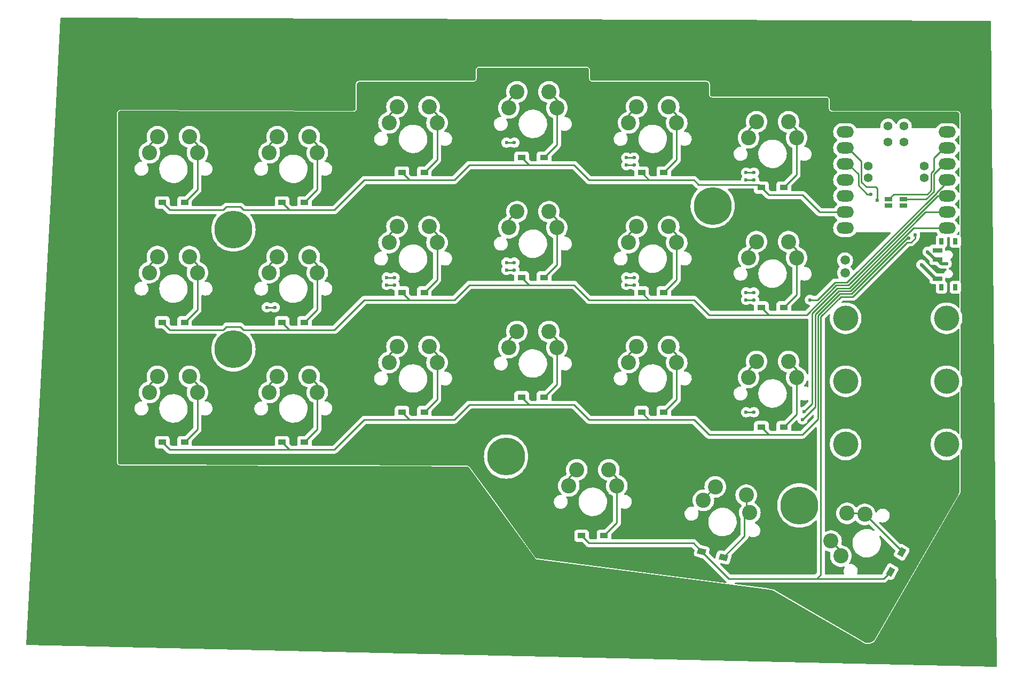
<source format=gbr>
G04 #@! TF.GenerationSoftware,KiCad,Pcbnew,7.0.8*
G04 #@! TF.CreationDate,2023-10-24T16:55:22+02:00*
G04 #@! TF.ProjectId,corne-chocolate,636f726e-652d-4636-986f-636f6c617465,2.1*
G04 #@! TF.SameCoordinates,Original*
G04 #@! TF.FileFunction,Copper,L1,Top*
G04 #@! TF.FilePolarity,Positive*
%FSLAX46Y46*%
G04 Gerber Fmt 4.6, Leading zero omitted, Abs format (unit mm)*
G04 Created by KiCad (PCBNEW 7.0.8) date 2023-10-24 16:55:22*
%MOMM*%
%LPD*%
G01*
G04 APERTURE LIST*
G04 Aperture macros list*
%AMRotRect*
0 Rectangle, with rotation*
0 The origin of the aperture is its center*
0 $1 length*
0 $2 width*
0 $3 Rotation angle, in degrees counterclockwise*
0 Add horizontal line*
21,1,$1,$2,0,0,$3*%
G04 Aperture macros list end*
G04 #@! TA.AperFunction,SMDPad,CuDef*
%ADD10R,1.300000X0.950000*%
G04 #@! TD*
G04 #@! TA.AperFunction,SMDPad,CuDef*
%ADD11RotRect,1.300000X0.950000X345.000000*%
G04 #@! TD*
G04 #@! TA.AperFunction,SMDPad,CuDef*
%ADD12RotRect,1.300000X0.950000X60.000000*%
G04 #@! TD*
G04 #@! TA.AperFunction,ComponentPad*
%ADD13C,2.400000*%
G04 #@! TD*
G04 #@! TA.AperFunction,ComponentPad*
%ADD14C,4.000000*%
G04 #@! TD*
G04 #@! TA.AperFunction,ComponentPad*
%ADD15C,6.000000*%
G04 #@! TD*
G04 #@! TA.AperFunction,ComponentPad*
%ADD16C,1.500000*%
G04 #@! TD*
G04 #@! TA.AperFunction,SMDPad,CuDef*
%ADD17R,0.800000X1.000000*%
G04 #@! TD*
G04 #@! TA.AperFunction,SMDPad,CuDef*
%ADD18R,1.500000X0.700000*%
G04 #@! TD*
G04 #@! TA.AperFunction,SMDPad,CuDef*
%ADD19R,1.143000X0.635000*%
G04 #@! TD*
G04 #@! TA.AperFunction,ComponentPad*
%ADD20O,2.750000X1.800000*%
G04 #@! TD*
G04 #@! TA.AperFunction,ComponentPad*
%ADD21C,1.397000*%
G04 #@! TD*
G04 #@! TA.AperFunction,ViaPad*
%ADD22C,0.600000*%
G04 #@! TD*
G04 #@! TA.AperFunction,Conductor*
%ADD23C,0.250000*%
G04 #@! TD*
G04 #@! TA.AperFunction,Conductor*
%ADD24C,0.500000*%
G04 #@! TD*
G04 APERTURE END LIST*
D10*
X87225000Y-82468750D03*
X90775000Y-82468750D03*
X106225000Y-77718750D03*
X109775000Y-77718750D03*
X125225000Y-75343750D03*
X128775000Y-75343750D03*
X144225000Y-77718750D03*
X147775000Y-77718750D03*
X163225000Y-80093750D03*
X166775000Y-80093750D03*
X87225000Y-101468750D03*
X90775000Y-101468750D03*
X106225000Y-96718750D03*
X109775000Y-96718750D03*
X125225000Y-94343750D03*
X128775000Y-94343750D03*
X144225000Y-96718750D03*
X147775000Y-96718750D03*
X163225000Y-99093750D03*
X166775000Y-99093750D03*
X87225000Y-120468750D03*
X90775000Y-120468750D03*
X106225000Y-115718750D03*
X109775000Y-115718750D03*
X125225000Y-113343750D03*
X128775000Y-113343750D03*
X144225000Y-115718750D03*
X147775000Y-115718750D03*
X163225000Y-118093750D03*
X166775000Y-118093750D03*
X134725000Y-135312500D03*
X138275000Y-135312500D03*
D11*
X153785482Y-137821846D03*
X157214518Y-138740654D03*
D12*
X183706250Y-141005945D03*
X185481250Y-137931555D03*
D13*
X85190000Y-74585000D03*
X86460000Y-72045000D03*
X91540000Y-72045000D03*
X92810000Y-74585000D03*
X104190000Y-69835000D03*
X105460000Y-67295000D03*
X110540000Y-67295000D03*
X111810000Y-69835000D03*
X123190000Y-67460000D03*
X124460000Y-64920000D03*
X129540000Y-64920000D03*
X130810000Y-67460000D03*
X142190000Y-69835000D03*
X143460000Y-67295000D03*
X148540000Y-67295000D03*
X149810000Y-69835000D03*
X161190000Y-72210000D03*
X162460000Y-69670000D03*
X167540000Y-69670000D03*
X168810000Y-72210000D03*
X85190000Y-93585000D03*
X86460000Y-91045000D03*
X91540000Y-91045000D03*
X92810000Y-93585000D03*
X104190000Y-88835000D03*
X105460000Y-86295000D03*
X110540000Y-86295000D03*
X111810000Y-88835000D03*
X123190000Y-86460000D03*
X124460000Y-83920000D03*
X129540000Y-83920000D03*
X130810000Y-86460000D03*
X142190000Y-88835000D03*
X143460000Y-86295000D03*
X148540000Y-86295000D03*
X149810000Y-88835000D03*
X161190000Y-91210000D03*
X162460000Y-88670000D03*
X167540000Y-88670000D03*
X168810000Y-91210000D03*
X85190000Y-112585000D03*
X86460000Y-110045000D03*
X91540000Y-110045000D03*
X92810000Y-112585000D03*
X104190000Y-107835000D03*
X105460000Y-105295000D03*
X110540000Y-105295000D03*
X111810000Y-107835000D03*
X123190000Y-105460000D03*
X124460000Y-102920000D03*
X129540000Y-102920000D03*
X130810000Y-105460000D03*
X142190000Y-107835000D03*
X143460000Y-105295000D03*
X148540000Y-105295000D03*
X149810000Y-107835000D03*
X161190000Y-110210000D03*
X162460000Y-107670000D03*
X167540000Y-107670000D03*
X168810000Y-110210000D03*
X132690000Y-127397500D03*
X133960000Y-124857500D03*
X139040000Y-124857500D03*
X140310000Y-127397500D03*
X154039723Y-129685448D03*
X155923849Y-127560696D03*
X160830752Y-128875497D03*
X161400078Y-131657649D03*
X175832795Y-138529557D03*
X174268091Y-136159705D03*
X176808091Y-131760295D03*
X179642795Y-131930443D03*
D14*
X176593752Y-110828003D03*
D15*
X169250000Y-130500032D03*
D16*
X176500000Y-93625000D03*
D15*
X155510000Y-83000000D03*
D10*
X68225000Y-101468750D03*
X71775000Y-101468750D03*
D13*
X66190000Y-93585000D03*
X67460000Y-91045000D03*
X72540000Y-91045000D03*
X73810000Y-93585000D03*
D14*
X192593752Y-120828003D03*
D15*
X79510000Y-86750000D03*
D14*
X192593752Y-110828003D03*
D17*
X191790000Y-95925000D03*
X194000000Y-95925000D03*
X191790000Y-88625000D03*
X194000000Y-88625000D03*
D18*
X191140000Y-94525000D03*
X191140000Y-91525000D03*
X191140000Y-90025000D03*
D15*
X122750000Y-122750000D03*
D13*
X66190000Y-74585000D03*
X67460000Y-72045000D03*
X72540000Y-72045000D03*
X73810000Y-74585000D03*
X66190000Y-112585000D03*
X67460000Y-110045000D03*
X72540000Y-110045000D03*
X73810000Y-112585000D03*
D14*
X176593752Y-120828003D03*
D10*
X68225000Y-120468750D03*
X71775000Y-120468750D03*
D14*
X176593752Y-100828003D03*
D16*
X176500000Y-91625000D03*
D10*
X68225000Y-82468750D03*
X71775000Y-82468750D03*
D19*
X183406250Y-81968370D03*
X183406250Y-82969130D03*
D15*
X79510000Y-105750000D03*
D14*
X192593752Y-100828003D03*
D20*
X176498750Y-71286250D03*
X176498750Y-73826250D03*
X176498750Y-76366250D03*
X176498750Y-78906250D03*
X176498750Y-81446250D03*
X176498750Y-83986250D03*
X176498750Y-86526250D03*
X192688750Y-86526250D03*
X192688750Y-83986250D03*
X192688750Y-81446250D03*
X192688750Y-78906250D03*
X192688750Y-76366250D03*
X192688750Y-73826250D03*
X192688750Y-71286250D03*
D21*
X183323750Y-70334250D03*
X185863750Y-70334250D03*
X183323750Y-72874250D03*
X185863750Y-72874250D03*
X180148750Y-78589250D03*
X189038750Y-78589250D03*
X180148750Y-76684250D03*
X189038750Y-76684250D03*
D19*
X185781250Y-81968370D03*
X185781250Y-82969130D03*
D22*
X68225000Y-82468750D03*
X144225000Y-77718750D03*
X87225000Y-82468750D03*
X125225000Y-75343750D03*
X163225000Y-80093750D03*
X106225000Y-77718750D03*
X71775000Y-82468750D03*
X106225000Y-96718750D03*
X144225000Y-96718750D03*
X87225000Y-101468750D03*
X68225000Y-101468750D03*
X163225000Y-99093750D03*
X125225000Y-94343750D03*
X181600430Y-82146447D03*
X163225000Y-118093750D03*
X87225000Y-120468750D03*
X68225000Y-120468750D03*
X125225000Y-113343750D03*
X144225000Y-115718750D03*
X186603553Y-88141173D03*
X106225000Y-115718750D03*
X183406250Y-82969130D03*
X134725000Y-135312500D03*
X180603553Y-81146447D03*
X153785482Y-137821846D03*
X185781250Y-82969130D03*
X187603553Y-87625000D03*
X183706250Y-141005945D03*
X90775000Y-82468750D03*
X109775000Y-77718750D03*
X128775000Y-75343750D03*
X105062000Y-94343750D03*
X84813000Y-99093750D03*
X86062000Y-99093750D03*
X160813000Y-96718750D03*
X162062000Y-96718750D03*
X124062000Y-91968750D03*
X103813000Y-94343750D03*
X122813000Y-91968750D03*
X141813000Y-94343750D03*
X143062000Y-94343750D03*
X103813000Y-95531250D03*
X105062000Y-95531250D03*
X141813000Y-95531250D03*
X124062000Y-93156250D03*
X160813000Y-97906250D03*
X170937500Y-97906250D03*
X143062000Y-95531250D03*
X162062000Y-97906250D03*
X122813000Y-93156250D03*
X162062000Y-77718750D03*
X124062000Y-72968750D03*
X143062000Y-75343750D03*
X141813000Y-75343750D03*
X122813000Y-72968750D03*
X160813000Y-77718750D03*
X162062000Y-78906250D03*
X160813000Y-78906250D03*
X141813000Y-76531250D03*
X143062000Y-76531250D03*
X160813000Y-115718750D03*
X170000000Y-115625000D03*
X162062000Y-115718750D03*
X169750000Y-116875000D03*
X147775000Y-77718750D03*
X166775000Y-80093750D03*
X71775000Y-101468750D03*
X90775000Y-101468750D03*
X109775000Y-96718750D03*
X128775000Y-94343750D03*
X147775000Y-96718750D03*
X166775000Y-99093750D03*
X71775000Y-120468750D03*
X90775000Y-120468750D03*
X109775000Y-115718750D03*
X128775000Y-113343750D03*
X147775000Y-115718750D03*
X166775000Y-118093750D03*
X138275000Y-135312500D03*
X157214518Y-138740654D03*
X185481250Y-137931555D03*
X188603553Y-92335613D03*
X192603553Y-92146447D03*
X189593986Y-90285226D03*
D23*
X126406250Y-76531250D02*
X126406250Y-76525000D01*
X126406250Y-76525000D02*
X125225000Y-75343750D01*
X80608708Y-83146447D02*
X81118511Y-83656250D01*
X126406250Y-76531250D02*
X133531250Y-76531250D01*
X145406250Y-78906250D02*
X152531250Y-78906250D01*
X88406250Y-83650000D02*
X87225000Y-82468750D01*
X88406250Y-83656250D02*
X95531250Y-83656250D01*
X172455000Y-83986250D02*
X176973750Y-83986250D01*
X164406250Y-81281250D02*
X169750000Y-81281250D01*
X107406250Y-78906250D02*
X107406250Y-78900000D01*
X116906250Y-76531250D02*
X126406250Y-76531250D01*
X143625000Y-78906250D02*
X145406250Y-78906250D01*
X133531250Y-76531250D02*
X135906250Y-78906250D01*
X108593750Y-78906250D02*
X114531250Y-78906250D01*
X69406250Y-83656250D02*
X77901489Y-83656250D01*
X114531250Y-78906250D02*
X116906250Y-76531250D01*
X68225000Y-82475000D02*
X69406250Y-83656250D01*
X152531250Y-78906250D02*
X153271447Y-79646447D01*
X153271447Y-79646447D02*
X162771447Y-79646447D01*
X100281250Y-78906250D02*
X107406250Y-78906250D01*
X163225000Y-80100000D02*
X163225000Y-80093750D01*
X77901489Y-83656250D02*
X78411292Y-83146447D01*
X107406250Y-78900000D02*
X106225000Y-77718750D01*
X135906250Y-78906250D02*
X143625000Y-78906250D01*
X145406250Y-78900000D02*
X144225000Y-77718750D01*
X78411292Y-83146447D02*
X80608708Y-83146447D01*
X88406250Y-83656250D02*
X88406250Y-83650000D01*
X95531250Y-83656250D02*
X100281250Y-78906250D01*
X145406250Y-78906250D02*
X145406250Y-78900000D01*
X81118511Y-83656250D02*
X88406250Y-83656250D01*
X164406250Y-81281250D02*
X163225000Y-80100000D01*
X162771447Y-79646447D02*
X164406250Y-81281250D01*
X169750000Y-81281250D02*
X172455000Y-83986250D01*
X107406250Y-78906250D02*
X108593750Y-78906250D01*
X68225000Y-82468750D02*
X68225000Y-82475000D01*
X73810000Y-74585000D02*
X73810000Y-80433750D01*
X73810000Y-80433750D02*
X71775000Y-82468750D01*
X73810000Y-73315000D02*
X73810000Y-74585000D01*
X72540000Y-72045000D02*
X73810000Y-73315000D01*
X163225000Y-99100000D02*
X163225000Y-99093750D01*
X106225000Y-96725000D02*
X106225000Y-96718750D01*
X126406250Y-95531250D02*
X126406250Y-95525000D01*
X133531250Y-95531250D02*
X126406250Y-95531250D01*
X164406250Y-100281250D02*
X170423166Y-100281250D01*
X88396447Y-102646447D02*
X81108708Y-102646447D01*
X164406250Y-100281250D02*
X154906250Y-100281250D01*
X87225000Y-101475000D02*
X87225000Y-101468750D01*
X81108708Y-102646447D02*
X80608708Y-102146447D01*
X126406250Y-95525000D02*
X125225000Y-94343750D01*
X78411292Y-102146447D02*
X77911292Y-102646447D01*
X135906250Y-97906250D02*
X133531250Y-95531250D01*
X116906250Y-95531250D02*
X114531250Y-97906250D01*
X176991603Y-95596447D02*
X191141800Y-81446250D01*
X88406250Y-102656250D02*
X88396447Y-102646447D01*
X80608708Y-102146447D02*
X78411292Y-102146447D01*
X175107969Y-95596447D02*
X176991603Y-95596447D01*
X114531250Y-97906250D02*
X107406250Y-97906250D01*
X107406250Y-97906250D02*
X106225000Y-96725000D01*
X88406250Y-102656250D02*
X87225000Y-101475000D01*
X77911292Y-102646447D02*
X69402697Y-102646447D01*
X100281250Y-97906250D02*
X95531250Y-102656250D01*
X191141800Y-81446250D02*
X192213750Y-81446250D01*
X95531250Y-102656250D02*
X88406250Y-102656250D01*
X145406250Y-97906250D02*
X145406250Y-97900000D01*
X145406250Y-97906250D02*
X135906250Y-97906250D01*
X154906250Y-100281250D02*
X152531250Y-97906250D01*
X164406250Y-100281250D02*
X163225000Y-99100000D01*
X69402697Y-102646447D02*
X68225000Y-101468750D01*
X107406250Y-97906250D02*
X100281250Y-97906250D01*
X126406250Y-95531250D02*
X116906250Y-95531250D01*
X152531250Y-97906250D02*
X145406250Y-97906250D01*
X145406250Y-97900000D02*
X144225000Y-96718750D01*
X170423166Y-100281250D02*
X175107969Y-95596447D01*
X179875000Y-80000000D02*
X179103553Y-79228553D01*
X69406250Y-121656250D02*
X88406250Y-121656250D01*
X133531250Y-114531250D02*
X135906250Y-116906250D01*
X186356065Y-88141173D02*
X177550791Y-96946447D01*
X164406250Y-119281250D02*
X164406250Y-119275000D01*
X177550791Y-96946447D02*
X175667157Y-96946447D01*
X88406250Y-121656250D02*
X88406250Y-121650000D01*
X192213750Y-73826250D02*
X190603553Y-75436447D01*
X154906250Y-119281250D02*
X164406250Y-119281250D01*
X190153553Y-77790051D02*
X190153553Y-80501243D01*
X100281250Y-116906250D02*
X107406250Y-116906250D01*
X145406250Y-116900000D02*
X144225000Y-115718750D01*
X190603553Y-75436447D02*
X190603553Y-77340051D01*
X181600430Y-82146447D02*
X181600430Y-80225430D01*
X69406250Y-121656250D02*
X68225000Y-120475000D01*
X145406250Y-116906250D02*
X152531250Y-116906250D01*
X95531250Y-121656250D02*
X100281250Y-116906250D01*
X184228173Y-81146447D02*
X183406250Y-81968370D01*
X179103553Y-79228553D02*
X179103553Y-75956053D01*
X135906250Y-116906250D02*
X145406250Y-116906250D01*
X181375000Y-80000000D02*
X179875000Y-80000000D01*
X107406250Y-116906250D02*
X107406250Y-116900000D01*
X179103553Y-75956053D02*
X176973750Y-73826250D01*
X107406250Y-116906250D02*
X114531250Y-116906250D01*
X189532415Y-81146447D02*
X184228173Y-81146447D01*
X172205000Y-100408604D02*
X172205000Y-116826250D01*
X164406250Y-119275000D02*
X163225000Y-118093750D01*
X116906250Y-114531250D02*
X126406250Y-114531250D01*
X88406250Y-121650000D02*
X87225000Y-120468750D01*
X114531250Y-116906250D02*
X116906250Y-114531250D01*
X190088750Y-80590112D02*
X189532415Y-81146447D01*
X169750000Y-119281250D02*
X164406250Y-119281250D01*
X145406250Y-116906250D02*
X145406250Y-116900000D01*
X175667157Y-96946447D02*
X172205000Y-100408604D01*
X190153553Y-80501243D02*
X190088750Y-80566046D01*
X172205000Y-116826250D02*
X169750000Y-119281250D01*
X181600430Y-80225430D02*
X181375000Y-80000000D01*
X190603553Y-77340051D02*
X190153553Y-77790051D01*
X88406250Y-121656250D02*
X95531250Y-121656250D01*
X126406250Y-114525000D02*
X125225000Y-113343750D01*
X126406250Y-114531250D02*
X133531250Y-114531250D01*
X190088750Y-80566046D02*
X190088750Y-80590112D01*
X152531250Y-116906250D02*
X154906250Y-119281250D01*
X186603553Y-88141173D02*
X186356065Y-88141173D01*
X107406250Y-116900000D02*
X106225000Y-115718750D01*
X126406250Y-114531250D02*
X126406250Y-114525000D01*
X68225000Y-120475000D02*
X68225000Y-120468750D01*
X187603553Y-87625000D02*
X187603553Y-88146447D01*
X190538750Y-80752442D02*
X190538750Y-80776508D01*
X152463636Y-136500000D02*
X153785482Y-137821846D01*
X158088045Y-142124409D02*
X172500000Y-142124409D01*
X172500000Y-142124409D02*
X182587786Y-142124409D01*
X180021447Y-81146447D02*
X178603553Y-79728553D01*
X187603553Y-88146447D02*
X186984327Y-88765673D01*
X190538750Y-80776508D02*
X189346888Y-81968370D01*
X190603553Y-77976447D02*
X190603553Y-80687639D01*
X186984327Y-88765673D02*
X186367961Y-88765673D01*
X135912500Y-136500000D02*
X134725000Y-135312500D01*
X180603553Y-81146447D02*
X180021447Y-81146447D01*
X172655000Y-141469409D02*
X172000000Y-142124409D01*
X192213750Y-76366250D02*
X190603553Y-77976447D01*
X190603553Y-80687639D02*
X190538750Y-80752442D01*
X189346888Y-81968370D02*
X185781250Y-81968370D01*
X177737187Y-97396447D02*
X175853553Y-97396447D01*
X172655000Y-100595000D02*
X172655000Y-141469409D01*
X178603553Y-77996053D02*
X176973750Y-76366250D01*
X186367961Y-88765673D02*
X177737187Y-97396447D01*
X182587786Y-142124409D02*
X183706250Y-141005945D01*
X135912500Y-136500000D02*
X152463636Y-136500000D01*
X175853553Y-97396447D02*
X172655000Y-100595000D01*
X178603553Y-79728553D02*
X178603553Y-77996053D01*
X153785482Y-137821846D02*
X158088045Y-142124409D01*
X92810000Y-80433750D02*
X90775000Y-82468750D01*
X92810000Y-73315000D02*
X92810000Y-74585000D01*
X91540000Y-72045000D02*
X92810000Y-73315000D01*
X92810000Y-74585000D02*
X92810000Y-80433750D01*
X111810000Y-68565000D02*
X111810000Y-69835000D01*
X110540000Y-67295000D02*
X111810000Y-68565000D01*
X111810000Y-75683750D02*
X109775000Y-77718750D01*
X111810000Y-69835000D02*
X111810000Y-75683750D01*
X130810000Y-73308750D02*
X128775000Y-75343750D01*
X130810000Y-67460000D02*
X130810000Y-73308750D01*
X130810000Y-66190000D02*
X130810000Y-67460000D01*
X129540000Y-64920000D02*
X130810000Y-66190000D01*
X66190000Y-92315000D02*
X66190000Y-93585000D01*
X66190000Y-111315000D02*
X66190000Y-112585000D01*
X66190000Y-73315000D02*
X66190000Y-74585000D01*
X67460000Y-110045000D02*
X66190000Y-111315000D01*
X103813000Y-94343750D02*
X105062000Y-94343750D01*
X160813000Y-96718750D02*
X162062000Y-96718750D01*
X67460000Y-91045000D02*
X66190000Y-92315000D01*
X141813000Y-94343750D02*
X143062000Y-94343750D01*
X67460000Y-72045000D02*
X66190000Y-73315000D01*
X84813000Y-99093750D02*
X86062000Y-99093750D01*
X122813000Y-91968750D02*
X124062000Y-91968750D01*
X160813000Y-97906250D02*
X162062000Y-97906250D01*
X86460000Y-72045000D02*
X85190000Y-73315000D01*
X170937500Y-97906250D02*
X172161770Y-97906250D01*
X122813000Y-93156250D02*
X124062000Y-93156250D01*
X141813000Y-95531250D02*
X143062000Y-95531250D01*
X176805207Y-95146447D02*
X190988750Y-80962904D01*
X85190000Y-111315000D02*
X85190000Y-112585000D01*
X86460000Y-91045000D02*
X85190000Y-92315000D01*
X192213750Y-79713838D02*
X192213750Y-78906250D01*
X85190000Y-92315000D02*
X85190000Y-93585000D01*
X190988750Y-80962904D02*
X190988750Y-80938838D01*
X172161770Y-97906250D02*
X174921573Y-95146447D01*
X85190000Y-73315000D02*
X85190000Y-74585000D01*
X190988750Y-80938838D02*
X192213750Y-79713838D01*
X174921573Y-95146447D02*
X176805207Y-95146447D01*
X86460000Y-110045000D02*
X85190000Y-111315000D01*
X103813000Y-95531250D02*
X105062000Y-95531250D01*
X104190000Y-87565000D02*
X104190000Y-88835000D01*
X105460000Y-67295000D02*
X104190000Y-68565000D01*
X105460000Y-105295000D02*
X104190000Y-106565000D01*
X141813000Y-75343750D02*
X143062000Y-75343750D01*
X160813000Y-77718750D02*
X162062000Y-77718750D01*
X104190000Y-68565000D02*
X104190000Y-69835000D01*
X122813000Y-72968750D02*
X124062000Y-72968750D01*
X105460000Y-86295000D02*
X104190000Y-87565000D01*
X104190000Y-106565000D02*
X104190000Y-107835000D01*
X132690000Y-126127500D02*
X132690000Y-127397500D01*
X160813000Y-78906250D02*
X162062000Y-78906250D01*
X141813000Y-76531250D02*
X143062000Y-76531250D01*
X124460000Y-64920000D02*
X123190000Y-66190000D01*
X123190000Y-104190000D02*
X123190000Y-105460000D01*
X124460000Y-102920000D02*
X123190000Y-104190000D01*
X124460000Y-83920000D02*
X123190000Y-85190000D01*
X123190000Y-66190000D02*
X123190000Y-67460000D01*
X133960000Y-124857500D02*
X132690000Y-126127500D01*
X123190000Y-85190000D02*
X123190000Y-86460000D01*
X154039723Y-129444822D02*
X154039723Y-129685448D01*
X175294365Y-96046447D02*
X177177999Y-96046447D01*
X155923849Y-127560696D02*
X154039723Y-129444822D01*
X171305000Y-100035812D02*
X175294365Y-96046447D01*
X170000000Y-115625000D02*
X171305000Y-114320000D01*
X177177999Y-96046447D02*
X189238196Y-83986250D01*
X143460000Y-86295000D02*
X142190000Y-87565000D01*
X171305000Y-114320000D02*
X171305000Y-100035812D01*
X160813000Y-115718750D02*
X162062000Y-115718750D01*
X143460000Y-105295000D02*
X142190000Y-106565000D01*
X142190000Y-68565000D02*
X142190000Y-69835000D01*
X189238196Y-83986250D02*
X192213750Y-83986250D01*
X143460000Y-67295000D02*
X142190000Y-68565000D01*
X142190000Y-106565000D02*
X142190000Y-107835000D01*
X142190000Y-87565000D02*
X142190000Y-88835000D01*
X171755000Y-114870000D02*
X171755000Y-100222208D01*
X162460000Y-107670000D02*
X161190000Y-108940000D01*
X162460000Y-88670000D02*
X161190000Y-89940000D01*
X174268091Y-136159705D02*
X175832795Y-137724409D01*
X161190000Y-108940000D02*
X161190000Y-110210000D01*
X171755000Y-100222208D02*
X175480761Y-96496447D01*
X177364395Y-96496447D02*
X187334592Y-86526250D01*
X175832795Y-137724409D02*
X175832795Y-138529557D01*
X161190000Y-70940000D02*
X161190000Y-72210000D01*
X162460000Y-69670000D02*
X161190000Y-70940000D01*
X175480761Y-96496447D02*
X177364395Y-96496447D01*
X161190000Y-89940000D02*
X161190000Y-91210000D01*
X187334592Y-86526250D02*
X192213750Y-86526250D01*
X169750000Y-116875000D02*
X171755000Y-114870000D01*
X149810000Y-69835000D02*
X149810000Y-75683750D01*
X149810000Y-75683750D02*
X147775000Y-77718750D01*
X149810000Y-68565000D02*
X149810000Y-69835000D01*
X148540000Y-67295000D02*
X149810000Y-68565000D01*
X167540000Y-69670000D02*
X168810000Y-70940000D01*
X168810000Y-72210000D02*
X168810000Y-78058750D01*
X168810000Y-70940000D02*
X168810000Y-72210000D01*
X168810000Y-78058750D02*
X166775000Y-80093750D01*
X72540000Y-91045000D02*
X73810000Y-92315000D01*
X73810000Y-99433750D02*
X71775000Y-101468750D01*
X73810000Y-92315000D02*
X73810000Y-93585000D01*
X73810000Y-93585000D02*
X73810000Y-99433750D01*
X92810000Y-99433750D02*
X90775000Y-101468750D01*
X92810000Y-93585000D02*
X92810000Y-99433750D01*
X91540000Y-91045000D02*
X92810000Y-92315000D01*
X92810000Y-92315000D02*
X92810000Y-93585000D01*
X111810000Y-88835000D02*
X111810000Y-94683750D01*
X110540000Y-86295000D02*
X111810000Y-87565000D01*
X111810000Y-87565000D02*
X111810000Y-88835000D01*
X111810000Y-94683750D02*
X109775000Y-96718750D01*
X129540000Y-83920000D02*
X130810000Y-85190000D01*
X130810000Y-85190000D02*
X130810000Y-86460000D01*
X130810000Y-86460000D02*
X130810000Y-92308750D01*
X130810000Y-92308750D02*
X128775000Y-94343750D01*
X149810000Y-88835000D02*
X149810000Y-94683750D01*
X148540000Y-86295000D02*
X149810000Y-87565000D01*
X149810000Y-87565000D02*
X149810000Y-88835000D01*
X149810000Y-94683750D02*
X147775000Y-96718750D01*
X168810000Y-91210000D02*
X168810000Y-97058750D01*
X168810000Y-89940000D02*
X168810000Y-91210000D01*
X167540000Y-88670000D02*
X168810000Y-89940000D01*
X168810000Y-97058750D02*
X166775000Y-99093750D01*
X73810000Y-112585000D02*
X73810000Y-118433750D01*
X73810000Y-118433750D02*
X71775000Y-120468750D01*
X73810000Y-111315000D02*
X73810000Y-112585000D01*
X72540000Y-110045000D02*
X73810000Y-111315000D01*
X92810000Y-111315000D02*
X92810000Y-112585000D01*
X92810000Y-112585000D02*
X92810000Y-118433750D01*
X92810000Y-118433750D02*
X90775000Y-120468750D01*
X91540000Y-110045000D02*
X92810000Y-111315000D01*
X111810000Y-113683750D02*
X109775000Y-115718750D01*
X111810000Y-107835000D02*
X111810000Y-113683750D01*
X111810000Y-106565000D02*
X111810000Y-107835000D01*
X110540000Y-105295000D02*
X111810000Y-106565000D01*
X130810000Y-104190000D02*
X130810000Y-105460000D01*
X130810000Y-105460000D02*
X130810000Y-111308750D01*
X129540000Y-102920000D02*
X130810000Y-104190000D01*
X130810000Y-111308750D02*
X128775000Y-113343750D01*
X149810000Y-106565000D02*
X149810000Y-107835000D01*
X148540000Y-105295000D02*
X149810000Y-106565000D01*
X149810000Y-107835000D02*
X149810000Y-113683750D01*
X149810000Y-113683750D02*
X147775000Y-115718750D01*
X168810000Y-110210000D02*
X168810000Y-116058750D01*
X168810000Y-116058750D02*
X166775000Y-118093750D01*
X167540000Y-107670000D02*
X168810000Y-108940000D01*
X168810000Y-108940000D02*
X168810000Y-110210000D01*
X140310000Y-126127500D02*
X140310000Y-127397500D01*
X139040000Y-124857500D02*
X140310000Y-126127500D01*
X140310000Y-133277500D02*
X138275000Y-135312500D01*
X140310000Y-127397500D02*
X140310000Y-133277500D01*
X160554267Y-135400905D02*
X157214518Y-138740654D01*
X160554267Y-132503460D02*
X160554267Y-135400905D01*
X161400078Y-131657649D02*
X160554267Y-132503460D01*
X160830752Y-131088323D02*
X161400078Y-131657649D01*
X160830752Y-128875497D02*
X160830752Y-131088323D01*
X185481250Y-137768898D02*
X185481250Y-137931555D01*
X179642795Y-131930443D02*
X185481250Y-137768898D01*
X176808091Y-131760295D02*
X179472647Y-131760295D01*
X179472647Y-131760295D02*
X179642795Y-131930443D01*
D24*
X188603553Y-92335613D02*
X190792940Y-94525000D01*
D23*
X190792940Y-94525000D02*
X191140000Y-94525000D01*
D24*
X191761447Y-92146447D02*
X191140000Y-91525000D01*
D23*
X190833760Y-91525000D02*
X191140000Y-91525000D01*
D24*
X189593986Y-90285226D02*
X190833760Y-91525000D01*
X192603553Y-92146447D02*
X191761447Y-92146447D01*
G04 #@! TA.AperFunction,NonConductor*
G36*
X199481172Y-53646032D02*
G01*
X199548145Y-53665943D01*
X199593720Y-53718902D01*
X199604746Y-53768821D01*
X200602303Y-156018358D01*
X200583273Y-156085587D01*
X200530918Y-156131854D01*
X200475492Y-156143536D01*
X46731616Y-152649357D01*
X46665041Y-152628154D01*
X46620497Y-152574324D01*
X46610622Y-152518549D01*
X51267085Y-68278915D01*
X61018244Y-68278915D01*
X61018250Y-68343742D01*
X61018250Y-123550863D01*
X61018247Y-123550883D01*
X61018250Y-123593743D01*
X61018250Y-123621479D01*
X61018252Y-123621498D01*
X61018255Y-123658596D01*
X61018256Y-123658602D01*
X61047120Y-123785023D01*
X61047122Y-123785029D01*
X61103390Y-123901858D01*
X61103392Y-123901861D01*
X61103393Y-123901863D01*
X61133554Y-123939682D01*
X61184248Y-124003251D01*
X61203143Y-124018319D01*
X61285637Y-124084107D01*
X61402474Y-124140379D01*
X61528902Y-124169245D01*
X61593742Y-124169250D01*
X61593747Y-124169250D01*
X61593993Y-124169322D01*
X61593994Y-124169251D01*
X105530604Y-124294283D01*
X116455738Y-124325374D01*
X116456525Y-124325500D01*
X116475469Y-124325500D01*
X116496956Y-124325500D01*
X116503037Y-124325799D01*
X116532609Y-124328711D01*
X116570667Y-124332460D01*
X116594491Y-124337198D01*
X116650771Y-124354270D01*
X116673219Y-124363570D01*
X116725070Y-124391284D01*
X116745280Y-124404788D01*
X116785147Y-124437506D01*
X116806670Y-124460295D01*
X117737082Y-125736137D01*
X127311617Y-138865365D01*
X127321914Y-138882136D01*
X127325712Y-138889592D01*
X127332090Y-138895970D01*
X127342010Y-138907565D01*
X127348756Y-138914055D01*
X127356761Y-138920641D01*
X127378477Y-138942357D01*
X127383141Y-138947021D01*
X127414559Y-138968014D01*
X127477398Y-139010002D01*
X127582133Y-139053384D01*
X127582135Y-139053384D01*
X127582140Y-139053386D01*
X127693313Y-139075499D01*
X127693317Y-139075500D01*
X127693318Y-139075500D01*
X127741092Y-139075500D01*
X127749098Y-139076019D01*
X142170216Y-140952011D01*
X164368859Y-143839754D01*
X164376564Y-143841892D01*
X164388773Y-143843089D01*
X164388774Y-143843090D01*
X164412019Y-143845369D01*
X164424016Y-143846930D01*
X164424016Y-143846929D01*
X164434963Y-143848354D01*
X164434962Y-143848357D01*
X164435164Y-143848364D01*
X164627115Y-143873528D01*
X164631091Y-143874181D01*
X164840772Y-143915723D01*
X164844690Y-143916633D01*
X165029891Y-143966063D01*
X165059952Y-143978505D01*
X173106018Y-148628499D01*
X179328106Y-152224379D01*
X179331715Y-152226633D01*
X179354368Y-152241895D01*
X179414032Y-152282093D01*
X179414037Y-152282096D01*
X179602847Y-152373276D01*
X179602850Y-152373277D01*
X179602854Y-152373279D01*
X179602858Y-152373280D01*
X179602860Y-152373281D01*
X179802738Y-152436589D01*
X179802744Y-152436590D01*
X179802750Y-152436592D01*
X180009634Y-152470737D01*
X180099479Y-152472571D01*
X180219270Y-152475018D01*
X180219270Y-152475017D01*
X180219274Y-152475018D01*
X180427379Y-152449344D01*
X180629692Y-152394244D01*
X180822075Y-152310842D01*
X181000591Y-152200846D01*
X181001880Y-152199771D01*
X181061070Y-152150381D01*
X181161587Y-152066507D01*
X181301770Y-151910573D01*
X181334588Y-151861480D01*
X181344908Y-151849967D01*
X181348929Y-151842994D01*
X181348932Y-151842994D01*
X181360417Y-151823082D01*
X181362539Y-151819667D01*
X181373666Y-151803017D01*
X181373665Y-151803015D01*
X181377154Y-151797795D01*
X181382996Y-151783939D01*
X194597051Y-128876194D01*
X194597052Y-128876185D01*
X194599462Y-128869558D01*
X194608543Y-128850041D01*
X194631596Y-128810005D01*
X194635788Y-128802724D01*
X194635791Y-128802718D01*
X194635793Y-128802715D01*
X194712822Y-128628143D01*
X194770726Y-128446329D01*
X194808842Y-128259363D01*
X194826730Y-128069391D01*
X194825500Y-127974532D01*
X194825500Y-122004566D01*
X194837301Y-121951769D01*
X194930708Y-121753269D01*
X195028247Y-121453075D01*
X195087393Y-121143023D01*
X195095139Y-121019916D01*
X195107212Y-120828008D01*
X195107212Y-120827997D01*
X195087394Y-120512990D01*
X195087393Y-120512983D01*
X195028247Y-120202931D01*
X194930708Y-119902737D01*
X194914018Y-119867268D01*
X194837301Y-119704235D01*
X194825500Y-119651439D01*
X194825500Y-112004566D01*
X194837301Y-111951769D01*
X194838178Y-111949905D01*
X194930708Y-111753269D01*
X195028247Y-111453075D01*
X195087393Y-111143023D01*
X195090022Y-111101248D01*
X195107212Y-110828008D01*
X195107212Y-110827997D01*
X195087394Y-110512990D01*
X195084821Y-110499500D01*
X195028247Y-110202931D01*
X194930708Y-109902737D01*
X194892837Y-109822256D01*
X194837301Y-109704235D01*
X194825500Y-109651439D01*
X194825500Y-102004566D01*
X194837301Y-101951769D01*
X194838011Y-101950261D01*
X194930708Y-101753269D01*
X195028247Y-101453075D01*
X195087393Y-101143023D01*
X195094278Y-101033597D01*
X195107212Y-100828008D01*
X195107212Y-100827997D01*
X195087394Y-100512990D01*
X195087393Y-100512983D01*
X195028247Y-100202931D01*
X194930708Y-99902737D01*
X194886633Y-99809072D01*
X194837301Y-99704235D01*
X194825500Y-99651439D01*
X194825500Y-96746390D01*
X194845185Y-96679351D01*
X194850227Y-96672087D01*
X194850889Y-96671204D01*
X194901989Y-96534201D01*
X194905649Y-96500160D01*
X194908499Y-96473654D01*
X194908500Y-96473637D01*
X194908500Y-95376362D01*
X194908499Y-95376345D01*
X194903838Y-95333002D01*
X194901989Y-95315799D01*
X194901447Y-95314346D01*
X194879436Y-95255333D01*
X194850889Y-95178796D01*
X194850885Y-95178790D01*
X194850230Y-95177915D01*
X194849848Y-95176891D01*
X194846638Y-95171012D01*
X194847483Y-95170550D01*
X194825816Y-95112450D01*
X194825500Y-95103609D01*
X194825500Y-89446390D01*
X194845185Y-89379351D01*
X194850227Y-89372087D01*
X194850889Y-89371204D01*
X194893938Y-89255787D01*
X194901987Y-89234207D01*
X194901988Y-89234204D01*
X194901989Y-89234201D01*
X194906695Y-89190427D01*
X194908499Y-89173654D01*
X194908500Y-89173637D01*
X194908500Y-88076362D01*
X194908499Y-88076345D01*
X194905157Y-88045270D01*
X194901989Y-88015799D01*
X194898796Y-88007239D01*
X194878235Y-87952113D01*
X194850889Y-87878796D01*
X194850885Y-87878790D01*
X194850230Y-87877915D01*
X194849848Y-87876891D01*
X194846638Y-87871012D01*
X194847483Y-87870550D01*
X194825816Y-87812450D01*
X194825500Y-87803609D01*
X194825500Y-68435157D01*
X194825499Y-68435152D01*
X194796642Y-68308720D01*
X194740376Y-68191882D01*
X194740373Y-68191877D01*
X194735884Y-68186248D01*
X194659515Y-68090485D01*
X194558122Y-68009626D01*
X194558117Y-68009623D01*
X194441279Y-67953357D01*
X194314847Y-67924500D01*
X194314843Y-67924500D01*
X194277480Y-67924500D01*
X174504067Y-67924500D01*
X174495968Y-67923969D01*
X174476550Y-67921412D01*
X174406316Y-67912166D01*
X174375050Y-67903788D01*
X174302832Y-67873875D01*
X174274800Y-67857691D01*
X174212782Y-67810103D01*
X174189896Y-67787217D01*
X174142307Y-67725197D01*
X174126124Y-67697167D01*
X174096211Y-67624949D01*
X174087833Y-67593682D01*
X174082128Y-67550348D01*
X174076030Y-67504032D01*
X174075500Y-67495933D01*
X174075500Y-66185157D01*
X174075499Y-66185152D01*
X174046642Y-66058720D01*
X173990376Y-65941882D01*
X173990373Y-65941877D01*
X173988792Y-65939894D01*
X173909515Y-65840485D01*
X173808122Y-65759626D01*
X173808117Y-65759623D01*
X173691279Y-65703357D01*
X173564847Y-65674500D01*
X173564843Y-65674500D01*
X173527480Y-65674500D01*
X155504067Y-65674500D01*
X155495968Y-65673969D01*
X155476550Y-65671412D01*
X155406316Y-65662166D01*
X155375050Y-65653788D01*
X155302832Y-65623875D01*
X155274800Y-65607691D01*
X155212782Y-65560103D01*
X155189896Y-65537217D01*
X155142307Y-65475197D01*
X155126124Y-65447167D01*
X155096211Y-65374949D01*
X155087833Y-65343682D01*
X155076031Y-65254034D01*
X155075500Y-65245933D01*
X155075500Y-63685157D01*
X155075499Y-63685152D01*
X155046642Y-63558720D01*
X154990376Y-63441882D01*
X154990373Y-63441877D01*
X154985884Y-63436248D01*
X154909515Y-63340485D01*
X154808122Y-63259626D01*
X154808117Y-63259623D01*
X154691279Y-63203357D01*
X154564847Y-63174500D01*
X154564843Y-63174500D01*
X154527480Y-63174500D01*
X136504067Y-63174500D01*
X136495968Y-63173969D01*
X136476550Y-63171412D01*
X136406316Y-63162166D01*
X136375050Y-63153788D01*
X136302832Y-63123875D01*
X136274800Y-63107691D01*
X136212782Y-63060103D01*
X136189896Y-63037217D01*
X136142307Y-62975197D01*
X136126124Y-62947167D01*
X136096211Y-62874949D01*
X136087833Y-62843682D01*
X136076031Y-62754034D01*
X136075500Y-62745933D01*
X136075500Y-61435157D01*
X136075499Y-61435152D01*
X136046642Y-61308720D01*
X135990376Y-61191882D01*
X135990373Y-61191877D01*
X135988792Y-61189894D01*
X135909515Y-61090485D01*
X135808122Y-61009626D01*
X135808117Y-61009623D01*
X135691279Y-60953357D01*
X135564847Y-60924500D01*
X135564843Y-60924500D01*
X135527480Y-60924500D01*
X118524531Y-60924500D01*
X118500000Y-60924500D01*
X118435157Y-60924500D01*
X118435152Y-60924500D01*
X118308720Y-60953357D01*
X118191882Y-61009623D01*
X118191877Y-61009626D01*
X118090485Y-61090485D01*
X118009626Y-61191877D01*
X118009623Y-61191882D01*
X117953357Y-61308720D01*
X117924500Y-61435152D01*
X117924500Y-62745934D01*
X117923969Y-62754035D01*
X117912166Y-62843683D01*
X117903788Y-62874949D01*
X117873875Y-62947167D01*
X117857690Y-62975201D01*
X117810105Y-63037215D01*
X117787215Y-63060105D01*
X117725201Y-63107690D01*
X117697167Y-63123875D01*
X117624949Y-63153788D01*
X117593683Y-63162166D01*
X117521009Y-63171734D01*
X117504031Y-63173969D01*
X117495934Y-63174500D01*
X99435152Y-63174500D01*
X99308720Y-63203357D01*
X99191882Y-63259623D01*
X99191877Y-63259626D01*
X99090485Y-63340485D01*
X99009626Y-63441877D01*
X99009623Y-63441882D01*
X98953357Y-63558720D01*
X98924500Y-63685152D01*
X98924500Y-67495934D01*
X98923969Y-67504035D01*
X98912166Y-67593683D01*
X98903788Y-67624949D01*
X98873875Y-67697167D01*
X98857690Y-67725201D01*
X98810105Y-67787215D01*
X98787215Y-67810105D01*
X98725201Y-67857690D01*
X98697168Y-67873875D01*
X98624950Y-67903789D01*
X98593681Y-67912167D01*
X98504171Y-67923950D01*
X98495807Y-67924481D01*
X61637934Y-67768435D01*
X61636808Y-67768254D01*
X61593991Y-67768250D01*
X61571211Y-67768153D01*
X61570086Y-67768247D01*
X61528914Y-67768245D01*
X61528913Y-67768245D01*
X61528912Y-67768245D01*
X61528909Y-67768245D01*
X61528906Y-67768246D01*
X61402473Y-67797094D01*
X61402471Y-67797094D01*
X61402470Y-67797095D01*
X61348531Y-67823067D01*
X61285620Y-67853360D01*
X61184221Y-67934221D01*
X61103360Y-68035620D01*
X61084111Y-68075597D01*
X61050579Y-68145236D01*
X61047094Y-68152473D01*
X61018244Y-68278912D01*
X61018244Y-68278915D01*
X51267085Y-68278915D01*
X52097055Y-53264000D01*
X52120410Y-53198150D01*
X52175658Y-53155380D01*
X52221285Y-53146846D01*
X199481172Y-53646032D01*
G37*
G04 #@! TD.AperFunction*
G04 #@! TA.AperFunction,NonConductor*
G36*
X194621515Y-71838158D02*
G01*
X194665198Y-71892688D01*
X194674500Y-71939809D01*
X194674500Y-73167151D01*
X194654815Y-73234190D01*
X194602011Y-73279945D01*
X194532853Y-73289889D01*
X194469297Y-73260864D01*
X194435442Y-73213386D01*
X194425983Y-73189847D01*
X194425983Y-73189846D01*
X194300274Y-72985681D01*
X194141869Y-72805699D01*
X194141868Y-72805698D01*
X194141864Y-72805694D01*
X193951228Y-72651766D01*
X193952168Y-72650601D01*
X193912038Y-72602049D01*
X193903706Y-72532678D01*
X193934202Y-72469815D01*
X193956556Y-72450446D01*
X194051797Y-72386075D01*
X194224894Y-72220175D01*
X194367465Y-72027407D01*
X194439777Y-71883983D01*
X194487535Y-71832985D01*
X194555284Y-71815901D01*
X194621515Y-71838158D01*
G37*
G04 #@! TD.AperFunction*
G04 #@! TA.AperFunction,NonConductor*
G36*
X194621515Y-74378158D02*
G01*
X194665198Y-74432688D01*
X194674500Y-74479809D01*
X194674500Y-75707151D01*
X194654815Y-75774190D01*
X194602011Y-75819945D01*
X194532853Y-75829889D01*
X194469297Y-75800864D01*
X194435442Y-75753386D01*
X194425983Y-75729846D01*
X194300274Y-75525681D01*
X194141869Y-75345699D01*
X194141868Y-75345698D01*
X194141864Y-75345694D01*
X193951228Y-75191766D01*
X193952168Y-75190601D01*
X193912038Y-75142049D01*
X193903706Y-75072678D01*
X193934202Y-75009815D01*
X193956556Y-74990446D01*
X194051797Y-74926075D01*
X194224894Y-74760175D01*
X194367465Y-74567407D01*
X194439777Y-74423983D01*
X194487535Y-74372985D01*
X194555284Y-74355901D01*
X194621515Y-74378158D01*
G37*
G04 #@! TD.AperFunction*
G04 #@! TA.AperFunction,NonConductor*
G36*
X194621515Y-76918158D02*
G01*
X194665198Y-76972688D01*
X194674500Y-77019809D01*
X194674500Y-78247151D01*
X194654815Y-78314190D01*
X194602011Y-78359945D01*
X194532853Y-78369889D01*
X194469297Y-78340864D01*
X194435442Y-78293386D01*
X194432531Y-78286142D01*
X194425983Y-78269846D01*
X194300274Y-78065681D01*
X194141869Y-77885699D01*
X194141868Y-77885698D01*
X194141864Y-77885694D01*
X193951228Y-77731766D01*
X193952168Y-77730601D01*
X193912038Y-77682049D01*
X193903706Y-77612678D01*
X193934202Y-77549815D01*
X193956556Y-77530446D01*
X194051797Y-77466075D01*
X194224894Y-77300175D01*
X194367465Y-77107407D01*
X194439777Y-76963983D01*
X194487535Y-76912985D01*
X194555284Y-76895901D01*
X194621515Y-76918158D01*
G37*
G04 #@! TD.AperFunction*
G04 #@! TA.AperFunction,NonConductor*
G36*
X194621515Y-79458158D02*
G01*
X194665198Y-79512688D01*
X194674500Y-79559809D01*
X194674500Y-80787151D01*
X194654815Y-80854190D01*
X194602011Y-80899945D01*
X194532853Y-80909889D01*
X194469297Y-80880864D01*
X194435442Y-80833386D01*
X194432581Y-80826266D01*
X194425983Y-80809846D01*
X194300274Y-80605681D01*
X194141869Y-80425699D01*
X194141868Y-80425698D01*
X194141864Y-80425694D01*
X193951228Y-80271766D01*
X193952168Y-80270601D01*
X193912038Y-80222049D01*
X193903706Y-80152678D01*
X193934202Y-80089815D01*
X193956556Y-80070446D01*
X194051797Y-80006075D01*
X194224894Y-79840175D01*
X194367465Y-79647407D01*
X194439777Y-79503983D01*
X194487535Y-79452985D01*
X194555284Y-79435901D01*
X194621515Y-79458158D01*
G37*
G04 #@! TD.AperFunction*
G04 #@! TA.AperFunction,NonConductor*
G36*
X194621515Y-81998158D02*
G01*
X194665198Y-82052688D01*
X194674500Y-82099809D01*
X194674500Y-83327151D01*
X194654815Y-83394190D01*
X194602011Y-83439945D01*
X194532853Y-83449889D01*
X194469297Y-83420864D01*
X194435442Y-83373386D01*
X194425983Y-83349847D01*
X194425983Y-83349846D01*
X194300274Y-83145681D01*
X194141869Y-82965699D01*
X194141868Y-82965698D01*
X194141864Y-82965694D01*
X193951228Y-82811766D01*
X193952168Y-82810601D01*
X193912038Y-82762049D01*
X193903706Y-82692678D01*
X193934202Y-82629815D01*
X193956556Y-82610446D01*
X194051797Y-82546075D01*
X194224894Y-82380175D01*
X194367465Y-82187407D01*
X194439777Y-82043983D01*
X194487535Y-81992985D01*
X194555284Y-81975901D01*
X194621515Y-81998158D01*
G37*
G04 #@! TD.AperFunction*
G04 #@! TA.AperFunction,NonConductor*
G36*
X194621515Y-84538158D02*
G01*
X194665198Y-84592688D01*
X194674500Y-84639809D01*
X194674500Y-85867151D01*
X194654815Y-85934190D01*
X194602011Y-85979945D01*
X194532853Y-85989889D01*
X194469297Y-85960864D01*
X194435442Y-85913386D01*
X194425983Y-85889847D01*
X194425983Y-85889846D01*
X194300274Y-85685681D01*
X194141869Y-85505699D01*
X194141868Y-85505698D01*
X194141864Y-85505694D01*
X193951228Y-85351766D01*
X193952168Y-85350601D01*
X193912038Y-85302049D01*
X193903706Y-85232678D01*
X193934202Y-85169815D01*
X193956556Y-85150446D01*
X194051797Y-85086075D01*
X194224894Y-84920175D01*
X194367465Y-84727407D01*
X194439777Y-84583983D01*
X194487535Y-84532985D01*
X194555284Y-84515901D01*
X194621515Y-84538158D01*
G37*
G04 #@! TD.AperFunction*
G04 #@! TA.AperFunction,NonConductor*
G36*
X194621515Y-87078158D02*
G01*
X194665198Y-87132688D01*
X194674500Y-87179809D01*
X194674500Y-87506069D01*
X194654815Y-87573108D01*
X194602011Y-87618863D01*
X194532853Y-87628807D01*
X194516779Y-87624705D01*
X194516758Y-87624796D01*
X194509202Y-87623011D01*
X194448654Y-87616500D01*
X194448638Y-87616500D01*
X194355216Y-87616500D01*
X194288177Y-87596815D01*
X194242422Y-87544011D01*
X194232478Y-87474853D01*
X194255521Y-87418765D01*
X194367462Y-87267411D01*
X194367461Y-87267411D01*
X194367465Y-87267407D01*
X194439777Y-87123983D01*
X194487535Y-87072985D01*
X194555284Y-87055901D01*
X194621515Y-87078158D01*
G37*
G04 #@! TD.AperFunction*
G04 #@! TA.AperFunction,NonConductor*
G36*
X170608768Y-110690976D02*
G01*
X170657326Y-110741213D01*
X170671500Y-110798782D01*
X170671500Y-111618177D01*
X170651815Y-111685216D01*
X170599011Y-111730971D01*
X170529853Y-111740915D01*
X170501414Y-111733295D01*
X170391455Y-111689274D01*
X170185086Y-111649500D01*
X170185085Y-111649500D01*
X170086397Y-111649500D01*
X170019358Y-111629815D01*
X169973603Y-111577011D01*
X169963659Y-111507853D01*
X169992684Y-111444297D01*
X170002056Y-111434601D01*
X170065927Y-111375338D01*
X170065927Y-111375336D01*
X170065931Y-111375334D01*
X170225587Y-111175131D01*
X170353622Y-110953369D01*
X170432072Y-110753479D01*
X170474887Y-110698266D01*
X170540757Y-110674965D01*
X170608768Y-110690976D01*
G37*
G04 #@! TD.AperFunction*
G04 #@! TA.AperFunction,NonConductor*
G36*
X169613580Y-113748687D02*
G01*
X169768543Y-113810725D01*
X169813019Y-113819297D01*
X169974914Y-113850500D01*
X169974915Y-113850500D01*
X170132419Y-113850500D01*
X170132425Y-113850500D01*
X170289218Y-113835528D01*
X170490875Y-113776316D01*
X170490880Y-113776313D01*
X170496358Y-113774121D01*
X170496805Y-113775239D01*
X170559268Y-113763191D01*
X170624137Y-113789149D01*
X170664674Y-113846057D01*
X170671500Y-113886631D01*
X170671500Y-114006232D01*
X170651815Y-114073271D01*
X170635181Y-114093913D01*
X169937942Y-114791151D01*
X169876619Y-114824636D01*
X169864148Y-114826690D01*
X169818953Y-114831783D01*
X169646983Y-114891957D01*
X169646981Y-114891958D01*
X169633470Y-114900448D01*
X169566233Y-114919447D01*
X169499398Y-114899078D01*
X169454185Y-114845809D01*
X169443500Y-114795453D01*
X169443500Y-113863807D01*
X169463185Y-113796768D01*
X169515989Y-113751013D01*
X169585147Y-113741069D01*
X169613580Y-113748687D01*
G37*
G04 #@! TD.AperFunction*
G04 #@! TA.AperFunction,NonConductor*
G36*
X171490834Y-116132583D02*
G01*
X171546767Y-116174455D01*
X171571184Y-116239919D01*
X171571500Y-116248765D01*
X171571500Y-116512483D01*
X171551815Y-116579522D01*
X171535181Y-116600164D01*
X169523914Y-118611431D01*
X169462591Y-118644916D01*
X169436233Y-118647750D01*
X168057500Y-118647750D01*
X167990461Y-118628065D01*
X167944706Y-118575261D01*
X167933500Y-118523750D01*
X167933500Y-117882515D01*
X167953185Y-117815476D01*
X167969814Y-117794838D01*
X168752910Y-117011742D01*
X168814231Y-116978259D01*
X168883922Y-116983243D01*
X168939856Y-117025115D01*
X168957630Y-117058469D01*
X169007699Y-117201558D01*
X169016958Y-117228017D01*
X169100148Y-117360412D01*
X169113889Y-117382281D01*
X169242719Y-117511111D01*
X169396985Y-117608043D01*
X169568953Y-117668217D01*
X169568958Y-117668218D01*
X169749996Y-117688616D01*
X169750000Y-117688616D01*
X169750004Y-117688616D01*
X169931041Y-117668218D01*
X169931044Y-117668217D01*
X169931047Y-117668217D01*
X170103015Y-117608043D01*
X170257281Y-117511111D01*
X170386111Y-117382281D01*
X170483043Y-117228015D01*
X170543217Y-117056047D01*
X170548309Y-117010851D01*
X170575374Y-116946439D01*
X170583838Y-116937064D01*
X171359820Y-116161083D01*
X171421142Y-116127599D01*
X171490834Y-116132583D01*
G37*
G04 #@! TD.AperFunction*
G04 #@! TA.AperFunction,NonConductor*
G36*
X173466301Y-137669876D02*
G01*
X173467564Y-137670484D01*
X173642152Y-137754561D01*
X173642153Y-137754561D01*
X173642156Y-137754563D01*
X173886848Y-137830040D01*
X173886849Y-137830040D01*
X173886852Y-137830041D01*
X174096756Y-137861679D01*
X174160113Y-137891135D01*
X174197487Y-137950169D01*
X174197012Y-138020037D01*
X174196765Y-138020848D01*
X174195618Y-138024564D01*
X174138639Y-138274208D01*
X174138638Y-138274213D01*
X174119504Y-138529552D01*
X174119504Y-138529561D01*
X174138638Y-138784900D01*
X174138639Y-138784905D01*
X174138639Y-138784909D01*
X174138640Y-138784910D01*
X174147147Y-138822181D01*
X174195617Y-139034544D01*
X174195619Y-139034553D01*
X174195621Y-139034558D01*
X174289173Y-139272926D01*
X174417208Y-139494688D01*
X174509825Y-139610826D01*
X174576867Y-139694895D01*
X174705105Y-139813881D01*
X174764576Y-139869062D01*
X174976150Y-140013311D01*
X174976155Y-140013313D01*
X174976156Y-140013314D01*
X174976157Y-140013315D01*
X175011683Y-140030423D01*
X175206856Y-140124413D01*
X175206857Y-140124413D01*
X175206860Y-140124415D01*
X175451552Y-140199892D01*
X175451553Y-140199892D01*
X175451556Y-140199893D01*
X175704753Y-140238056D01*
X175704758Y-140238056D01*
X175704761Y-140238057D01*
X175704762Y-140238057D01*
X175960828Y-140238057D01*
X175960829Y-140238057D01*
X175960836Y-140238056D01*
X176214033Y-140199893D01*
X176214034Y-140199892D01*
X176214038Y-140199892D01*
X176297301Y-140174209D01*
X176367164Y-140173259D01*
X176426451Y-140210230D01*
X176456338Y-140273385D01*
X176447335Y-140342673D01*
X176441238Y-140354700D01*
X176391898Y-140440159D01*
X176323156Y-140638774D01*
X176323156Y-140638776D01*
X176308304Y-140742079D01*
X176293246Y-140846810D01*
X176303245Y-141056736D01*
X176352796Y-141260987D01*
X176377645Y-141315397D01*
X176387589Y-141384556D01*
X176358564Y-141448112D01*
X176299786Y-141485886D01*
X176264851Y-141490909D01*
X173412500Y-141490909D01*
X173345461Y-141471224D01*
X173299706Y-141418420D01*
X173288500Y-141366909D01*
X173288500Y-137781596D01*
X173308185Y-137714557D01*
X173360989Y-137668802D01*
X173430147Y-137658858D01*
X173466301Y-137669876D01*
G37*
G04 #@! TD.AperFunction*
G04 #@! TA.AperFunction,NonConductor*
G36*
X135504032Y-61076030D02*
G01*
X135593682Y-61087833D01*
X135624949Y-61096211D01*
X135670203Y-61114955D01*
X135697169Y-61126125D01*
X135725197Y-61142307D01*
X135787217Y-61189896D01*
X135810105Y-61212784D01*
X135857690Y-61274798D01*
X135873875Y-61302832D01*
X135903788Y-61375050D01*
X135912166Y-61406316D01*
X135923969Y-61495964D01*
X135924500Y-61504065D01*
X135924500Y-62814847D01*
X135953357Y-62941279D01*
X136009623Y-63058117D01*
X136009626Y-63058122D01*
X136090485Y-63159515D01*
X136191878Y-63240374D01*
X136191881Y-63240375D01*
X136191882Y-63240376D01*
X136308720Y-63296642D01*
X136435152Y-63325499D01*
X136435157Y-63325500D01*
X136472520Y-63325500D01*
X154475469Y-63325500D01*
X154495933Y-63325500D01*
X154504032Y-63326030D01*
X154593682Y-63337833D01*
X154624949Y-63346211D01*
X154670203Y-63364955D01*
X154697169Y-63376125D01*
X154725197Y-63392307D01*
X154787217Y-63439896D01*
X154810105Y-63462784D01*
X154857690Y-63524798D01*
X154873875Y-63552832D01*
X154903788Y-63625050D01*
X154912166Y-63656316D01*
X154923969Y-63745964D01*
X154924500Y-63754065D01*
X154924500Y-65314847D01*
X154953357Y-65441279D01*
X155009623Y-65558117D01*
X155009626Y-65558122D01*
X155090485Y-65659515D01*
X155191878Y-65740374D01*
X155191881Y-65740375D01*
X155191882Y-65740376D01*
X155308720Y-65796642D01*
X155435152Y-65825499D01*
X155435157Y-65825500D01*
X155472520Y-65825500D01*
X173475469Y-65825500D01*
X173495933Y-65825500D01*
X173504032Y-65826030D01*
X173593682Y-65837833D01*
X173624949Y-65846211D01*
X173670203Y-65864955D01*
X173697169Y-65876125D01*
X173725197Y-65892307D01*
X173787217Y-65939896D01*
X173810103Y-65962782D01*
X173820434Y-65976246D01*
X173857690Y-66024798D01*
X173873875Y-66052832D01*
X173903788Y-66125050D01*
X173912166Y-66156316D01*
X173923969Y-66245964D01*
X173924500Y-66254065D01*
X173924500Y-67564847D01*
X173953357Y-67691279D01*
X174009623Y-67808117D01*
X174009626Y-67808122D01*
X174090485Y-67909515D01*
X174191878Y-67990374D01*
X174191881Y-67990375D01*
X174191882Y-67990376D01*
X174308720Y-68046642D01*
X174435152Y-68075499D01*
X174435157Y-68075500D01*
X174472520Y-68075500D01*
X194225469Y-68075500D01*
X194245933Y-68075500D01*
X194254032Y-68076030D01*
X194343682Y-68087833D01*
X194374949Y-68096211D01*
X194420203Y-68114955D01*
X194447169Y-68126125D01*
X194475197Y-68142307D01*
X194537217Y-68189896D01*
X194560103Y-68212782D01*
X194596435Y-68260131D01*
X194607690Y-68274798D01*
X194623875Y-68302832D01*
X194653788Y-68375050D01*
X194662166Y-68406316D01*
X194673969Y-68495964D01*
X194674500Y-68504065D01*
X194674500Y-70627151D01*
X194654815Y-70694190D01*
X194602011Y-70739945D01*
X194532853Y-70749889D01*
X194469297Y-70720864D01*
X194435442Y-70673386D01*
X194425983Y-70649847D01*
X194425983Y-70649846D01*
X194300274Y-70445681D01*
X194141869Y-70265699D01*
X194141868Y-70265698D01*
X194141864Y-70265694D01*
X193955325Y-70115074D01*
X193746011Y-69998145D01*
X193519947Y-69918271D01*
X193519937Y-69918268D01*
X193283640Y-69877750D01*
X193283631Y-69877750D01*
X192153923Y-69877750D01*
X192153918Y-69877750D01*
X191974856Y-69892989D01*
X191742825Y-69953405D01*
X191742822Y-69953406D01*
X191524357Y-70052158D01*
X191524345Y-70052165D01*
X191325702Y-70186425D01*
X191325700Y-70186427D01*
X191152605Y-70352325D01*
X191152604Y-70352326D01*
X191010037Y-70545088D01*
X190993305Y-70578274D01*
X190945546Y-70629273D01*
X190882583Y-70646447D01*
X187183369Y-70646447D01*
X187116330Y-70626762D01*
X187070575Y-70573958D01*
X187059841Y-70511641D01*
X187075361Y-70334250D01*
X187056954Y-70123856D01*
X187003572Y-69924631D01*
X187002294Y-69919862D01*
X187002293Y-69919861D01*
X187002292Y-69919855D01*
X186913036Y-69728445D01*
X186840489Y-69624837D01*
X186791899Y-69555442D01*
X186777207Y-69540750D01*
X186642559Y-69406102D01*
X186642555Y-69406099D01*
X186642554Y-69406098D01*
X186469560Y-69284966D01*
X186469556Y-69284964D01*
X186450122Y-69275902D01*
X186278145Y-69195708D01*
X186278141Y-69195707D01*
X186278137Y-69195705D01*
X186074149Y-69141047D01*
X186074145Y-69141046D01*
X186074144Y-69141046D01*
X186074143Y-69141045D01*
X186074138Y-69141045D01*
X185863752Y-69122639D01*
X185863748Y-69122639D01*
X185653361Y-69141045D01*
X185653350Y-69141047D01*
X185449362Y-69195705D01*
X185449353Y-69195709D01*
X185257946Y-69284963D01*
X185257944Y-69284964D01*
X185084938Y-69406103D01*
X184935603Y-69555438D01*
X184814464Y-69728444D01*
X184814463Y-69728446D01*
X184725208Y-69919853D01*
X184724009Y-69923151D01*
X184723087Y-69924402D01*
X184722920Y-69924762D01*
X184722847Y-69924728D01*
X184682588Y-69979418D01*
X184617321Y-70004359D01*
X184607484Y-70004750D01*
X184580016Y-70004750D01*
X184512977Y-69985065D01*
X184467222Y-69932261D01*
X184463491Y-69923151D01*
X184462291Y-69919853D01*
X184373036Y-69728446D01*
X184373035Y-69728444D01*
X184251899Y-69555442D01*
X184237207Y-69540750D01*
X184102559Y-69406102D01*
X184102555Y-69406099D01*
X184102554Y-69406098D01*
X183929560Y-69284966D01*
X183929556Y-69284964D01*
X183910122Y-69275902D01*
X183738145Y-69195708D01*
X183738141Y-69195707D01*
X183738137Y-69195705D01*
X183534149Y-69141047D01*
X183534145Y-69141046D01*
X183534144Y-69141046D01*
X183534143Y-69141045D01*
X183534138Y-69141045D01*
X183323752Y-69122639D01*
X183323748Y-69122639D01*
X183113361Y-69141045D01*
X183113350Y-69141047D01*
X182909362Y-69195705D01*
X182909353Y-69195709D01*
X182717946Y-69284963D01*
X182717944Y-69284964D01*
X182544938Y-69406103D01*
X182395603Y-69555438D01*
X182274464Y-69728444D01*
X182274463Y-69728446D01*
X182185209Y-69919853D01*
X182185205Y-69919862D01*
X182130547Y-70123850D01*
X182130545Y-70123861D01*
X182115272Y-70298439D01*
X182112139Y-70334250D01*
X182127658Y-70511640D01*
X182113893Y-70580139D01*
X182065277Y-70630322D01*
X182004131Y-70646447D01*
X178303161Y-70646447D01*
X178236122Y-70626762D01*
X178197571Y-70587461D01*
X178177462Y-70554802D01*
X178110274Y-70445681D01*
X177951869Y-70265699D01*
X177951868Y-70265698D01*
X177951864Y-70265694D01*
X177765325Y-70115074D01*
X177556011Y-69998145D01*
X177329947Y-69918271D01*
X177329937Y-69918268D01*
X177093640Y-69877750D01*
X177093631Y-69877750D01*
X175963923Y-69877750D01*
X175963918Y-69877750D01*
X175784856Y-69892989D01*
X175552825Y-69953405D01*
X175552822Y-69953406D01*
X175334357Y-70052158D01*
X175334345Y-70052165D01*
X175135702Y-70186425D01*
X175135700Y-70186427D01*
X174962605Y-70352325D01*
X174962604Y-70352326D01*
X174820037Y-70545088D01*
X174712096Y-70759177D01*
X174712093Y-70759183D01*
X174641885Y-70988438D01*
X174611432Y-71226255D01*
X174621606Y-71465797D01*
X174621606Y-71465801D01*
X174672120Y-71700183D01*
X174672120Y-71700184D01*
X174758745Y-71915756D01*
X174761517Y-71922654D01*
X174887226Y-72126819D01*
X174929979Y-72175395D01*
X175045631Y-72306801D01*
X175045635Y-72306805D01*
X175236272Y-72460734D01*
X175235329Y-72461900D01*
X175275458Y-72510442D01*
X175283794Y-72579812D01*
X175253303Y-72642678D01*
X175230937Y-72662058D01*
X175135698Y-72726428D01*
X174962605Y-72892325D01*
X174962604Y-72892326D01*
X174820037Y-73085088D01*
X174712096Y-73299177D01*
X174712093Y-73299183D01*
X174641885Y-73528438D01*
X174611432Y-73766255D01*
X174621606Y-74005797D01*
X174621606Y-74005801D01*
X174672120Y-74240183D01*
X174672120Y-74240184D01*
X174757058Y-74451558D01*
X174761517Y-74462654D01*
X174887226Y-74666819D01*
X174908722Y-74691243D01*
X175045631Y-74846801D01*
X175045635Y-74846805D01*
X175236272Y-75000734D01*
X175235329Y-75001900D01*
X175275458Y-75050442D01*
X175283794Y-75119812D01*
X175253303Y-75182678D01*
X175230937Y-75202057D01*
X175204238Y-75220103D01*
X175135698Y-75266428D01*
X174962605Y-75432325D01*
X174962604Y-75432326D01*
X174820037Y-75625088D01*
X174712096Y-75839177D01*
X174712093Y-75839183D01*
X174641885Y-76068438D01*
X174611432Y-76306255D01*
X174621606Y-76545797D01*
X174621606Y-76545801D01*
X174672120Y-76780183D01*
X174672120Y-76780184D01*
X174754708Y-76985710D01*
X174761517Y-77002654D01*
X174880018Y-77195112D01*
X174887227Y-77206820D01*
X175045631Y-77386801D01*
X175045635Y-77386805D01*
X175236272Y-77540734D01*
X175235329Y-77541900D01*
X175275458Y-77590442D01*
X175283794Y-77659812D01*
X175253303Y-77722678D01*
X175230937Y-77742058D01*
X175135698Y-77806428D01*
X174962605Y-77972325D01*
X174962604Y-77972326D01*
X174820037Y-78165088D01*
X174712096Y-78379177D01*
X174712093Y-78379183D01*
X174641885Y-78608438D01*
X174611432Y-78846255D01*
X174621606Y-79085797D01*
X174621606Y-79085801D01*
X174672120Y-79320183D01*
X174672120Y-79320184D01*
X174761515Y-79542650D01*
X174761517Y-79542654D01*
X174887226Y-79746819D01*
X174887227Y-79746820D01*
X175045631Y-79926801D01*
X175045635Y-79926805D01*
X175236272Y-80080734D01*
X175235329Y-80081900D01*
X175275458Y-80130442D01*
X175283794Y-80199812D01*
X175253303Y-80262678D01*
X175230937Y-80282058D01*
X175135698Y-80346428D01*
X174962605Y-80512325D01*
X174962604Y-80512326D01*
X174820037Y-80705088D01*
X174712096Y-80919177D01*
X174712093Y-80919183D01*
X174641885Y-81148438D01*
X174611432Y-81386255D01*
X174621606Y-81625797D01*
X174621606Y-81625801D01*
X174672120Y-81860183D01*
X174672120Y-81860184D01*
X174761515Y-82082650D01*
X174761517Y-82082654D01*
X174887226Y-82286819D01*
X174969388Y-82380173D01*
X175045631Y-82466801D01*
X175045635Y-82466805D01*
X175236272Y-82620734D01*
X175235329Y-82621900D01*
X175275458Y-82670442D01*
X175283794Y-82739812D01*
X175253303Y-82802678D01*
X175230937Y-82822058D01*
X175135698Y-82886428D01*
X174962605Y-83052325D01*
X174962604Y-83052326D01*
X174820037Y-83245088D01*
X174800127Y-83284577D01*
X174752368Y-83335575D01*
X174689405Y-83352750D01*
X172768766Y-83352750D01*
X172701727Y-83333065D01*
X172681085Y-83316431D01*
X170257088Y-80892433D01*
X170247187Y-80880073D01*
X170246977Y-80880248D01*
X170242002Y-80874236D01*
X170242000Y-80874232D01*
X170211546Y-80845634D01*
X170190922Y-80826266D01*
X170169768Y-80805113D01*
X170167792Y-80803581D01*
X170164183Y-80800781D01*
X170159750Y-80796994D01*
X170125321Y-80764664D01*
X170125319Y-80764662D01*
X170107431Y-80754828D01*
X170091170Y-80744147D01*
X170075039Y-80731634D01*
X170031693Y-80712877D01*
X170026445Y-80710306D01*
X169999251Y-80695356D01*
X169985060Y-80687555D01*
X169981660Y-80686682D01*
X169965287Y-80682478D01*
X169946881Y-80676176D01*
X169928144Y-80668068D01*
X169928146Y-80668068D01*
X169881496Y-80660680D01*
X169875781Y-80659496D01*
X169855612Y-80654318D01*
X169830032Y-80647750D01*
X169830030Y-80647750D01*
X169809616Y-80647750D01*
X169790217Y-80646223D01*
X169770058Y-80643030D01*
X169770057Y-80643030D01*
X169723034Y-80647475D01*
X169717196Y-80647750D01*
X168057500Y-80647750D01*
X167990461Y-80628065D01*
X167944706Y-80575261D01*
X167933500Y-80523750D01*
X167933500Y-79882515D01*
X167953185Y-79815476D01*
X167969814Y-79794839D01*
X169198815Y-78565837D01*
X169211180Y-78555933D01*
X169211006Y-78555723D01*
X169217012Y-78550753D01*
X169217018Y-78550750D01*
X169264999Y-78499654D01*
X169286135Y-78478519D01*
X169290458Y-78472945D01*
X169294257Y-78468497D01*
X169317736Y-78443494D01*
X169326586Y-78434071D01*
X169336420Y-78416180D01*
X169347098Y-78399924D01*
X169359614Y-78383790D01*
X169378374Y-78340436D01*
X169380935Y-78335208D01*
X169403695Y-78293810D01*
X169408774Y-78274024D01*
X169415072Y-78255632D01*
X169423181Y-78236895D01*
X169430569Y-78190247D01*
X169431751Y-78184536D01*
X169443500Y-78138780D01*
X169443500Y-78118365D01*
X169445027Y-78098964D01*
X169448220Y-78078807D01*
X169443775Y-78031783D01*
X169443500Y-78025945D01*
X169443500Y-75863807D01*
X169463185Y-75796768D01*
X169515989Y-75751013D01*
X169585147Y-75741069D01*
X169613580Y-75748687D01*
X169768543Y-75810725D01*
X169813019Y-75819297D01*
X169974914Y-75850500D01*
X169974915Y-75850500D01*
X170132419Y-75850500D01*
X170132425Y-75850500D01*
X170289218Y-75835528D01*
X170490875Y-75776316D01*
X170677682Y-75680011D01*
X170842886Y-75550092D01*
X170980519Y-75391256D01*
X171006822Y-75345699D01*
X171085601Y-75209249D01*
X171085600Y-75209249D01*
X171085604Y-75209244D01*
X171154344Y-75010633D01*
X171184254Y-74802602D01*
X171174254Y-74592670D01*
X171124704Y-74388424D01*
X171118500Y-74374839D01*
X171037401Y-74197256D01*
X171037398Y-74197251D01*
X171037397Y-74197250D01*
X171037396Y-74197247D01*
X170915486Y-74026048D01*
X170915484Y-74026046D01*
X170915479Y-74026040D01*
X170763379Y-73881014D01*
X170586574Y-73767388D01*
X170519081Y-73740368D01*
X170456552Y-73715335D01*
X170391455Y-73689274D01*
X170185086Y-73649500D01*
X170185085Y-73649500D01*
X170086397Y-73649500D01*
X170019358Y-73629815D01*
X169973603Y-73577011D01*
X169963659Y-73507853D01*
X169992684Y-73444297D01*
X170002056Y-73434601D01*
X170065927Y-73375338D01*
X170065927Y-73375336D01*
X170065931Y-73375334D01*
X170225587Y-73175131D01*
X170353622Y-72953369D01*
X170447174Y-72715001D01*
X170504155Y-72465353D01*
X170504749Y-72457425D01*
X170523291Y-72210004D01*
X170523291Y-72209995D01*
X170504156Y-71954656D01*
X170504155Y-71954651D01*
X170504155Y-71954647D01*
X170447174Y-71704999D01*
X170353622Y-71466631D01*
X170225587Y-71244869D01*
X170065931Y-71044666D01*
X170065930Y-71044665D01*
X170065927Y-71044661D01*
X169930242Y-70918765D01*
X169878219Y-70870495D01*
X169876004Y-70868985D01*
X169666649Y-70726248D01*
X169666638Y-70726241D01*
X169435937Y-70615143D01*
X169435933Y-70615141D01*
X169381351Y-70598304D01*
X169323093Y-70559733D01*
X169319496Y-70554668D01*
X169319324Y-70554802D01*
X169314539Y-70548633D01*
X169300108Y-70534203D01*
X169287469Y-70519406D01*
X169275471Y-70502892D01*
X169239084Y-70472790D01*
X169234762Y-70468857D01*
X169167989Y-70402084D01*
X169134504Y-70340761D01*
X169139488Y-70271069D01*
X169140217Y-70269163D01*
X169177174Y-70175001D01*
X169234155Y-69925353D01*
X169234156Y-69925343D01*
X169253291Y-69670004D01*
X169253291Y-69669995D01*
X169234156Y-69414656D01*
X169234155Y-69414651D01*
X169234155Y-69414647D01*
X169177174Y-69164999D01*
X169083622Y-68926631D01*
X168955587Y-68704869D01*
X168795931Y-68504666D01*
X168795930Y-68504665D01*
X168795927Y-68504661D01*
X168630583Y-68351246D01*
X168608219Y-68330495D01*
X168576281Y-68308720D01*
X168396649Y-68186248D01*
X168396638Y-68186241D01*
X168165940Y-68075144D01*
X168165921Y-68075137D01*
X167921248Y-67999666D01*
X167921238Y-67999663D01*
X167668041Y-67961500D01*
X167668034Y-67961500D01*
X167411966Y-67961500D01*
X167411958Y-67961500D01*
X167158761Y-67999663D01*
X167158755Y-67999665D01*
X166914061Y-68075143D01*
X166683362Y-68186241D01*
X166683361Y-68186242D01*
X166471780Y-68330495D01*
X166284072Y-68504661D01*
X166124413Y-68704869D01*
X165996378Y-68926630D01*
X165902828Y-69164993D01*
X165902822Y-69165012D01*
X165845844Y-69414651D01*
X165845843Y-69414656D01*
X165826709Y-69669995D01*
X165826709Y-69670004D01*
X165845843Y-69925343D01*
X165845844Y-69925348D01*
X165902822Y-70174987D01*
X165902824Y-70174996D01*
X165902826Y-70175001D01*
X165996378Y-70413369D01*
X166124413Y-70635131D01*
X166197075Y-70726246D01*
X166284072Y-70835338D01*
X166407042Y-70949436D01*
X166471781Y-71009505D01*
X166683355Y-71153754D01*
X166683360Y-71153756D01*
X166683361Y-71153757D01*
X166683362Y-71153758D01*
X166757495Y-71189458D01*
X166914061Y-71264856D01*
X166914062Y-71264856D01*
X166914065Y-71264858D01*
X167158757Y-71340335D01*
X167158763Y-71340336D01*
X167162546Y-71341200D01*
X167223524Y-71375309D01*
X167256381Y-71436971D01*
X167250685Y-71506608D01*
X167250380Y-71507393D01*
X167172828Y-71704993D01*
X167172822Y-71705012D01*
X167115844Y-71954651D01*
X167115843Y-71954656D01*
X167096709Y-72209995D01*
X167096709Y-72210004D01*
X167115843Y-72465343D01*
X167115844Y-72465348D01*
X167115844Y-72465352D01*
X167115845Y-72465353D01*
X167123639Y-72499500D01*
X167172822Y-72714987D01*
X167172824Y-72714996D01*
X167172826Y-72715001D01*
X167266378Y-72953369D01*
X167394413Y-73175131D01*
X167511349Y-73321765D01*
X167554072Y-73375338D01*
X167704144Y-73514583D01*
X167741781Y-73549505D01*
X167953355Y-73693754D01*
X168106303Y-73767409D01*
X168158161Y-73814230D01*
X168176500Y-73879128D01*
X168176500Y-77744983D01*
X168156815Y-77812022D01*
X168140181Y-77832664D01*
X166898914Y-79073931D01*
X166837591Y-79107416D01*
X166811233Y-79110250D01*
X166076345Y-79110250D01*
X166015797Y-79116761D01*
X166015795Y-79116761D01*
X165878795Y-79167861D01*
X165761739Y-79255489D01*
X165674111Y-79372545D01*
X165623011Y-79509545D01*
X165623011Y-79509547D01*
X165616500Y-79570095D01*
X165616500Y-80523750D01*
X165596815Y-80590789D01*
X165544011Y-80636544D01*
X165492500Y-80647750D01*
X164720016Y-80647750D01*
X164652977Y-80628065D01*
X164632335Y-80611431D01*
X164419819Y-80398914D01*
X164386334Y-80337591D01*
X164383500Y-80311233D01*
X164383500Y-79570112D01*
X164383499Y-79570095D01*
X164378895Y-79527282D01*
X164376989Y-79509549D01*
X164375762Y-79506260D01*
X164340154Y-79410792D01*
X164325889Y-79372546D01*
X164238261Y-79255489D01*
X164121204Y-79167861D01*
X163984203Y-79116761D01*
X163923654Y-79110250D01*
X163923638Y-79110250D01*
X163153099Y-79110250D01*
X163104881Y-79097081D01*
X163103648Y-79099931D01*
X163053140Y-79078074D01*
X163047892Y-79075503D01*
X163020698Y-79060553D01*
X163006507Y-79052752D01*
X163003107Y-79051879D01*
X162986734Y-79047675D01*
X162968327Y-79041373D01*
X162949662Y-79033296D01*
X162895954Y-78988606D01*
X162874933Y-78921973D01*
X162875616Y-78907182D01*
X162875616Y-78906247D01*
X162855218Y-78725208D01*
X162855217Y-78725203D01*
X162814358Y-78608435D01*
X162795043Y-78553235D01*
X162698111Y-78398969D01*
X162698110Y-78398968D01*
X162693770Y-78393526D01*
X162695106Y-78392459D01*
X162665838Y-78338858D01*
X162670822Y-78269166D01*
X162694613Y-78232146D01*
X162693770Y-78231474D01*
X162698106Y-78226035D01*
X162698111Y-78226031D01*
X162795043Y-78071765D01*
X162855217Y-77899797D01*
X162855218Y-77899791D01*
X162875616Y-77718753D01*
X162875616Y-77718746D01*
X162855218Y-77537708D01*
X162855217Y-77537703D01*
X162837329Y-77486582D01*
X162795043Y-77365735D01*
X162698111Y-77211469D01*
X162569281Y-77082639D01*
X162516748Y-77049630D01*
X162415017Y-76985708D01*
X162415016Y-76985707D01*
X162415015Y-76985707D01*
X162342517Y-76960339D01*
X162243046Y-76925532D01*
X162243041Y-76925531D01*
X162062004Y-76905134D01*
X162061996Y-76905134D01*
X161880958Y-76925531D01*
X161880953Y-76925532D01*
X161708980Y-76985708D01*
X161708977Y-76985710D01*
X161580812Y-77066243D01*
X161514840Y-77085250D01*
X161360160Y-77085250D01*
X161294188Y-77066243D01*
X161166022Y-76985710D01*
X161166019Y-76985708D01*
X160994046Y-76925532D01*
X160994041Y-76925531D01*
X160813004Y-76905134D01*
X160812996Y-76905134D01*
X160631958Y-76925531D01*
X160631953Y-76925532D01*
X160459982Y-76985708D01*
X160305718Y-77082639D01*
X160176889Y-77211468D01*
X160079958Y-77365732D01*
X160019782Y-77537703D01*
X160019781Y-77537708D01*
X159999384Y-77718746D01*
X159999384Y-77718753D01*
X160019781Y-77899791D01*
X160019782Y-77899796D01*
X160045162Y-77972326D01*
X160077827Y-78065679D01*
X160079958Y-78071767D01*
X160176889Y-78226031D01*
X160181230Y-78231474D01*
X160179893Y-78232540D01*
X160209162Y-78286142D01*
X160204178Y-78355834D01*
X160180386Y-78392853D01*
X160181230Y-78393526D01*
X160176889Y-78398968D01*
X160079958Y-78553232D01*
X160019782Y-78725203D01*
X160019781Y-78725208D01*
X159999769Y-78902830D01*
X159972703Y-78967244D01*
X159915108Y-79006800D01*
X159876549Y-79012947D01*
X153585213Y-79012947D01*
X153518174Y-78993262D01*
X153497532Y-78976628D01*
X153038341Y-78517437D01*
X153028438Y-78505075D01*
X153028228Y-78505250D01*
X153023253Y-78499238D01*
X153023250Y-78499232D01*
X152992796Y-78470634D01*
X152972171Y-78451265D01*
X152951018Y-78430113D01*
X152949042Y-78428581D01*
X152945433Y-78425781D01*
X152941000Y-78421994D01*
X152934774Y-78416148D01*
X152906571Y-78389664D01*
X152906569Y-78389662D01*
X152888681Y-78379828D01*
X152872420Y-78369147D01*
X152856289Y-78356634D01*
X152812943Y-78337877D01*
X152807695Y-78335306D01*
X152780274Y-78320232D01*
X152766310Y-78312555D01*
X152762910Y-78311682D01*
X152746537Y-78307478D01*
X152728131Y-78301176D01*
X152709394Y-78293068D01*
X152709396Y-78293068D01*
X152662746Y-78285680D01*
X152657031Y-78284496D01*
X152636862Y-78279318D01*
X152611282Y-78272750D01*
X152611280Y-78272750D01*
X152590866Y-78272750D01*
X152571467Y-78271223D01*
X152551308Y-78268030D01*
X152551307Y-78268030D01*
X152504284Y-78272475D01*
X152498446Y-78272750D01*
X149057500Y-78272750D01*
X148990461Y-78253065D01*
X148944706Y-78200261D01*
X148933500Y-78148750D01*
X148933500Y-77507515D01*
X148953185Y-77440476D01*
X148969814Y-77419839D01*
X150198815Y-76190837D01*
X150211180Y-76180933D01*
X150211006Y-76180723D01*
X150217012Y-76175753D01*
X150217018Y-76175750D01*
X150264999Y-76124654D01*
X150286135Y-76103519D01*
X150290458Y-76097945D01*
X150294257Y-76093497D01*
X150317792Y-76068435D01*
X150326586Y-76059071D01*
X150336420Y-76041180D01*
X150347098Y-76024924D01*
X150359614Y-76008790D01*
X150378374Y-75965436D01*
X150380935Y-75960208D01*
X150403695Y-75918810D01*
X150408774Y-75899024D01*
X150415072Y-75880632D01*
X150423181Y-75861895D01*
X150430569Y-75815247D01*
X150431751Y-75809536D01*
X150443500Y-75763780D01*
X150443500Y-75743365D01*
X150445027Y-75723964D01*
X150448220Y-75703807D01*
X150443775Y-75656783D01*
X150443500Y-75650945D01*
X150443500Y-74697401D01*
X158815746Y-74697401D01*
X158825745Y-74907327D01*
X158875296Y-75111578D01*
X158875298Y-75111582D01*
X158962598Y-75302743D01*
X158962601Y-75302748D01*
X158962602Y-75302750D01*
X158962604Y-75302753D01*
X159084514Y-75473952D01*
X159084515Y-75473953D01*
X159084520Y-75473959D01*
X159236620Y-75618985D01*
X159331578Y-75680011D01*
X159413428Y-75732613D01*
X159608543Y-75810725D01*
X159653019Y-75819297D01*
X159814914Y-75850500D01*
X159814915Y-75850500D01*
X159972419Y-75850500D01*
X159972425Y-75850500D01*
X160129218Y-75835528D01*
X160330875Y-75776316D01*
X160517682Y-75680011D01*
X160682886Y-75550092D01*
X160820519Y-75391256D01*
X160846822Y-75345699D01*
X160925601Y-75209249D01*
X160925600Y-75209249D01*
X160925604Y-75209244D01*
X160994344Y-75010633D01*
X161020980Y-74825373D01*
X162745723Y-74825373D01*
X162775881Y-75125160D01*
X162775882Y-75125162D01*
X162845728Y-75418252D01*
X162845733Y-75418266D01*
X162954020Y-75699427D01*
X162954024Y-75699436D01*
X163098825Y-75963665D01*
X163098829Y-75963671D01*
X163265022Y-76189230D01*
X163277554Y-76206238D01*
X163361947Y-76293500D01*
X163487019Y-76422823D01*
X163723478Y-76609553D01*
X163723480Y-76609554D01*
X163723485Y-76609558D01*
X163982730Y-76763109D01*
X164260128Y-76880736D01*
X164550729Y-76960340D01*
X164849347Y-77000500D01*
X164849351Y-77000500D01*
X165075252Y-77000500D01*
X165239164Y-76989526D01*
X165300634Y-76985412D01*
X165595903Y-76925396D01*
X165880537Y-76826560D01*
X166149459Y-76690668D01*
X166397869Y-76520144D01*
X166621333Y-76318032D01*
X166815865Y-76087939D01*
X166977993Y-75833970D01*
X167104823Y-75560658D01*
X167194093Y-75272879D01*
X167244209Y-74975770D01*
X167254277Y-74674631D01*
X167224118Y-74374838D01*
X167154269Y-74081739D01*
X167045977Y-73800566D01*
X166901175Y-73536335D01*
X166895591Y-73528757D01*
X166722448Y-73293765D01*
X166722446Y-73293762D01*
X166512980Y-73077176D01*
X166470033Y-73043261D01*
X166276521Y-72890446D01*
X166276517Y-72890443D01*
X166276515Y-72890442D01*
X166017270Y-72736891D01*
X165739872Y-72619264D01*
X165739863Y-72619261D01*
X165449272Y-72539660D01*
X165374616Y-72529620D01*
X165150653Y-72499500D01*
X164924756Y-72499500D01*
X164924748Y-72499500D01*
X164699368Y-72514587D01*
X164699359Y-72514589D01*
X164404094Y-72574604D01*
X164119464Y-72673439D01*
X164119459Y-72673441D01*
X163850546Y-72809328D01*
X163602125Y-72979860D01*
X163378665Y-73181969D01*
X163256962Y-73325920D01*
X163184135Y-73412061D01*
X163167985Y-73437360D01*
X163022006Y-73666030D01*
X163022005Y-73666032D01*
X162895181Y-73939333D01*
X162895177Y-73939342D01*
X162891899Y-73949909D01*
X162805907Y-74227118D01*
X162763284Y-74479809D01*
X162755791Y-74524230D01*
X162750002Y-74697398D01*
X162745723Y-74825373D01*
X161020980Y-74825373D01*
X161024254Y-74802602D01*
X161014254Y-74592670D01*
X160964704Y-74388424D01*
X160958500Y-74374839D01*
X160877401Y-74197256D01*
X160877398Y-74197251D01*
X160877397Y-74197250D01*
X160877396Y-74197247D01*
X160802398Y-74091927D01*
X160779547Y-74025902D01*
X160796020Y-73958002D01*
X160846587Y-73909786D01*
X160915194Y-73896563D01*
X160921888Y-73897387D01*
X161061958Y-73918499D01*
X161061963Y-73918499D01*
X161061966Y-73918500D01*
X161061967Y-73918500D01*
X161318033Y-73918500D01*
X161318034Y-73918500D01*
X161375848Y-73909786D01*
X161571238Y-73880336D01*
X161571239Y-73880335D01*
X161571243Y-73880335D01*
X161815935Y-73804858D01*
X162046646Y-73693754D01*
X162258219Y-73549505D01*
X162436048Y-73384504D01*
X162445927Y-73375338D01*
X162445927Y-73375336D01*
X162445931Y-73375334D01*
X162605587Y-73175131D01*
X162733622Y-72953369D01*
X162827174Y-72715001D01*
X162884155Y-72465353D01*
X162884749Y-72457425D01*
X162903291Y-72210004D01*
X162903291Y-72209995D01*
X162884156Y-71954656D01*
X162884155Y-71954651D01*
X162884155Y-71954647D01*
X162827174Y-71704999D01*
X162749618Y-71507390D01*
X162743450Y-71437797D01*
X162775888Y-71375913D01*
X162836633Y-71341390D01*
X162837457Y-71341199D01*
X162841240Y-71340335D01*
X162841243Y-71340335D01*
X162841245Y-71340334D01*
X162841251Y-71340333D01*
X163001087Y-71291030D01*
X163085935Y-71264858D01*
X163300906Y-71161334D01*
X163316638Y-71153758D01*
X163316638Y-71153757D01*
X163316646Y-71153754D01*
X163528219Y-71009505D01*
X163715931Y-70835334D01*
X163875587Y-70635131D01*
X164003622Y-70413369D01*
X164097174Y-70175001D01*
X164154155Y-69925353D01*
X164154156Y-69925343D01*
X164173291Y-69670004D01*
X164173291Y-69669995D01*
X164154156Y-69414656D01*
X164154155Y-69414651D01*
X164154155Y-69414647D01*
X164097174Y-69164999D01*
X164003622Y-68926631D01*
X163875587Y-68704869D01*
X163715931Y-68504666D01*
X163715930Y-68504665D01*
X163715927Y-68504661D01*
X163550583Y-68351246D01*
X163528219Y-68330495D01*
X163496281Y-68308720D01*
X163316649Y-68186248D01*
X163316638Y-68186241D01*
X163085940Y-68075144D01*
X163085921Y-68075137D01*
X162841248Y-67999666D01*
X162841238Y-67999663D01*
X162588041Y-67961500D01*
X162588034Y-67961500D01*
X162331966Y-67961500D01*
X162331958Y-67961500D01*
X162078761Y-67999663D01*
X162078755Y-67999665D01*
X161834061Y-68075143D01*
X161603362Y-68186241D01*
X161603361Y-68186242D01*
X161391780Y-68330495D01*
X161204072Y-68504661D01*
X161044413Y-68704869D01*
X160916378Y-68926630D01*
X160822828Y-69164993D01*
X160822822Y-69165012D01*
X160765844Y-69414651D01*
X160765843Y-69414656D01*
X160746709Y-69669995D01*
X160746709Y-69670004D01*
X160765843Y-69925343D01*
X160765844Y-69925348D01*
X160822822Y-70174987D01*
X160822828Y-70175006D01*
X160859757Y-70269100D01*
X160865926Y-70338697D01*
X160833488Y-70400580D01*
X160832010Y-70402083D01*
X160801179Y-70432914D01*
X160788820Y-70442818D01*
X160788993Y-70443027D01*
X160782983Y-70447999D01*
X160735016Y-70499078D01*
X160713872Y-70520222D01*
X160713859Y-70520236D01*
X160709531Y-70525815D01*
X160705746Y-70530245D01*
X160673768Y-70564301D01*
X160619925Y-70597910D01*
X160564067Y-70615141D01*
X160564064Y-70615142D01*
X160333362Y-70726241D01*
X160333361Y-70726242D01*
X160121780Y-70870495D01*
X159934072Y-71044661D01*
X159774413Y-71244869D01*
X159646378Y-71466630D01*
X159552828Y-71704993D01*
X159552822Y-71705012D01*
X159495844Y-71954651D01*
X159495843Y-71954656D01*
X159476709Y-72209995D01*
X159476709Y-72210004D01*
X159495843Y-72465343D01*
X159495844Y-72465348D01*
X159495844Y-72465352D01*
X159495845Y-72465353D01*
X159503639Y-72499500D01*
X159552822Y-72714987D01*
X159552824Y-72714996D01*
X159552826Y-72715001D01*
X159646378Y-72953369D01*
X159774413Y-73175131D01*
X159891349Y-73321765D01*
X159934072Y-73375338D01*
X159997944Y-73434601D01*
X160033699Y-73494629D01*
X160031324Y-73564458D01*
X159991574Y-73621919D01*
X159927068Y-73648767D01*
X159913603Y-73649500D01*
X159867575Y-73649500D01*
X159710782Y-73664472D01*
X159710778Y-73664473D01*
X159509127Y-73723683D01*
X159322313Y-73819991D01*
X159157116Y-73949905D01*
X159157112Y-73949909D01*
X159019478Y-74108746D01*
X158914398Y-74290750D01*
X158845656Y-74489365D01*
X158845656Y-74489367D01*
X158819020Y-74674631D01*
X158815746Y-74697401D01*
X150443500Y-74697401D01*
X150443500Y-73488807D01*
X150463185Y-73421768D01*
X150515989Y-73376013D01*
X150585147Y-73366069D01*
X150613580Y-73373687D01*
X150768543Y-73435725D01*
X150813019Y-73444297D01*
X150974914Y-73475500D01*
X150974915Y-73475500D01*
X151132419Y-73475500D01*
X151132425Y-73475500D01*
X151289218Y-73460528D01*
X151490875Y-73401316D01*
X151677682Y-73305011D01*
X151685101Y-73299177D01*
X151767737Y-73234190D01*
X151842886Y-73175092D01*
X151980519Y-73016256D01*
X151984056Y-73010131D01*
X152085601Y-72834249D01*
X152085600Y-72834249D01*
X152085604Y-72834244D01*
X152154344Y-72635633D01*
X152184254Y-72427602D01*
X152174254Y-72217670D01*
X152124704Y-72013424D01*
X152118500Y-71999839D01*
X152037401Y-71822256D01*
X152037398Y-71822251D01*
X152037397Y-71822250D01*
X152037396Y-71822247D01*
X151915486Y-71651048D01*
X151915484Y-71651046D01*
X151915479Y-71651040D01*
X151763379Y-71506014D01*
X151586574Y-71392388D01*
X151519081Y-71365368D01*
X151477404Y-71348683D01*
X151391455Y-71314274D01*
X151185086Y-71274500D01*
X151185085Y-71274500D01*
X151086397Y-71274500D01*
X151019358Y-71254815D01*
X150973603Y-71202011D01*
X150963659Y-71132853D01*
X150992684Y-71069297D01*
X151002056Y-71059601D01*
X151065927Y-71000338D01*
X151065927Y-71000336D01*
X151065931Y-71000334D01*
X151225587Y-70800131D01*
X151353622Y-70578369D01*
X151447174Y-70340001D01*
X151504155Y-70090353D01*
X151506984Y-70052602D01*
X151523291Y-69835004D01*
X151523291Y-69834995D01*
X151504156Y-69579656D01*
X151504155Y-69579651D01*
X151504155Y-69579647D01*
X151447174Y-69329999D01*
X151353622Y-69091631D01*
X151225587Y-68869869D01*
X151065931Y-68669666D01*
X151065930Y-68669665D01*
X151065927Y-68669661D01*
X150930242Y-68543765D01*
X150878219Y-68495495D01*
X150826653Y-68460338D01*
X150666649Y-68351248D01*
X150666638Y-68351241D01*
X150435937Y-68240143D01*
X150435933Y-68240141D01*
X150381351Y-68223304D01*
X150323093Y-68184733D01*
X150319496Y-68179668D01*
X150319324Y-68179802D01*
X150314539Y-68173633D01*
X150300108Y-68159203D01*
X150287469Y-68144406D01*
X150275472Y-68127893D01*
X150270860Y-68124078D01*
X150239084Y-68097790D01*
X150234762Y-68093857D01*
X150167989Y-68027084D01*
X150134504Y-67965761D01*
X150139488Y-67896069D01*
X150140217Y-67894163D01*
X150177174Y-67800001D01*
X150234155Y-67550353D01*
X150237626Y-67504034D01*
X150253291Y-67295004D01*
X150253291Y-67294995D01*
X150234156Y-67039656D01*
X150234155Y-67039651D01*
X150234155Y-67039647D01*
X150177174Y-66789999D01*
X150083622Y-66551631D01*
X149955587Y-66329869D01*
X149795931Y-66129666D01*
X149795930Y-66129665D01*
X149795927Y-66129661D01*
X149630583Y-65976246D01*
X149608219Y-65955495D01*
X149599914Y-65949833D01*
X149396649Y-65811248D01*
X149396638Y-65811241D01*
X149165940Y-65700144D01*
X149165921Y-65700137D01*
X148921248Y-65624666D01*
X148921238Y-65624663D01*
X148668041Y-65586500D01*
X148668034Y-65586500D01*
X148411966Y-65586500D01*
X148411958Y-65586500D01*
X148158761Y-65624663D01*
X148158755Y-65624665D01*
X147914061Y-65700143D01*
X147683362Y-65811241D01*
X147683361Y-65811242D01*
X147471780Y-65955495D01*
X147284072Y-66129661D01*
X147124413Y-66329869D01*
X146996378Y-66551630D01*
X146902828Y-66789993D01*
X146902822Y-66790012D01*
X146845844Y-67039651D01*
X146845843Y-67039656D01*
X146826709Y-67294995D01*
X146826709Y-67295004D01*
X146845843Y-67550343D01*
X146845844Y-67550348D01*
X146902822Y-67799987D01*
X146902824Y-67799996D01*
X146902826Y-67800001D01*
X146996378Y-68038369D01*
X147124413Y-68260131D01*
X147216058Y-68375050D01*
X147284072Y-68460338D01*
X147373983Y-68543762D01*
X147471781Y-68634505D01*
X147683355Y-68778754D01*
X147683360Y-68778756D01*
X147683361Y-68778757D01*
X147683362Y-68778758D01*
X147757495Y-68814458D01*
X147914061Y-68889856D01*
X147914062Y-68889856D01*
X147914065Y-68889858D01*
X148158757Y-68965335D01*
X148158763Y-68965336D01*
X148162546Y-68966200D01*
X148223524Y-69000309D01*
X148256381Y-69061971D01*
X148250685Y-69131608D01*
X148250380Y-69132393D01*
X148172828Y-69329993D01*
X148172822Y-69330012D01*
X148115844Y-69579651D01*
X148115843Y-69579656D01*
X148096709Y-69834995D01*
X148096709Y-69835004D01*
X148115843Y-70090343D01*
X148115844Y-70090348D01*
X148115844Y-70090352D01*
X148115845Y-70090353D01*
X148121488Y-70115075D01*
X148172822Y-70339987D01*
X148172824Y-70339996D01*
X148172826Y-70340001D01*
X148266378Y-70578369D01*
X148394413Y-70800131D01*
X148513472Y-70949427D01*
X148554072Y-71000338D01*
X148719413Y-71153751D01*
X148741781Y-71174505D01*
X148953355Y-71318754D01*
X149106303Y-71392409D01*
X149158161Y-71439230D01*
X149176500Y-71504128D01*
X149176500Y-75369983D01*
X149156815Y-75437022D01*
X149140181Y-75457664D01*
X147898914Y-76698931D01*
X147837591Y-76732416D01*
X147811233Y-76735250D01*
X147076345Y-76735250D01*
X147015797Y-76741761D01*
X147015795Y-76741761D01*
X146878795Y-76792861D01*
X146761739Y-76880489D01*
X146674111Y-76997545D01*
X146623011Y-77134545D01*
X146623011Y-77134547D01*
X146616500Y-77195095D01*
X146616500Y-78148750D01*
X146596815Y-78215789D01*
X146544011Y-78261544D01*
X146492500Y-78272750D01*
X145726266Y-78272750D01*
X145659227Y-78253065D01*
X145638585Y-78236431D01*
X145419819Y-78017664D01*
X145386334Y-77956341D01*
X145383500Y-77929983D01*
X145383500Y-77195112D01*
X145383499Y-77195095D01*
X145380157Y-77164020D01*
X145376989Y-77134549D01*
X145366865Y-77107407D01*
X145345316Y-77049631D01*
X145325889Y-76997546D01*
X145238261Y-76880489D01*
X145121204Y-76792861D01*
X145087216Y-76780184D01*
X144984203Y-76741761D01*
X144923654Y-76735250D01*
X144923638Y-76735250D01*
X143991387Y-76735250D01*
X143924348Y-76715565D01*
X143878593Y-76662761D01*
X143868167Y-76597367D01*
X143875616Y-76531253D01*
X143875616Y-76531246D01*
X143855218Y-76350208D01*
X143855217Y-76350203D01*
X143842669Y-76314342D01*
X143795043Y-76178235D01*
X143698111Y-76023969D01*
X143698110Y-76023968D01*
X143693770Y-76018526D01*
X143695106Y-76017459D01*
X143665838Y-75963858D01*
X143670822Y-75894166D01*
X143694613Y-75857146D01*
X143693770Y-75856474D01*
X143698106Y-75851035D01*
X143698111Y-75851031D01*
X143795043Y-75696765D01*
X143855217Y-75524797D01*
X143862781Y-75457664D01*
X143875616Y-75343753D01*
X143875616Y-75343746D01*
X143855218Y-75162708D01*
X143855217Y-75162703D01*
X143840209Y-75119812D01*
X143795043Y-74990735D01*
X143698111Y-74836469D01*
X143569281Y-74707639D01*
X143516748Y-74674630D01*
X143415017Y-74610708D01*
X143415016Y-74610707D01*
X143415015Y-74610707D01*
X143341560Y-74585004D01*
X143243046Y-74550532D01*
X143243041Y-74550531D01*
X143062004Y-74530134D01*
X143061996Y-74530134D01*
X142880958Y-74550531D01*
X142880953Y-74550532D01*
X142708980Y-74610708D01*
X142708977Y-74610710D01*
X142580812Y-74691243D01*
X142514840Y-74710250D01*
X142360160Y-74710250D01*
X142294188Y-74691243D01*
X142166022Y-74610710D01*
X142166019Y-74610708D01*
X141994046Y-74550532D01*
X141994041Y-74550531D01*
X141813004Y-74530134D01*
X141812996Y-74530134D01*
X141631958Y-74550531D01*
X141631953Y-74550532D01*
X141459982Y-74610708D01*
X141305718Y-74707639D01*
X141176889Y-74836468D01*
X141079958Y-74990732D01*
X141019782Y-75162703D01*
X141019781Y-75162708D01*
X140999384Y-75343746D01*
X140999384Y-75343753D01*
X141019781Y-75524791D01*
X141019782Y-75524796D01*
X141048318Y-75606345D01*
X141074093Y-75680008D01*
X141079958Y-75696767D01*
X141176889Y-75851031D01*
X141181230Y-75856474D01*
X141179893Y-75857540D01*
X141209162Y-75911142D01*
X141204178Y-75980834D01*
X141180386Y-76017853D01*
X141181230Y-76018526D01*
X141176889Y-76023968D01*
X141079958Y-76178232D01*
X141019782Y-76350203D01*
X141019781Y-76350208D01*
X140999384Y-76531246D01*
X140999384Y-76531253D01*
X141019781Y-76712291D01*
X141019782Y-76712296D01*
X141059765Y-76826560D01*
X141072994Y-76864367D01*
X141079958Y-76884267D01*
X141127758Y-76960340D01*
X141176889Y-77038531D01*
X141305719Y-77167361D01*
X141459985Y-77264293D01*
X141631953Y-77324467D01*
X141631958Y-77324468D01*
X141812996Y-77344866D01*
X141813000Y-77344866D01*
X141813004Y-77344866D01*
X141994041Y-77324468D01*
X141994044Y-77324467D01*
X141994047Y-77324467D01*
X142166015Y-77264293D01*
X142166017Y-77264291D01*
X142166019Y-77264291D01*
X142166022Y-77264289D01*
X142294188Y-77183757D01*
X142360160Y-77164750D01*
X142514840Y-77164750D01*
X142580812Y-77183757D01*
X142708977Y-77264289D01*
X142708980Y-77264291D01*
X142708984Y-77264292D01*
X142708985Y-77264293D01*
X142880953Y-77324467D01*
X142880957Y-77324468D01*
X142956383Y-77332966D01*
X143020797Y-77360032D01*
X143060352Y-77417627D01*
X143066500Y-77456186D01*
X143066500Y-78148750D01*
X143046815Y-78215789D01*
X142994011Y-78261544D01*
X142942500Y-78272750D01*
X136220017Y-78272750D01*
X136152978Y-78253065D01*
X136132336Y-78236431D01*
X134038338Y-76142433D01*
X134028437Y-76130073D01*
X134028227Y-76130248D01*
X134023252Y-76124236D01*
X134023250Y-76124232D01*
X133992796Y-76095634D01*
X133972172Y-76076266D01*
X133951018Y-76055113D01*
X133949042Y-76053581D01*
X133945433Y-76050781D01*
X133941000Y-76046994D01*
X133934774Y-76041148D01*
X133906571Y-76014664D01*
X133906569Y-76014662D01*
X133888681Y-76004828D01*
X133872420Y-75994147D01*
X133856289Y-75981634D01*
X133812943Y-75962877D01*
X133807695Y-75960306D01*
X133780274Y-75945232D01*
X133766310Y-75937555D01*
X133762910Y-75936682D01*
X133746537Y-75932478D01*
X133728131Y-75926176D01*
X133709394Y-75918068D01*
X133709396Y-75918068D01*
X133662746Y-75910680D01*
X133657031Y-75909496D01*
X133636862Y-75904318D01*
X133611282Y-75897750D01*
X133611280Y-75897750D01*
X133590866Y-75897750D01*
X133571467Y-75896223D01*
X133551308Y-75893030D01*
X133551307Y-75893030D01*
X133504284Y-75897475D01*
X133498446Y-75897750D01*
X130057500Y-75897750D01*
X129990461Y-75878065D01*
X129944706Y-75825261D01*
X129933500Y-75773750D01*
X129933500Y-75132515D01*
X129953185Y-75065476D01*
X129969814Y-75044839D01*
X131198815Y-73815837D01*
X131211180Y-73805933D01*
X131211006Y-73805723D01*
X131217012Y-73800753D01*
X131217018Y-73800750D01*
X131264999Y-73749654D01*
X131286135Y-73728519D01*
X131290458Y-73722945D01*
X131294257Y-73718497D01*
X131326585Y-73684072D01*
X131336420Y-73666182D01*
X131347098Y-73649924D01*
X131359614Y-73633790D01*
X131378374Y-73590436D01*
X131380935Y-73585208D01*
X131403695Y-73543810D01*
X131408774Y-73524024D01*
X131415072Y-73505632D01*
X131423181Y-73486895D01*
X131430569Y-73440247D01*
X131431751Y-73434536D01*
X131443500Y-73388780D01*
X131443500Y-73368365D01*
X131445027Y-73348964D01*
X131448220Y-73328807D01*
X131443775Y-73281783D01*
X131443500Y-73275945D01*
X131443500Y-72322401D01*
X139815746Y-72322401D01*
X139825745Y-72532327D01*
X139875296Y-72736578D01*
X139875298Y-72736582D01*
X139962598Y-72927743D01*
X139962601Y-72927748D01*
X139962602Y-72927750D01*
X139962604Y-72927753D01*
X140074642Y-73085088D01*
X140084515Y-73098953D01*
X140084520Y-73098959D01*
X140236620Y-73243985D01*
X140331578Y-73305011D01*
X140413428Y-73357613D01*
X140608543Y-73435725D01*
X140653019Y-73444297D01*
X140814914Y-73475500D01*
X140814915Y-73475500D01*
X140972419Y-73475500D01*
X140972425Y-73475500D01*
X141129218Y-73460528D01*
X141330875Y-73401316D01*
X141517682Y-73305011D01*
X141525101Y-73299177D01*
X141607737Y-73234190D01*
X141682886Y-73175092D01*
X141820519Y-73016256D01*
X141824056Y-73010131D01*
X141925601Y-72834249D01*
X141925600Y-72834249D01*
X141925604Y-72834244D01*
X141994344Y-72635633D01*
X142020980Y-72450373D01*
X143745723Y-72450373D01*
X143775881Y-72750160D01*
X143775882Y-72750162D01*
X143845728Y-73043252D01*
X143845733Y-73043266D01*
X143954020Y-73324427D01*
X143954024Y-73324436D01*
X144098825Y-73588665D01*
X144098829Y-73588671D01*
X144265022Y-73814230D01*
X144277554Y-73831238D01*
X144361947Y-73918500D01*
X144487019Y-74047823D01*
X144723478Y-74234553D01*
X144723480Y-74234554D01*
X144723485Y-74234558D01*
X144982730Y-74388109D01*
X145260128Y-74505736D01*
X145550729Y-74585340D01*
X145849347Y-74625500D01*
X145849351Y-74625500D01*
X146075252Y-74625500D01*
X146239164Y-74614526D01*
X146300634Y-74610412D01*
X146595903Y-74550396D01*
X146880537Y-74451560D01*
X147149459Y-74315668D01*
X147397869Y-74145144D01*
X147621333Y-73943032D01*
X147815865Y-73712939D01*
X147977993Y-73458970D01*
X148104823Y-73185658D01*
X148194093Y-72897879D01*
X148244209Y-72600770D01*
X148254277Y-72299631D01*
X148224118Y-71999838D01*
X148154269Y-71706739D01*
X148045977Y-71425566D01*
X147901175Y-71161335D01*
X147895591Y-71153757D01*
X147815209Y-71044661D01*
X147722446Y-70918762D01*
X147512980Y-70702176D01*
X147470033Y-70668261D01*
X147276521Y-70515446D01*
X147276517Y-70515443D01*
X147276515Y-70515442D01*
X147017270Y-70361891D01*
X146739872Y-70244264D01*
X146739863Y-70244261D01*
X146449272Y-70164660D01*
X146374616Y-70154620D01*
X146150653Y-70124500D01*
X145924756Y-70124500D01*
X145924748Y-70124500D01*
X145699368Y-70139587D01*
X145699359Y-70139589D01*
X145404094Y-70199604D01*
X145119464Y-70298439D01*
X145119459Y-70298441D01*
X144850546Y-70434328D01*
X144602125Y-70604860D01*
X144378665Y-70806969D01*
X144184132Y-71037064D01*
X144022006Y-71291030D01*
X144022005Y-71291032D01*
X143895181Y-71564333D01*
X143895177Y-71564342D01*
X143891899Y-71574909D01*
X143805907Y-71852118D01*
X143776340Y-72027407D01*
X143755791Y-72149230D01*
X143750002Y-72322398D01*
X143745723Y-72450373D01*
X142020980Y-72450373D01*
X142024254Y-72427602D01*
X142014254Y-72217670D01*
X141964704Y-72013424D01*
X141958500Y-71999839D01*
X141877401Y-71822256D01*
X141877398Y-71822251D01*
X141877397Y-71822250D01*
X141877396Y-71822247D01*
X141802398Y-71716927D01*
X141779547Y-71650902D01*
X141796020Y-71583002D01*
X141846587Y-71534786D01*
X141915194Y-71521563D01*
X141921888Y-71522387D01*
X142061958Y-71543499D01*
X142061963Y-71543499D01*
X142061966Y-71543500D01*
X142061967Y-71543500D01*
X142318033Y-71543500D01*
X142318034Y-71543500D01*
X142318041Y-71543499D01*
X142571238Y-71505336D01*
X142571239Y-71505335D01*
X142571243Y-71505335D01*
X142815935Y-71429858D01*
X143046646Y-71318754D01*
X143258219Y-71174505D01*
X143436048Y-71009504D01*
X143445927Y-71000338D01*
X143445927Y-71000336D01*
X143445931Y-71000334D01*
X143605587Y-70800131D01*
X143733622Y-70578369D01*
X143827174Y-70340001D01*
X143884155Y-70090353D01*
X143886984Y-70052602D01*
X143903291Y-69835004D01*
X143903291Y-69834995D01*
X143884156Y-69579656D01*
X143884155Y-69579651D01*
X143884155Y-69579647D01*
X143827174Y-69329999D01*
X143749618Y-69132390D01*
X143743450Y-69062797D01*
X143775888Y-69000913D01*
X143836633Y-68966390D01*
X143837457Y-68966199D01*
X143841240Y-68965335D01*
X143841243Y-68965335D01*
X143841245Y-68965334D01*
X143841251Y-68965333D01*
X144001087Y-68916030D01*
X144085935Y-68889858D01*
X144300906Y-68786334D01*
X144316638Y-68778758D01*
X144316638Y-68778757D01*
X144316646Y-68778754D01*
X144528219Y-68634505D01*
X144715931Y-68460334D01*
X144875587Y-68260131D01*
X145003622Y-68038369D01*
X145097174Y-67800001D01*
X145154155Y-67550353D01*
X145157626Y-67504034D01*
X145173291Y-67295004D01*
X145173291Y-67294995D01*
X145154156Y-67039656D01*
X145154155Y-67039651D01*
X145154155Y-67039647D01*
X145097174Y-66789999D01*
X145003622Y-66551631D01*
X144875587Y-66329869D01*
X144715931Y-66129666D01*
X144715930Y-66129665D01*
X144715927Y-66129661D01*
X144550583Y-65976246D01*
X144528219Y-65955495D01*
X144519914Y-65949833D01*
X144316649Y-65811248D01*
X144316638Y-65811241D01*
X144085940Y-65700144D01*
X144085921Y-65700137D01*
X143841248Y-65624666D01*
X143841238Y-65624663D01*
X143588041Y-65586500D01*
X143588034Y-65586500D01*
X143331966Y-65586500D01*
X143331958Y-65586500D01*
X143078761Y-65624663D01*
X143078755Y-65624665D01*
X142834061Y-65700143D01*
X142603362Y-65811241D01*
X142603361Y-65811242D01*
X142391780Y-65955495D01*
X142204072Y-66129661D01*
X142044413Y-66329869D01*
X141916378Y-66551630D01*
X141822828Y-66789993D01*
X141822822Y-66790012D01*
X141765844Y-67039651D01*
X141765843Y-67039656D01*
X141746709Y-67294995D01*
X141746709Y-67295004D01*
X141765843Y-67550343D01*
X141765844Y-67550348D01*
X141822822Y-67799987D01*
X141822824Y-67799996D01*
X141822826Y-67800001D01*
X141849367Y-67867628D01*
X141859757Y-67894100D01*
X141865926Y-67963697D01*
X141833488Y-68025580D01*
X141832010Y-68027083D01*
X141801179Y-68057914D01*
X141788820Y-68067818D01*
X141788993Y-68068027D01*
X141782983Y-68072999D01*
X141735016Y-68124078D01*
X141713872Y-68145222D01*
X141713859Y-68145236D01*
X141709531Y-68150815D01*
X141705746Y-68155245D01*
X141673768Y-68189301D01*
X141619925Y-68222910D01*
X141564067Y-68240141D01*
X141564064Y-68240142D01*
X141333362Y-68351241D01*
X141333361Y-68351242D01*
X141121780Y-68495495D01*
X140934072Y-68669661D01*
X140774413Y-68869869D01*
X140646378Y-69091630D01*
X140552828Y-69329993D01*
X140552822Y-69330012D01*
X140495844Y-69579651D01*
X140495843Y-69579656D01*
X140476709Y-69834995D01*
X140476709Y-69835004D01*
X140495843Y-70090343D01*
X140495844Y-70090348D01*
X140495844Y-70090352D01*
X140495845Y-70090353D01*
X140501488Y-70115075D01*
X140552822Y-70339987D01*
X140552824Y-70339996D01*
X140552826Y-70340001D01*
X140646378Y-70578369D01*
X140774413Y-70800131D01*
X140893472Y-70949427D01*
X140934072Y-71000338D01*
X140997944Y-71059601D01*
X141033699Y-71119629D01*
X141031324Y-71189458D01*
X140991574Y-71246919D01*
X140927068Y-71273767D01*
X140913603Y-71274500D01*
X140867575Y-71274500D01*
X140710782Y-71289472D01*
X140710778Y-71289473D01*
X140509127Y-71348683D01*
X140322313Y-71444991D01*
X140157116Y-71574905D01*
X140157112Y-71574909D01*
X140019478Y-71733746D01*
X139914398Y-71915750D01*
X139845656Y-72114365D01*
X139845656Y-72114367D01*
X139817989Y-72306801D01*
X139815746Y-72322401D01*
X131443500Y-72322401D01*
X131443500Y-71113807D01*
X131463185Y-71046768D01*
X131515989Y-71001013D01*
X131585147Y-70991069D01*
X131613580Y-70998687D01*
X131768543Y-71060725D01*
X131813019Y-71069297D01*
X131974914Y-71100500D01*
X131974915Y-71100500D01*
X132132419Y-71100500D01*
X132132425Y-71100500D01*
X132289218Y-71085528D01*
X132490875Y-71026316D01*
X132677682Y-70930011D01*
X132842886Y-70800092D01*
X132980519Y-70641256D01*
X132984056Y-70635131D01*
X133085601Y-70459249D01*
X133085600Y-70459249D01*
X133085604Y-70459244D01*
X133154344Y-70260633D01*
X133184254Y-70052602D01*
X133174254Y-69842670D01*
X133124704Y-69638424D01*
X133118500Y-69624839D01*
X133037401Y-69447256D01*
X133037398Y-69447251D01*
X133037397Y-69447250D01*
X133037396Y-69447247D01*
X132915486Y-69276048D01*
X132915484Y-69276046D01*
X132915479Y-69276040D01*
X132763379Y-69131014D01*
X132586574Y-69017388D01*
X132519081Y-68990368D01*
X132456552Y-68965335D01*
X132391455Y-68939274D01*
X132185086Y-68899500D01*
X132185085Y-68899500D01*
X132086397Y-68899500D01*
X132019358Y-68879815D01*
X131973603Y-68827011D01*
X131963659Y-68757853D01*
X131992684Y-68694297D01*
X132002056Y-68684601D01*
X132065927Y-68625338D01*
X132065927Y-68625336D01*
X132065931Y-68625334D01*
X132225587Y-68425131D01*
X132353622Y-68203369D01*
X132447174Y-67965001D01*
X132504155Y-67715353D01*
X132516520Y-67550353D01*
X132523291Y-67460004D01*
X132523291Y-67459995D01*
X132504156Y-67204656D01*
X132504155Y-67204651D01*
X132504155Y-67204647D01*
X132447174Y-66954999D01*
X132353622Y-66716631D01*
X132225587Y-66494869D01*
X132065931Y-66294666D01*
X132065930Y-66294665D01*
X132065927Y-66294661D01*
X131916825Y-66156316D01*
X131878219Y-66120495D01*
X131826653Y-66085338D01*
X131666649Y-65976248D01*
X131666638Y-65976241D01*
X131435937Y-65865143D01*
X131435933Y-65865141D01*
X131381351Y-65848304D01*
X131323093Y-65809733D01*
X131319496Y-65804668D01*
X131319324Y-65804802D01*
X131314539Y-65798633D01*
X131300108Y-65784203D01*
X131287469Y-65769406D01*
X131275472Y-65752893D01*
X131270860Y-65749078D01*
X131239084Y-65722790D01*
X131234762Y-65718857D01*
X131167989Y-65652084D01*
X131134504Y-65590761D01*
X131139488Y-65521069D01*
X131140217Y-65519163D01*
X131177174Y-65425001D01*
X131234155Y-65175353D01*
X131253291Y-64920000D01*
X131234155Y-64664647D01*
X131177174Y-64414999D01*
X131083622Y-64176631D01*
X130955587Y-63954869D01*
X130795931Y-63754666D01*
X130795930Y-63754665D01*
X130795927Y-63754661D01*
X130656238Y-63625050D01*
X130608219Y-63580495D01*
X130576281Y-63558720D01*
X130396649Y-63436248D01*
X130396638Y-63436241D01*
X130165940Y-63325144D01*
X130165921Y-63325137D01*
X129921248Y-63249666D01*
X129921238Y-63249663D01*
X129668041Y-63211500D01*
X129668034Y-63211500D01*
X129411966Y-63211500D01*
X129411958Y-63211500D01*
X129158761Y-63249663D01*
X129158755Y-63249665D01*
X128914061Y-63325143D01*
X128683362Y-63436241D01*
X128683361Y-63436242D01*
X128471780Y-63580495D01*
X128284072Y-63754661D01*
X128124413Y-63954869D01*
X127996378Y-64176630D01*
X127902828Y-64414993D01*
X127902822Y-64415012D01*
X127845844Y-64664651D01*
X127845843Y-64664656D01*
X127826709Y-64919995D01*
X127826709Y-64920004D01*
X127845843Y-65175343D01*
X127845844Y-65175348D01*
X127902822Y-65424987D01*
X127902824Y-65424996D01*
X127902826Y-65425001D01*
X127996378Y-65663369D01*
X128124413Y-65885131D01*
X128197075Y-65976246D01*
X128284072Y-66085338D01*
X128447190Y-66236688D01*
X128471781Y-66259505D01*
X128683355Y-66403754D01*
X128683360Y-66403756D01*
X128683361Y-66403757D01*
X128683362Y-66403758D01*
X128805890Y-66462764D01*
X128914061Y-66514856D01*
X128914062Y-66514856D01*
X128914065Y-66514858D01*
X129158757Y-66590335D01*
X129158763Y-66590336D01*
X129162546Y-66591200D01*
X129223524Y-66625309D01*
X129256381Y-66686971D01*
X129250685Y-66756608D01*
X129250380Y-66757393D01*
X129172828Y-66954993D01*
X129172822Y-66955012D01*
X129115844Y-67204651D01*
X129115843Y-67204656D01*
X129096709Y-67459995D01*
X129096709Y-67460004D01*
X129115843Y-67715343D01*
X129115844Y-67715348D01*
X129172822Y-67964987D01*
X129172824Y-67964996D01*
X129172826Y-67965001D01*
X129266378Y-68203369D01*
X129394413Y-68425131D01*
X129489018Y-68543762D01*
X129554072Y-68625338D01*
X129719413Y-68778751D01*
X129741781Y-68799505D01*
X129953355Y-68943754D01*
X130106303Y-69017409D01*
X130158161Y-69064230D01*
X130176500Y-69129128D01*
X130176500Y-72994983D01*
X130156815Y-73062022D01*
X130140181Y-73082664D01*
X128898914Y-74323931D01*
X128837591Y-74357416D01*
X128811233Y-74360250D01*
X128076345Y-74360250D01*
X128015797Y-74366761D01*
X128015795Y-74366761D01*
X127878795Y-74417861D01*
X127761739Y-74505489D01*
X127674111Y-74622545D01*
X127623011Y-74759545D01*
X127623011Y-74759547D01*
X127616500Y-74820095D01*
X127616500Y-75773750D01*
X127596815Y-75840789D01*
X127544011Y-75886544D01*
X127492500Y-75897750D01*
X126726266Y-75897750D01*
X126659227Y-75878065D01*
X126638585Y-75861431D01*
X126419819Y-75642664D01*
X126386334Y-75581341D01*
X126383500Y-75554983D01*
X126383500Y-74820112D01*
X126383499Y-74820095D01*
X126377056Y-74760175D01*
X126376989Y-74759549D01*
X126325889Y-74622546D01*
X126238261Y-74505489D01*
X126121204Y-74417861D01*
X125984203Y-74366761D01*
X125923654Y-74360250D01*
X125923638Y-74360250D01*
X124526362Y-74360250D01*
X124526345Y-74360250D01*
X124465797Y-74366761D01*
X124465795Y-74366761D01*
X124328795Y-74417861D01*
X124211739Y-74505489D01*
X124124111Y-74622545D01*
X124073011Y-74759545D01*
X124073011Y-74759547D01*
X124066500Y-74820095D01*
X124066500Y-75773750D01*
X124046815Y-75840789D01*
X123994011Y-75886544D01*
X123942500Y-75897750D01*
X116989884Y-75897750D01*
X116974136Y-75896011D01*
X116974111Y-75896282D01*
X116966344Y-75895548D01*
X116966341Y-75895548D01*
X116896292Y-75897750D01*
X116866387Y-75897750D01*
X116859393Y-75898634D01*
X116853570Y-75899092D01*
X116806361Y-75900576D01*
X116806358Y-75900577D01*
X116786755Y-75906272D01*
X116767709Y-75910216D01*
X116747453Y-75912776D01*
X116747451Y-75912776D01*
X116747449Y-75912777D01*
X116703532Y-75930164D01*
X116698006Y-75932056D01*
X116652656Y-75945232D01*
X116635083Y-75955624D01*
X116617620Y-75964179D01*
X116598635Y-75971696D01*
X116598633Y-75971697D01*
X116560429Y-75999454D01*
X116555546Y-76002662D01*
X116514887Y-76026708D01*
X116500446Y-76041148D01*
X116485658Y-76053777D01*
X116469147Y-76065773D01*
X116469142Y-76065778D01*
X116439040Y-76102164D01*
X116435107Y-76106486D01*
X115357160Y-77184435D01*
X114305164Y-78236431D01*
X114243841Y-78269916D01*
X114217483Y-78272750D01*
X111057500Y-78272750D01*
X110990461Y-78253065D01*
X110944706Y-78200261D01*
X110933500Y-78148750D01*
X110933500Y-77507515D01*
X110953185Y-77440476D01*
X110969814Y-77419839D01*
X112198815Y-76190837D01*
X112211180Y-76180933D01*
X112211006Y-76180723D01*
X112217012Y-76175753D01*
X112217018Y-76175750D01*
X112264999Y-76124654D01*
X112286135Y-76103519D01*
X112290458Y-76097945D01*
X112294257Y-76093497D01*
X112317792Y-76068435D01*
X112326586Y-76059071D01*
X112336420Y-76041180D01*
X112347098Y-76024924D01*
X112359614Y-76008790D01*
X112378374Y-75965436D01*
X112380935Y-75960208D01*
X112403695Y-75918810D01*
X112408774Y-75899024D01*
X112415072Y-75880632D01*
X112423181Y-75861895D01*
X112430569Y-75815247D01*
X112431751Y-75809536D01*
X112443500Y-75763780D01*
X112443500Y-75743365D01*
X112445027Y-75723964D01*
X112448220Y-75703807D01*
X112443775Y-75656783D01*
X112443500Y-75650945D01*
X112443500Y-73488807D01*
X112463185Y-73421768D01*
X112515989Y-73376013D01*
X112585147Y-73366069D01*
X112613580Y-73373687D01*
X112768543Y-73435725D01*
X112813019Y-73444297D01*
X112974914Y-73475500D01*
X112974915Y-73475500D01*
X113132419Y-73475500D01*
X113132425Y-73475500D01*
X113289218Y-73460528D01*
X113490875Y-73401316D01*
X113677682Y-73305011D01*
X113685101Y-73299177D01*
X113767737Y-73234190D01*
X113842886Y-73175092D01*
X113980519Y-73016256D01*
X113984056Y-73010131D01*
X114007945Y-72968753D01*
X121999384Y-72968753D01*
X122019781Y-73149791D01*
X122019782Y-73149796D01*
X122049313Y-73234190D01*
X122074093Y-73305008D01*
X122079958Y-73321767D01*
X122122064Y-73388778D01*
X122176889Y-73476031D01*
X122305719Y-73604861D01*
X122459985Y-73701793D01*
X122631953Y-73761967D01*
X122631958Y-73761968D01*
X122812996Y-73782366D01*
X122813000Y-73782366D01*
X122813004Y-73782366D01*
X122994041Y-73761968D01*
X122994044Y-73761967D01*
X122994047Y-73761967D01*
X123166015Y-73701793D01*
X123166017Y-73701791D01*
X123166019Y-73701791D01*
X123166022Y-73701789D01*
X123294188Y-73621257D01*
X123360160Y-73602250D01*
X123514840Y-73602250D01*
X123580812Y-73621257D01*
X123708977Y-73701789D01*
X123708980Y-73701791D01*
X123708984Y-73701792D01*
X123708985Y-73701793D01*
X123880953Y-73761967D01*
X123880958Y-73761968D01*
X124061996Y-73782366D01*
X124062000Y-73782366D01*
X124062004Y-73782366D01*
X124243041Y-73761968D01*
X124243044Y-73761967D01*
X124243047Y-73761967D01*
X124415015Y-73701793D01*
X124569281Y-73604861D01*
X124698111Y-73476031D01*
X124795043Y-73321765D01*
X124855217Y-73149797D01*
X124860687Y-73101248D01*
X124875616Y-72968753D01*
X124875616Y-72968746D01*
X124855218Y-72787708D01*
X124855217Y-72787703D01*
X124842080Y-72750160D01*
X124795043Y-72615735D01*
X124698111Y-72461469D01*
X124569281Y-72332639D01*
X124516748Y-72299630D01*
X124415017Y-72235708D01*
X124415016Y-72235707D01*
X124415015Y-72235707D01*
X124341560Y-72210004D01*
X124243046Y-72175532D01*
X124243041Y-72175531D01*
X124062004Y-72155134D01*
X124061996Y-72155134D01*
X123880958Y-72175531D01*
X123880953Y-72175532D01*
X123708980Y-72235708D01*
X123708977Y-72235710D01*
X123580812Y-72316243D01*
X123514840Y-72335250D01*
X123360160Y-72335250D01*
X123294188Y-72316243D01*
X123166022Y-72235710D01*
X123166019Y-72235708D01*
X122994046Y-72175532D01*
X122994041Y-72175531D01*
X122813004Y-72155134D01*
X122812996Y-72155134D01*
X122631958Y-72175531D01*
X122631953Y-72175532D01*
X122459982Y-72235708D01*
X122305718Y-72332639D01*
X122176889Y-72461468D01*
X122079958Y-72615732D01*
X122019782Y-72787703D01*
X122019781Y-72787708D01*
X121999384Y-72968746D01*
X121999384Y-72968753D01*
X114007945Y-72968753D01*
X114085601Y-72834249D01*
X114085600Y-72834249D01*
X114085604Y-72834244D01*
X114154344Y-72635633D01*
X114184254Y-72427602D01*
X114174254Y-72217670D01*
X114124704Y-72013424D01*
X114118500Y-71999839D01*
X114037401Y-71822256D01*
X114037398Y-71822251D01*
X114037397Y-71822250D01*
X114037396Y-71822247D01*
X113915486Y-71651048D01*
X113915484Y-71651046D01*
X113915479Y-71651040D01*
X113763379Y-71506014D01*
X113586574Y-71392388D01*
X113519081Y-71365368D01*
X113477404Y-71348683D01*
X113391455Y-71314274D01*
X113185086Y-71274500D01*
X113185085Y-71274500D01*
X113086397Y-71274500D01*
X113019358Y-71254815D01*
X112973603Y-71202011D01*
X112963659Y-71132853D01*
X112992684Y-71069297D01*
X113002056Y-71059601D01*
X113065927Y-71000338D01*
X113065927Y-71000336D01*
X113065931Y-71000334D01*
X113225587Y-70800131D01*
X113353622Y-70578369D01*
X113447174Y-70340001D01*
X113504155Y-70090353D01*
X113506984Y-70052602D01*
X113514868Y-69947401D01*
X120815746Y-69947401D01*
X120825745Y-70157327D01*
X120875296Y-70361578D01*
X120875298Y-70361582D01*
X120962598Y-70552743D01*
X120962601Y-70552748D01*
X120962602Y-70552750D01*
X120962604Y-70552753D01*
X121071369Y-70705492D01*
X121084515Y-70723953D01*
X121084520Y-70723959D01*
X121236620Y-70868985D01*
X121331578Y-70930011D01*
X121413428Y-70982613D01*
X121608543Y-71060725D01*
X121653019Y-71069297D01*
X121814914Y-71100500D01*
X121814915Y-71100500D01*
X121972419Y-71100500D01*
X121972425Y-71100500D01*
X122129218Y-71085528D01*
X122330875Y-71026316D01*
X122517682Y-70930011D01*
X122682886Y-70800092D01*
X122820519Y-70641256D01*
X122824056Y-70635131D01*
X122925601Y-70459249D01*
X122925600Y-70459249D01*
X122925604Y-70459244D01*
X122994344Y-70260633D01*
X123020980Y-70075373D01*
X124745723Y-70075373D01*
X124775881Y-70375160D01*
X124775882Y-70375162D01*
X124845728Y-70668252D01*
X124845733Y-70668266D01*
X124954020Y-70949427D01*
X124954024Y-70949436D01*
X125098825Y-71213665D01*
X125098829Y-71213671D01*
X125265022Y-71439230D01*
X125277554Y-71456238D01*
X125361947Y-71543500D01*
X125487019Y-71672823D01*
X125723478Y-71859553D01*
X125723480Y-71859554D01*
X125723485Y-71859558D01*
X125982730Y-72013109D01*
X126260128Y-72130736D01*
X126550729Y-72210340D01*
X126849347Y-72250500D01*
X126849351Y-72250500D01*
X127075252Y-72250500D01*
X127239164Y-72239526D01*
X127300634Y-72235412D01*
X127595903Y-72175396D01*
X127880537Y-72076560D01*
X128149459Y-71940668D01*
X128397869Y-71770144D01*
X128621333Y-71568032D01*
X128815865Y-71337939D01*
X128977993Y-71083970D01*
X129104823Y-70810658D01*
X129194093Y-70522879D01*
X129244209Y-70225770D01*
X129254277Y-69924631D01*
X129224118Y-69624838D01*
X129154269Y-69331739D01*
X129045977Y-69050566D01*
X128901175Y-68786335D01*
X128895591Y-68778757D01*
X128815209Y-68669661D01*
X128722446Y-68543762D01*
X128512980Y-68327176D01*
X128451866Y-68278915D01*
X128276521Y-68140446D01*
X128276517Y-68140443D01*
X128276515Y-68140442D01*
X128017270Y-67986891D01*
X127739872Y-67869264D01*
X127739863Y-67869261D01*
X127449272Y-67789660D01*
X127374616Y-67779620D01*
X127150653Y-67749500D01*
X126924756Y-67749500D01*
X126924748Y-67749500D01*
X126699368Y-67764587D01*
X126699359Y-67764589D01*
X126404094Y-67824604D01*
X126119464Y-67923439D01*
X126119459Y-67923441D01*
X125850546Y-68059328D01*
X125602125Y-68229860D01*
X125378665Y-68431969D01*
X125184132Y-68662064D01*
X125022006Y-68916030D01*
X125022005Y-68916032D01*
X124895181Y-69189333D01*
X124895177Y-69189342D01*
X124891899Y-69199909D01*
X124805907Y-69477118D01*
X124773373Y-69669995D01*
X124755791Y-69774230D01*
X124750002Y-69947398D01*
X124745723Y-70075373D01*
X123020980Y-70075373D01*
X123024254Y-70052602D01*
X123014254Y-69842670D01*
X122964704Y-69638424D01*
X122958500Y-69624839D01*
X122877401Y-69447256D01*
X122877398Y-69447251D01*
X122877397Y-69447250D01*
X122877396Y-69447247D01*
X122802398Y-69341927D01*
X122779547Y-69275902D01*
X122796020Y-69208002D01*
X122846587Y-69159786D01*
X122915194Y-69146563D01*
X122921888Y-69147387D01*
X123061958Y-69168499D01*
X123061963Y-69168499D01*
X123061966Y-69168500D01*
X123061967Y-69168500D01*
X123318033Y-69168500D01*
X123318034Y-69168500D01*
X123318041Y-69168499D01*
X123571238Y-69130336D01*
X123571239Y-69130335D01*
X123571243Y-69130335D01*
X123815935Y-69054858D01*
X124046646Y-68943754D01*
X124258219Y-68799505D01*
X124445931Y-68625334D01*
X124605587Y-68425131D01*
X124733622Y-68203369D01*
X124827174Y-67965001D01*
X124884155Y-67715353D01*
X124896520Y-67550353D01*
X124903291Y-67460004D01*
X124903291Y-67459995D01*
X124884156Y-67204656D01*
X124884155Y-67204651D01*
X124884155Y-67204647D01*
X124827174Y-66954999D01*
X124749618Y-66757390D01*
X124743450Y-66687797D01*
X124775888Y-66625913D01*
X124836633Y-66591390D01*
X124837457Y-66591199D01*
X124841240Y-66590335D01*
X124841243Y-66590335D01*
X124841245Y-66590334D01*
X124841251Y-66590333D01*
X124986815Y-66545432D01*
X125085935Y-66514858D01*
X125316646Y-66403754D01*
X125528219Y-66259505D01*
X125715931Y-66085334D01*
X125875587Y-65885131D01*
X126003622Y-65663369D01*
X126097174Y-65425001D01*
X126154155Y-65175353D01*
X126173291Y-64920000D01*
X126154155Y-64664647D01*
X126097174Y-64414999D01*
X126003622Y-64176631D01*
X125875587Y-63954869D01*
X125715931Y-63754666D01*
X125715930Y-63754665D01*
X125715927Y-63754661D01*
X125576238Y-63625050D01*
X125528219Y-63580495D01*
X125496281Y-63558720D01*
X125316649Y-63436248D01*
X125316638Y-63436241D01*
X125085940Y-63325144D01*
X125085921Y-63325137D01*
X124841248Y-63249666D01*
X124841238Y-63249663D01*
X124588041Y-63211500D01*
X124588034Y-63211500D01*
X124331966Y-63211500D01*
X124331958Y-63211500D01*
X124078761Y-63249663D01*
X124078755Y-63249665D01*
X123834061Y-63325143D01*
X123603362Y-63436241D01*
X123603361Y-63436242D01*
X123391780Y-63580495D01*
X123204072Y-63754661D01*
X123044413Y-63954869D01*
X122916378Y-64176630D01*
X122822828Y-64414993D01*
X122822822Y-64415012D01*
X122765844Y-64664651D01*
X122765843Y-64664656D01*
X122746709Y-64919995D01*
X122746709Y-64920004D01*
X122765843Y-65175343D01*
X122765844Y-65175348D01*
X122822822Y-65424987D01*
X122822824Y-65424996D01*
X122822826Y-65425001D01*
X122831525Y-65447167D01*
X122859757Y-65519100D01*
X122865926Y-65588697D01*
X122833488Y-65650580D01*
X122832010Y-65652083D01*
X122801179Y-65682914D01*
X122788820Y-65692818D01*
X122788993Y-65693027D01*
X122782983Y-65697999D01*
X122735016Y-65749078D01*
X122713872Y-65770222D01*
X122713859Y-65770236D01*
X122709531Y-65775815D01*
X122705746Y-65780245D01*
X122673768Y-65814301D01*
X122619925Y-65847910D01*
X122564067Y-65865141D01*
X122564064Y-65865142D01*
X122333362Y-65976241D01*
X122333361Y-65976242D01*
X122121780Y-66120495D01*
X121934072Y-66294661D01*
X121774413Y-66494869D01*
X121646378Y-66716630D01*
X121552828Y-66954993D01*
X121552822Y-66955012D01*
X121495844Y-67204651D01*
X121495843Y-67204656D01*
X121476709Y-67459995D01*
X121476709Y-67460004D01*
X121495843Y-67715343D01*
X121495844Y-67715348D01*
X121552822Y-67964987D01*
X121552824Y-67964996D01*
X121552826Y-67965001D01*
X121646378Y-68203369D01*
X121774413Y-68425131D01*
X121869018Y-68543762D01*
X121934072Y-68625338D01*
X121997944Y-68684601D01*
X122033699Y-68744629D01*
X122031324Y-68814458D01*
X121991574Y-68871919D01*
X121927068Y-68898767D01*
X121913603Y-68899500D01*
X121867575Y-68899500D01*
X121710782Y-68914472D01*
X121710778Y-68914473D01*
X121509127Y-68973683D01*
X121322313Y-69069991D01*
X121157116Y-69199905D01*
X121157112Y-69199909D01*
X121019478Y-69358746D01*
X120914398Y-69540750D01*
X120845656Y-69739365D01*
X120845656Y-69739367D01*
X120817923Y-69932261D01*
X120815746Y-69947401D01*
X113514868Y-69947401D01*
X113523291Y-69835004D01*
X113523291Y-69834995D01*
X113504156Y-69579656D01*
X113504155Y-69579651D01*
X113504155Y-69579647D01*
X113447174Y-69329999D01*
X113353622Y-69091631D01*
X113225587Y-68869869D01*
X113065931Y-68669666D01*
X113065930Y-68669665D01*
X113065927Y-68669661D01*
X112930242Y-68543765D01*
X112878219Y-68495495D01*
X112826653Y-68460338D01*
X112666649Y-68351248D01*
X112666638Y-68351241D01*
X112435937Y-68240143D01*
X112435933Y-68240141D01*
X112381351Y-68223304D01*
X112323093Y-68184733D01*
X112319496Y-68179668D01*
X112319324Y-68179802D01*
X112314539Y-68173633D01*
X112300108Y-68159203D01*
X112287469Y-68144406D01*
X112275472Y-68127893D01*
X112270860Y-68124078D01*
X112239084Y-68097790D01*
X112234762Y-68093857D01*
X112167989Y-68027084D01*
X112134504Y-67965761D01*
X112139488Y-67896069D01*
X112140217Y-67894163D01*
X112177174Y-67800001D01*
X112234155Y-67550353D01*
X112237626Y-67504034D01*
X112253291Y-67295004D01*
X112253291Y-67294995D01*
X112234156Y-67039656D01*
X112234155Y-67039651D01*
X112234155Y-67039647D01*
X112177174Y-66789999D01*
X112083622Y-66551631D01*
X111955587Y-66329869D01*
X111795931Y-66129666D01*
X111795930Y-66129665D01*
X111795927Y-66129661D01*
X111630583Y-65976246D01*
X111608219Y-65955495D01*
X111599914Y-65949833D01*
X111396649Y-65811248D01*
X111396638Y-65811241D01*
X111165940Y-65700144D01*
X111165921Y-65700137D01*
X110921248Y-65624666D01*
X110921238Y-65624663D01*
X110668041Y-65586500D01*
X110668034Y-65586500D01*
X110411966Y-65586500D01*
X110411958Y-65586500D01*
X110158761Y-65624663D01*
X110158755Y-65624665D01*
X109914061Y-65700143D01*
X109683362Y-65811241D01*
X109683361Y-65811242D01*
X109471780Y-65955495D01*
X109284072Y-66129661D01*
X109124413Y-66329869D01*
X108996378Y-66551630D01*
X108902828Y-66789993D01*
X108902822Y-66790012D01*
X108845844Y-67039651D01*
X108845843Y-67039656D01*
X108826709Y-67294995D01*
X108826709Y-67295004D01*
X108845843Y-67550343D01*
X108845844Y-67550348D01*
X108902822Y-67799987D01*
X108902824Y-67799996D01*
X108902826Y-67800001D01*
X108996378Y-68038369D01*
X109124413Y-68260131D01*
X109216058Y-68375050D01*
X109284072Y-68460338D01*
X109373983Y-68543762D01*
X109471781Y-68634505D01*
X109683355Y-68778754D01*
X109683360Y-68778756D01*
X109683361Y-68778757D01*
X109683362Y-68778758D01*
X109757495Y-68814458D01*
X109914061Y-68889856D01*
X109914062Y-68889856D01*
X109914065Y-68889858D01*
X110158757Y-68965335D01*
X110158763Y-68965336D01*
X110162546Y-68966200D01*
X110223524Y-69000309D01*
X110256381Y-69061971D01*
X110250685Y-69131608D01*
X110250380Y-69132393D01*
X110172828Y-69329993D01*
X110172822Y-69330012D01*
X110115844Y-69579651D01*
X110115843Y-69579656D01*
X110096709Y-69834995D01*
X110096709Y-69835004D01*
X110115843Y-70090343D01*
X110115844Y-70090348D01*
X110115844Y-70090352D01*
X110115845Y-70090353D01*
X110121488Y-70115075D01*
X110172822Y-70339987D01*
X110172824Y-70339996D01*
X110172826Y-70340001D01*
X110266378Y-70578369D01*
X110394413Y-70800131D01*
X110513472Y-70949427D01*
X110554072Y-71000338D01*
X110719413Y-71153751D01*
X110741781Y-71174505D01*
X110953355Y-71318754D01*
X111106303Y-71392409D01*
X111158161Y-71439230D01*
X111176500Y-71504128D01*
X111176500Y-75369983D01*
X111156815Y-75437022D01*
X111140181Y-75457664D01*
X109898914Y-76698931D01*
X109837591Y-76732416D01*
X109811233Y-76735250D01*
X109076345Y-76735250D01*
X109015797Y-76741761D01*
X109015795Y-76741761D01*
X108878795Y-76792861D01*
X108761739Y-76880489D01*
X108674111Y-76997545D01*
X108623011Y-77134545D01*
X108623011Y-77134547D01*
X108616500Y-77195095D01*
X108616500Y-78148750D01*
X108596815Y-78215789D01*
X108544011Y-78261544D01*
X108492500Y-78272750D01*
X107726266Y-78272750D01*
X107659227Y-78253065D01*
X107638585Y-78236431D01*
X107419819Y-78017664D01*
X107386334Y-77956341D01*
X107383500Y-77929983D01*
X107383500Y-77195112D01*
X107383499Y-77195095D01*
X107380157Y-77164020D01*
X107376989Y-77134549D01*
X107366865Y-77107407D01*
X107345316Y-77049631D01*
X107325889Y-76997546D01*
X107238261Y-76880489D01*
X107121204Y-76792861D01*
X107087216Y-76780184D01*
X106984203Y-76741761D01*
X106923654Y-76735250D01*
X106923638Y-76735250D01*
X105526362Y-76735250D01*
X105526345Y-76735250D01*
X105465797Y-76741761D01*
X105465795Y-76741761D01*
X105328795Y-76792861D01*
X105211739Y-76880489D01*
X105124111Y-76997545D01*
X105073011Y-77134545D01*
X105073011Y-77134547D01*
X105066500Y-77195095D01*
X105066500Y-78148750D01*
X105046815Y-78215789D01*
X104994011Y-78261544D01*
X104942500Y-78272750D01*
X100364879Y-78272750D01*
X100349136Y-78271011D01*
X100349111Y-78271283D01*
X100341343Y-78270548D01*
X100271310Y-78272750D01*
X100241392Y-78272750D01*
X100234386Y-78273634D01*
X100228568Y-78274092D01*
X100181361Y-78275576D01*
X100181358Y-78275577D01*
X100161755Y-78281272D01*
X100142709Y-78285216D01*
X100122453Y-78287776D01*
X100122451Y-78287776D01*
X100078542Y-78305160D01*
X100073018Y-78307051D01*
X100027654Y-78320232D01*
X100027653Y-78320233D01*
X100010074Y-78330628D01*
X99992614Y-78339182D01*
X99973634Y-78346697D01*
X99973631Y-78346699D01*
X99935432Y-78374451D01*
X99930550Y-78377659D01*
X99889888Y-78401706D01*
X99875446Y-78416148D01*
X99860658Y-78428777D01*
X99844147Y-78440773D01*
X99844142Y-78440778D01*
X99814040Y-78477164D01*
X99810107Y-78481486D01*
X97541466Y-80750129D01*
X95305164Y-82986431D01*
X95243841Y-83019916D01*
X95217483Y-83022750D01*
X92057500Y-83022750D01*
X91990461Y-83003065D01*
X91944706Y-82950261D01*
X91933500Y-82898750D01*
X91933500Y-82257515D01*
X91953185Y-82190476D01*
X91969814Y-82169839D01*
X93198815Y-80940837D01*
X93211180Y-80930933D01*
X93211006Y-80930723D01*
X93217012Y-80925753D01*
X93217018Y-80925750D01*
X93264999Y-80874654D01*
X93286135Y-80853519D01*
X93290458Y-80847945D01*
X93294257Y-80843497D01*
X93326585Y-80809072D01*
X93328761Y-80805115D01*
X93336420Y-80791180D01*
X93347098Y-80774924D01*
X93359614Y-80758790D01*
X93378374Y-80715436D01*
X93380935Y-80710208D01*
X93403695Y-80668810D01*
X93408774Y-80649024D01*
X93415072Y-80630632D01*
X93423181Y-80611895D01*
X93430569Y-80565247D01*
X93431751Y-80559536D01*
X93443500Y-80513780D01*
X93443500Y-80493365D01*
X93445027Y-80473964D01*
X93448220Y-80453807D01*
X93443775Y-80406783D01*
X93443500Y-80400945D01*
X93443500Y-78238807D01*
X93463185Y-78171768D01*
X93515989Y-78126013D01*
X93585147Y-78116069D01*
X93613580Y-78123687D01*
X93768543Y-78185725D01*
X93843963Y-78200261D01*
X93974914Y-78225500D01*
X93974915Y-78225500D01*
X94132419Y-78225500D01*
X94132425Y-78225500D01*
X94289218Y-78210528D01*
X94490875Y-78151316D01*
X94677682Y-78055011D01*
X94842886Y-77925092D01*
X94980519Y-77766256D01*
X94998522Y-77735075D01*
X95076313Y-77600336D01*
X95085604Y-77584244D01*
X95154344Y-77385633D01*
X95184254Y-77177602D01*
X95174254Y-76967670D01*
X95124704Y-76763424D01*
X95118500Y-76749839D01*
X95037401Y-76572256D01*
X95037398Y-76572251D01*
X95037397Y-76572250D01*
X95037396Y-76572247D01*
X94915486Y-76401048D01*
X94915484Y-76401046D01*
X94915479Y-76401040D01*
X94763379Y-76256014D01*
X94586574Y-76142388D01*
X94391455Y-76064274D01*
X94185086Y-76024500D01*
X94185085Y-76024500D01*
X94086397Y-76024500D01*
X94019358Y-76004815D01*
X93973603Y-75952011D01*
X93963659Y-75882853D01*
X93992684Y-75819297D01*
X94002056Y-75809601D01*
X94011473Y-75800864D01*
X94062642Y-75753386D01*
X94065927Y-75750338D01*
X94065927Y-75750336D01*
X94065931Y-75750334D01*
X94225587Y-75550131D01*
X94353622Y-75328369D01*
X94447174Y-75090001D01*
X94504155Y-74840353D01*
X94506984Y-74802602D01*
X94523291Y-74585004D01*
X94523291Y-74584995D01*
X94504156Y-74329656D01*
X94504155Y-74329651D01*
X94504155Y-74329647D01*
X94447174Y-74079999D01*
X94353622Y-73841631D01*
X94225587Y-73619869D01*
X94065931Y-73419666D01*
X94065930Y-73419665D01*
X94065927Y-73419661D01*
X93936081Y-73299183D01*
X93878219Y-73245495D01*
X93876004Y-73243985D01*
X93666649Y-73101248D01*
X93666638Y-73101241D01*
X93435937Y-72990143D01*
X93435933Y-72990141D01*
X93381351Y-72973304D01*
X93323093Y-72934733D01*
X93319496Y-72929668D01*
X93319324Y-72929802D01*
X93314539Y-72923633D01*
X93300108Y-72909203D01*
X93287469Y-72894406D01*
X93275471Y-72877892D01*
X93239084Y-72847790D01*
X93234762Y-72843857D01*
X93167989Y-72777084D01*
X93134504Y-72715761D01*
X93139488Y-72646069D01*
X93140217Y-72644163D01*
X93177174Y-72550001D01*
X93229123Y-72322401D01*
X101815746Y-72322401D01*
X101825745Y-72532327D01*
X101875296Y-72736578D01*
X101875298Y-72736582D01*
X101962598Y-72927743D01*
X101962601Y-72927748D01*
X101962602Y-72927750D01*
X101962604Y-72927753D01*
X102074642Y-73085088D01*
X102084515Y-73098953D01*
X102084520Y-73098959D01*
X102236620Y-73243985D01*
X102331578Y-73305011D01*
X102413428Y-73357613D01*
X102608543Y-73435725D01*
X102653019Y-73444297D01*
X102814914Y-73475500D01*
X102814915Y-73475500D01*
X102972419Y-73475500D01*
X102972425Y-73475500D01*
X103129218Y-73460528D01*
X103330875Y-73401316D01*
X103517682Y-73305011D01*
X103525101Y-73299177D01*
X103607737Y-73234190D01*
X103682886Y-73175092D01*
X103820519Y-73016256D01*
X103824056Y-73010131D01*
X103925601Y-72834249D01*
X103925600Y-72834249D01*
X103925604Y-72834244D01*
X103994344Y-72635633D01*
X104020980Y-72450373D01*
X105745723Y-72450373D01*
X105775881Y-72750160D01*
X105775882Y-72750162D01*
X105845728Y-73043252D01*
X105845733Y-73043266D01*
X105954020Y-73324427D01*
X105954024Y-73324436D01*
X106098825Y-73588665D01*
X106098829Y-73588671D01*
X106265022Y-73814230D01*
X106277554Y-73831238D01*
X106361947Y-73918500D01*
X106487019Y-74047823D01*
X106723478Y-74234553D01*
X106723480Y-74234554D01*
X106723485Y-74234558D01*
X106982730Y-74388109D01*
X107260128Y-74505736D01*
X107550729Y-74585340D01*
X107849347Y-74625500D01*
X107849351Y-74625500D01*
X108075252Y-74625500D01*
X108239164Y-74614526D01*
X108300634Y-74610412D01*
X108595903Y-74550396D01*
X108880537Y-74451560D01*
X109149459Y-74315668D01*
X109397869Y-74145144D01*
X109621333Y-73943032D01*
X109815865Y-73712939D01*
X109977993Y-73458970D01*
X110104823Y-73185658D01*
X110194093Y-72897879D01*
X110244209Y-72600770D01*
X110254277Y-72299631D01*
X110224118Y-71999838D01*
X110154269Y-71706739D01*
X110045977Y-71425566D01*
X109901175Y-71161335D01*
X109895591Y-71153757D01*
X109815209Y-71044661D01*
X109722446Y-70918762D01*
X109512980Y-70702176D01*
X109470033Y-70668261D01*
X109276521Y-70515446D01*
X109276517Y-70515443D01*
X109276515Y-70515442D01*
X109017270Y-70361891D01*
X108739872Y-70244264D01*
X108739863Y-70244261D01*
X108449272Y-70164660D01*
X108374616Y-70154620D01*
X108150653Y-70124500D01*
X107924756Y-70124500D01*
X107924748Y-70124500D01*
X107699368Y-70139587D01*
X107699359Y-70139589D01*
X107404094Y-70199604D01*
X107119464Y-70298439D01*
X107119459Y-70298441D01*
X106850546Y-70434328D01*
X106602125Y-70604860D01*
X106378665Y-70806969D01*
X106184132Y-71037064D01*
X106022006Y-71291030D01*
X106022005Y-71291032D01*
X105895181Y-71564333D01*
X105895177Y-71564342D01*
X105891899Y-71574909D01*
X105805907Y-71852118D01*
X105776340Y-72027407D01*
X105755791Y-72149230D01*
X105750002Y-72322398D01*
X105745723Y-72450373D01*
X104020980Y-72450373D01*
X104024254Y-72427602D01*
X104014254Y-72217670D01*
X103964704Y-72013424D01*
X103958500Y-71999839D01*
X103877401Y-71822256D01*
X103877398Y-71822251D01*
X103877397Y-71822250D01*
X103877396Y-71822247D01*
X103802398Y-71716927D01*
X103779547Y-71650902D01*
X103796020Y-71583002D01*
X103846587Y-71534786D01*
X103915194Y-71521563D01*
X103921888Y-71522387D01*
X104061958Y-71543499D01*
X104061963Y-71543499D01*
X104061966Y-71543500D01*
X104061967Y-71543500D01*
X104318033Y-71543500D01*
X104318034Y-71543500D01*
X104318041Y-71543499D01*
X104571238Y-71505336D01*
X104571239Y-71505335D01*
X104571243Y-71505335D01*
X104815935Y-71429858D01*
X105046646Y-71318754D01*
X105258219Y-71174505D01*
X105436048Y-71009504D01*
X105445927Y-71000338D01*
X105445927Y-71000336D01*
X105445931Y-71000334D01*
X105605587Y-70800131D01*
X105733622Y-70578369D01*
X105827174Y-70340001D01*
X105884155Y-70090353D01*
X105886984Y-70052602D01*
X105903291Y-69835004D01*
X105903291Y-69834995D01*
X105884156Y-69579656D01*
X105884155Y-69579651D01*
X105884155Y-69579647D01*
X105827174Y-69329999D01*
X105749618Y-69132390D01*
X105743450Y-69062797D01*
X105775888Y-69000913D01*
X105836633Y-68966390D01*
X105837457Y-68966199D01*
X105841240Y-68965335D01*
X105841243Y-68965335D01*
X105841245Y-68965334D01*
X105841251Y-68965333D01*
X106001087Y-68916030D01*
X106085935Y-68889858D01*
X106300906Y-68786334D01*
X106316638Y-68778758D01*
X106316638Y-68778757D01*
X106316646Y-68778754D01*
X106528219Y-68634505D01*
X106715931Y-68460334D01*
X106875587Y-68260131D01*
X107003622Y-68038369D01*
X107097174Y-67800001D01*
X107154155Y-67550353D01*
X107157626Y-67504034D01*
X107173291Y-67295004D01*
X107173291Y-67294995D01*
X107154156Y-67039656D01*
X107154155Y-67039651D01*
X107154155Y-67039647D01*
X107097174Y-66789999D01*
X107003622Y-66551631D01*
X106875587Y-66329869D01*
X106715931Y-66129666D01*
X106715930Y-66129665D01*
X106715927Y-66129661D01*
X106550583Y-65976246D01*
X106528219Y-65955495D01*
X106519914Y-65949833D01*
X106316649Y-65811248D01*
X106316638Y-65811241D01*
X106085940Y-65700144D01*
X106085921Y-65700137D01*
X105841248Y-65624666D01*
X105841238Y-65624663D01*
X105588041Y-65586500D01*
X105588034Y-65586500D01*
X105331966Y-65586500D01*
X105331958Y-65586500D01*
X105078761Y-65624663D01*
X105078755Y-65624665D01*
X104834061Y-65700143D01*
X104603362Y-65811241D01*
X104603361Y-65811242D01*
X104391780Y-65955495D01*
X104204072Y-66129661D01*
X104044413Y-66329869D01*
X103916378Y-66551630D01*
X103822828Y-66789993D01*
X103822822Y-66790012D01*
X103765844Y-67039651D01*
X103765843Y-67039656D01*
X103746709Y-67294995D01*
X103746709Y-67295004D01*
X103765843Y-67550343D01*
X103765844Y-67550348D01*
X103822822Y-67799987D01*
X103822824Y-67799996D01*
X103822826Y-67800001D01*
X103849367Y-67867628D01*
X103859757Y-67894100D01*
X103865926Y-67963697D01*
X103833488Y-68025580D01*
X103832010Y-68027083D01*
X103801179Y-68057914D01*
X103788820Y-68067818D01*
X103788993Y-68068027D01*
X103782983Y-68072999D01*
X103735016Y-68124078D01*
X103713872Y-68145222D01*
X103713859Y-68145236D01*
X103709531Y-68150815D01*
X103705746Y-68155245D01*
X103673768Y-68189301D01*
X103619925Y-68222910D01*
X103564067Y-68240141D01*
X103564064Y-68240142D01*
X103333362Y-68351241D01*
X103333361Y-68351242D01*
X103121780Y-68495495D01*
X102934072Y-68669661D01*
X102774413Y-68869869D01*
X102646378Y-69091630D01*
X102552828Y-69329993D01*
X102552822Y-69330012D01*
X102495844Y-69579651D01*
X102495843Y-69579656D01*
X102476709Y-69834995D01*
X102476709Y-69835004D01*
X102495843Y-70090343D01*
X102495844Y-70090348D01*
X102495844Y-70090352D01*
X102495845Y-70090353D01*
X102501488Y-70115075D01*
X102552822Y-70339987D01*
X102552824Y-70339996D01*
X102552826Y-70340001D01*
X102646378Y-70578369D01*
X102774413Y-70800131D01*
X102893472Y-70949427D01*
X102934072Y-71000338D01*
X102997944Y-71059601D01*
X103033699Y-71119629D01*
X103031324Y-71189458D01*
X102991574Y-71246919D01*
X102927068Y-71273767D01*
X102913603Y-71274500D01*
X102867575Y-71274500D01*
X102710782Y-71289472D01*
X102710778Y-71289473D01*
X102509127Y-71348683D01*
X102322313Y-71444991D01*
X102157116Y-71574905D01*
X102157112Y-71574909D01*
X102019478Y-71733746D01*
X101914398Y-71915750D01*
X101845656Y-72114365D01*
X101845656Y-72114367D01*
X101817989Y-72306801D01*
X101815746Y-72322401D01*
X93229123Y-72322401D01*
X93234155Y-72300353D01*
X93237891Y-72250500D01*
X93253291Y-72045004D01*
X93253291Y-72044995D01*
X93234156Y-71789656D01*
X93234155Y-71789651D01*
X93234155Y-71789647D01*
X93177174Y-71539999D01*
X93083622Y-71301631D01*
X92955587Y-71079869D01*
X92795931Y-70879666D01*
X92795930Y-70879665D01*
X92795927Y-70879661D01*
X92666081Y-70759183D01*
X92608219Y-70705495D01*
X92553614Y-70668266D01*
X92396649Y-70561248D01*
X92396638Y-70561241D01*
X92165940Y-70450144D01*
X92165921Y-70450137D01*
X91921248Y-70374666D01*
X91921238Y-70374663D01*
X91668041Y-70336500D01*
X91668034Y-70336500D01*
X91411966Y-70336500D01*
X91411958Y-70336500D01*
X91158761Y-70374663D01*
X91158755Y-70374665D01*
X90914061Y-70450143D01*
X90683362Y-70561241D01*
X90683361Y-70561242D01*
X90471780Y-70705495D01*
X90284072Y-70879661D01*
X90124413Y-71079869D01*
X89996378Y-71301630D01*
X89902828Y-71539993D01*
X89902822Y-71540012D01*
X89845844Y-71789651D01*
X89845843Y-71789656D01*
X89826709Y-72044995D01*
X89826709Y-72045004D01*
X89845843Y-72300343D01*
X89845844Y-72300348D01*
X89902822Y-72549987D01*
X89902824Y-72549996D01*
X89902826Y-72550001D01*
X89996378Y-72788369D01*
X90124413Y-73010131D01*
X90197075Y-73101246D01*
X90284072Y-73210338D01*
X90451912Y-73366069D01*
X90471781Y-73384505D01*
X90683355Y-73528754D01*
X90683360Y-73528756D01*
X90683361Y-73528757D01*
X90683362Y-73528758D01*
X90757495Y-73564458D01*
X90914061Y-73639856D01*
X90914062Y-73639856D01*
X90914065Y-73639858D01*
X91158757Y-73715335D01*
X91158763Y-73715336D01*
X91162546Y-73716200D01*
X91223524Y-73750309D01*
X91256381Y-73811971D01*
X91250685Y-73881608D01*
X91250380Y-73882393D01*
X91172828Y-74079993D01*
X91172822Y-74080012D01*
X91115844Y-74329651D01*
X91115843Y-74329656D01*
X91096709Y-74584995D01*
X91096709Y-74585004D01*
X91115843Y-74840343D01*
X91115844Y-74840348D01*
X91172822Y-75089987D01*
X91172824Y-75089996D01*
X91172826Y-75090001D01*
X91266378Y-75328369D01*
X91394413Y-75550131D01*
X91511349Y-75696765D01*
X91554072Y-75750338D01*
X91712946Y-75897750D01*
X91741781Y-75924505D01*
X91953355Y-76068754D01*
X92106303Y-76142409D01*
X92158161Y-76189230D01*
X92176500Y-76254128D01*
X92176500Y-80119983D01*
X92156815Y-80187022D01*
X92140181Y-80207664D01*
X90898914Y-81448931D01*
X90837591Y-81482416D01*
X90811233Y-81485250D01*
X90076345Y-81485250D01*
X90015797Y-81491761D01*
X90015795Y-81491761D01*
X89878795Y-81542861D01*
X89761739Y-81630489D01*
X89674111Y-81747545D01*
X89623011Y-81884545D01*
X89623011Y-81884547D01*
X89616500Y-81945095D01*
X89616500Y-82898750D01*
X89596815Y-82965789D01*
X89544011Y-83011544D01*
X89492500Y-83022750D01*
X88726266Y-83022750D01*
X88659227Y-83003065D01*
X88638585Y-82986431D01*
X88419819Y-82767664D01*
X88386334Y-82706341D01*
X88383500Y-82679983D01*
X88383500Y-81945112D01*
X88383499Y-81945095D01*
X88378973Y-81903004D01*
X88376989Y-81884549D01*
X88373406Y-81874943D01*
X88354522Y-81824314D01*
X88325889Y-81747546D01*
X88238261Y-81630489D01*
X88121204Y-81542861D01*
X87984203Y-81491761D01*
X87923654Y-81485250D01*
X87923638Y-81485250D01*
X86526362Y-81485250D01*
X86526345Y-81485250D01*
X86465797Y-81491761D01*
X86465795Y-81491761D01*
X86328795Y-81542861D01*
X86211739Y-81630489D01*
X86124111Y-81747545D01*
X86073011Y-81884545D01*
X86073011Y-81884547D01*
X86066500Y-81945095D01*
X86066500Y-82898750D01*
X86046815Y-82965789D01*
X85994011Y-83011544D01*
X85942500Y-83022750D01*
X81432278Y-83022750D01*
X81365239Y-83003065D01*
X81344597Y-82986431D01*
X81115796Y-82757630D01*
X81105895Y-82745270D01*
X81105685Y-82745445D01*
X81100710Y-82739433D01*
X81100708Y-82739429D01*
X81065473Y-82706341D01*
X81049630Y-82691463D01*
X81028476Y-82670310D01*
X81026500Y-82668778D01*
X81022891Y-82665978D01*
X81018458Y-82662191D01*
X81012232Y-82656345D01*
X80984029Y-82629861D01*
X80984027Y-82629859D01*
X80966139Y-82620025D01*
X80949878Y-82609344D01*
X80933747Y-82596831D01*
X80890401Y-82578074D01*
X80885153Y-82575503D01*
X80857732Y-82560429D01*
X80843768Y-82552752D01*
X80840368Y-82551879D01*
X80823995Y-82547675D01*
X80805589Y-82541373D01*
X80786852Y-82533265D01*
X80786854Y-82533265D01*
X80740204Y-82525877D01*
X80734489Y-82524693D01*
X80714320Y-82519515D01*
X80688740Y-82512947D01*
X80688738Y-82512947D01*
X80668324Y-82512947D01*
X80648925Y-82511420D01*
X80628766Y-82508227D01*
X80628765Y-82508227D01*
X80581742Y-82512672D01*
X80575904Y-82512947D01*
X78494926Y-82512947D01*
X78479178Y-82511208D01*
X78479153Y-82511479D01*
X78471386Y-82510745D01*
X78471383Y-82510745D01*
X78401334Y-82512947D01*
X78371429Y-82512947D01*
X78364435Y-82513831D01*
X78358612Y-82514289D01*
X78311403Y-82515773D01*
X78311400Y-82515774D01*
X78291797Y-82521469D01*
X78272751Y-82525413D01*
X78252495Y-82527973D01*
X78252493Y-82527973D01*
X78252491Y-82527974D01*
X78208574Y-82545361D01*
X78203048Y-82547253D01*
X78157698Y-82560429D01*
X78140125Y-82570821D01*
X78122662Y-82579376D01*
X78103677Y-82586893D01*
X78103675Y-82586894D01*
X78065471Y-82614651D01*
X78060588Y-82617859D01*
X78019929Y-82641905D01*
X78005488Y-82656345D01*
X77990700Y-82668974D01*
X77974189Y-82680970D01*
X77974184Y-82680975D01*
X77944082Y-82717361D01*
X77940150Y-82721682D01*
X77894169Y-82767664D01*
X77675401Y-82986432D01*
X77614081Y-83019916D01*
X77587722Y-83022750D01*
X73057500Y-83022750D01*
X72990461Y-83003065D01*
X72944706Y-82950261D01*
X72933500Y-82898750D01*
X72933500Y-82257515D01*
X72953185Y-82190476D01*
X72969814Y-82169839D01*
X74198815Y-80940837D01*
X74211180Y-80930933D01*
X74211006Y-80930723D01*
X74217012Y-80925753D01*
X74217018Y-80925750D01*
X74264999Y-80874654D01*
X74286135Y-80853519D01*
X74290458Y-80847945D01*
X74294257Y-80843497D01*
X74326585Y-80809072D01*
X74328761Y-80805115D01*
X74336420Y-80791180D01*
X74347098Y-80774924D01*
X74359614Y-80758790D01*
X74378374Y-80715436D01*
X74380935Y-80710208D01*
X74403695Y-80668810D01*
X74408774Y-80649024D01*
X74415072Y-80630632D01*
X74423181Y-80611895D01*
X74430569Y-80565247D01*
X74431751Y-80559536D01*
X74443500Y-80513780D01*
X74443500Y-80493365D01*
X74445027Y-80473964D01*
X74448220Y-80453807D01*
X74443775Y-80406783D01*
X74443500Y-80400945D01*
X74443500Y-78238807D01*
X74463185Y-78171768D01*
X74515989Y-78126013D01*
X74585147Y-78116069D01*
X74613580Y-78123687D01*
X74768543Y-78185725D01*
X74843963Y-78200261D01*
X74974914Y-78225500D01*
X74974915Y-78225500D01*
X75132419Y-78225500D01*
X75132425Y-78225500D01*
X75289218Y-78210528D01*
X75490875Y-78151316D01*
X75677682Y-78055011D01*
X75842886Y-77925092D01*
X75980519Y-77766256D01*
X75998522Y-77735075D01*
X76076313Y-77600336D01*
X76085604Y-77584244D01*
X76154344Y-77385633D01*
X76184254Y-77177602D01*
X76179243Y-77072401D01*
X82815746Y-77072401D01*
X82825745Y-77282327D01*
X82875296Y-77486578D01*
X82875298Y-77486582D01*
X82962598Y-77677743D01*
X82962601Y-77677748D01*
X82962602Y-77677750D01*
X82962604Y-77677753D01*
X83084514Y-77848952D01*
X83084515Y-77848953D01*
X83084520Y-77848959D01*
X83236620Y-77993985D01*
X83331578Y-78055011D01*
X83413428Y-78107613D01*
X83608543Y-78185725D01*
X83683963Y-78200261D01*
X83814914Y-78225500D01*
X83814915Y-78225500D01*
X83972419Y-78225500D01*
X83972425Y-78225500D01*
X84129218Y-78210528D01*
X84330875Y-78151316D01*
X84517682Y-78055011D01*
X84682886Y-77925092D01*
X84820519Y-77766256D01*
X84838522Y-77735075D01*
X84916313Y-77600336D01*
X84925604Y-77584244D01*
X84994344Y-77385633D01*
X85020980Y-77200373D01*
X86745723Y-77200373D01*
X86775881Y-77500160D01*
X86775882Y-77500162D01*
X86845728Y-77793252D01*
X86845733Y-77793266D01*
X86954020Y-78074427D01*
X86954024Y-78074436D01*
X87098825Y-78338665D01*
X87098829Y-78338671D01*
X87255090Y-78550750D01*
X87277554Y-78581238D01*
X87277561Y-78581245D01*
X87487019Y-78797823D01*
X87723478Y-78984553D01*
X87723480Y-78984554D01*
X87723485Y-78984558D01*
X87982730Y-79138109D01*
X88260128Y-79255736D01*
X88550729Y-79335340D01*
X88849347Y-79375500D01*
X88849351Y-79375500D01*
X89075252Y-79375500D01*
X89239164Y-79364526D01*
X89300634Y-79360412D01*
X89595903Y-79300396D01*
X89880537Y-79201560D01*
X90149459Y-79065668D01*
X90397869Y-78895144D01*
X90621333Y-78693032D01*
X90815865Y-78462939D01*
X90977993Y-78208970D01*
X91104823Y-77935658D01*
X91194093Y-77647879D01*
X91244209Y-77350770D01*
X91254277Y-77049631D01*
X91224118Y-76749838D01*
X91154269Y-76456739D01*
X91045977Y-76175566D01*
X90901175Y-75911335D01*
X90900692Y-75910680D01*
X90722448Y-75668765D01*
X90722446Y-75668762D01*
X90512980Y-75452176D01*
X90470033Y-75418261D01*
X90276521Y-75265446D01*
X90276517Y-75265443D01*
X90276515Y-75265442D01*
X90017270Y-75111891D01*
X89739872Y-74994264D01*
X89739863Y-74994261D01*
X89449272Y-74914660D01*
X89374616Y-74904620D01*
X89150653Y-74874500D01*
X88924756Y-74874500D01*
X88924748Y-74874500D01*
X88699368Y-74889587D01*
X88699359Y-74889589D01*
X88404094Y-74949604D01*
X88119464Y-75048439D01*
X88119459Y-75048441D01*
X87850546Y-75184328D01*
X87602125Y-75354860D01*
X87378665Y-75556969D01*
X87256962Y-75700920D01*
X87184135Y-75787061D01*
X87167985Y-75812360D01*
X87022006Y-76041030D01*
X87022005Y-76041032D01*
X86898930Y-76306255D01*
X86895177Y-76314342D01*
X86891899Y-76324909D01*
X86805907Y-76602118D01*
X86773733Y-76792861D01*
X86755791Y-76899230D01*
X86746279Y-77183757D01*
X86745723Y-77200373D01*
X85020980Y-77200373D01*
X85024254Y-77177602D01*
X85014254Y-76967670D01*
X84964704Y-76763424D01*
X84958500Y-76749839D01*
X84877401Y-76572256D01*
X84877398Y-76572251D01*
X84877397Y-76572250D01*
X84877396Y-76572247D01*
X84802398Y-76466927D01*
X84779547Y-76400902D01*
X84796020Y-76333002D01*
X84846587Y-76284786D01*
X84915194Y-76271563D01*
X84921888Y-76272387D01*
X85061958Y-76293499D01*
X85061963Y-76293499D01*
X85061966Y-76293500D01*
X85061967Y-76293500D01*
X85318033Y-76293500D01*
X85318034Y-76293500D01*
X85375848Y-76284786D01*
X85571238Y-76255336D01*
X85571239Y-76255335D01*
X85571243Y-76255335D01*
X85815935Y-76179858D01*
X86046646Y-76068754D01*
X86258219Y-75924505D01*
X86442642Y-75753386D01*
X86445927Y-75750338D01*
X86445927Y-75750336D01*
X86445931Y-75750334D01*
X86605587Y-75550131D01*
X86733622Y-75328369D01*
X86827174Y-75090001D01*
X86884155Y-74840353D01*
X86886984Y-74802602D01*
X86903291Y-74585004D01*
X86903291Y-74584995D01*
X86884156Y-74329656D01*
X86884155Y-74329651D01*
X86884155Y-74329647D01*
X86827174Y-74079999D01*
X86749618Y-73882390D01*
X86743450Y-73812797D01*
X86775888Y-73750913D01*
X86836633Y-73716390D01*
X86837457Y-73716199D01*
X86841240Y-73715335D01*
X86841243Y-73715335D01*
X86841245Y-73715334D01*
X86841251Y-73715333D01*
X87001087Y-73666030D01*
X87085935Y-73639858D01*
X87300906Y-73536334D01*
X87316638Y-73528758D01*
X87316638Y-73528757D01*
X87316646Y-73528754D01*
X87528219Y-73384505D01*
X87715931Y-73210334D01*
X87875587Y-73010131D01*
X88003622Y-72788369D01*
X88097174Y-72550001D01*
X88154155Y-72300353D01*
X88157891Y-72250500D01*
X88173291Y-72045004D01*
X88173291Y-72044995D01*
X88154156Y-71789656D01*
X88154155Y-71789651D01*
X88154155Y-71789647D01*
X88097174Y-71539999D01*
X88003622Y-71301631D01*
X87875587Y-71079869D01*
X87715931Y-70879666D01*
X87715930Y-70879665D01*
X87715927Y-70879661D01*
X87586081Y-70759183D01*
X87528219Y-70705495D01*
X87473614Y-70668266D01*
X87316649Y-70561248D01*
X87316638Y-70561241D01*
X87085940Y-70450144D01*
X87085921Y-70450137D01*
X86841248Y-70374666D01*
X86841238Y-70374663D01*
X86588041Y-70336500D01*
X86588034Y-70336500D01*
X86331966Y-70336500D01*
X86331958Y-70336500D01*
X86078761Y-70374663D01*
X86078755Y-70374665D01*
X85834061Y-70450143D01*
X85603362Y-70561241D01*
X85603361Y-70561242D01*
X85391780Y-70705495D01*
X85204072Y-70879661D01*
X85044413Y-71079869D01*
X84916378Y-71301630D01*
X84822828Y-71539993D01*
X84822822Y-71540012D01*
X84765844Y-71789651D01*
X84765843Y-71789656D01*
X84746709Y-72044995D01*
X84746709Y-72045004D01*
X84765843Y-72300343D01*
X84765844Y-72300348D01*
X84822822Y-72549987D01*
X84822824Y-72549996D01*
X84822826Y-72550001D01*
X84848624Y-72615735D01*
X84859757Y-72644100D01*
X84865926Y-72713697D01*
X84833488Y-72775580D01*
X84832010Y-72777083D01*
X84801179Y-72807914D01*
X84788820Y-72817818D01*
X84788993Y-72818027D01*
X84782983Y-72822999D01*
X84735016Y-72874078D01*
X84713872Y-72895222D01*
X84713859Y-72895236D01*
X84709531Y-72900815D01*
X84705746Y-72905245D01*
X84673768Y-72939301D01*
X84619925Y-72972910D01*
X84564067Y-72990141D01*
X84564064Y-72990142D01*
X84333362Y-73101241D01*
X84333361Y-73101242D01*
X84121780Y-73245495D01*
X83934072Y-73419661D01*
X83774413Y-73619869D01*
X83646378Y-73841630D01*
X83552828Y-74079993D01*
X83552822Y-74080012D01*
X83495844Y-74329651D01*
X83495843Y-74329656D01*
X83476709Y-74584995D01*
X83476709Y-74585004D01*
X83495843Y-74840343D01*
X83495844Y-74840348D01*
X83552822Y-75089987D01*
X83552824Y-75089996D01*
X83552826Y-75090001D01*
X83646378Y-75328369D01*
X83774413Y-75550131D01*
X83891349Y-75696765D01*
X83934072Y-75750338D01*
X83984113Y-75796768D01*
X83988527Y-75800864D01*
X83997944Y-75809601D01*
X84033699Y-75869629D01*
X84031324Y-75939458D01*
X83991574Y-75996919D01*
X83927068Y-76023767D01*
X83913603Y-76024500D01*
X83867575Y-76024500D01*
X83710782Y-76039472D01*
X83710778Y-76039473D01*
X83509127Y-76098683D01*
X83322313Y-76194991D01*
X83157116Y-76324905D01*
X83157112Y-76324909D01*
X83019478Y-76483746D01*
X82914398Y-76665750D01*
X82845656Y-76864365D01*
X82845656Y-76864367D01*
X82819020Y-77049631D01*
X82815746Y-77072401D01*
X76179243Y-77072401D01*
X76174254Y-76967670D01*
X76124704Y-76763424D01*
X76118500Y-76749839D01*
X76037401Y-76572256D01*
X76037398Y-76572251D01*
X76037397Y-76572250D01*
X76037396Y-76572247D01*
X75915486Y-76401048D01*
X75915484Y-76401046D01*
X75915479Y-76401040D01*
X75763379Y-76256014D01*
X75586574Y-76142388D01*
X75391455Y-76064274D01*
X75185086Y-76024500D01*
X75185085Y-76024500D01*
X75086397Y-76024500D01*
X75019358Y-76004815D01*
X74973603Y-75952011D01*
X74963659Y-75882853D01*
X74992684Y-75819297D01*
X75002056Y-75809601D01*
X75011473Y-75800864D01*
X75062642Y-75753386D01*
X75065927Y-75750338D01*
X75065927Y-75750336D01*
X75065931Y-75750334D01*
X75225587Y-75550131D01*
X75353622Y-75328369D01*
X75447174Y-75090001D01*
X75504155Y-74840353D01*
X75506984Y-74802602D01*
X75523291Y-74585004D01*
X75523291Y-74584995D01*
X75504156Y-74329656D01*
X75504155Y-74329651D01*
X75504155Y-74329647D01*
X75447174Y-74079999D01*
X75353622Y-73841631D01*
X75225587Y-73619869D01*
X75065931Y-73419666D01*
X75065930Y-73419665D01*
X75065927Y-73419661D01*
X74936081Y-73299183D01*
X74878219Y-73245495D01*
X74876004Y-73243985D01*
X74666649Y-73101248D01*
X74666638Y-73101241D01*
X74435937Y-72990143D01*
X74435933Y-72990141D01*
X74381351Y-72973304D01*
X74323093Y-72934733D01*
X74319496Y-72929668D01*
X74319324Y-72929802D01*
X74314539Y-72923633D01*
X74300108Y-72909203D01*
X74287469Y-72894406D01*
X74275471Y-72877892D01*
X74239084Y-72847790D01*
X74234762Y-72843857D01*
X74167989Y-72777084D01*
X74134504Y-72715761D01*
X74139488Y-72646069D01*
X74140217Y-72644163D01*
X74177174Y-72550001D01*
X74234155Y-72300353D01*
X74237891Y-72250500D01*
X74253291Y-72045004D01*
X74253291Y-72044995D01*
X74234156Y-71789656D01*
X74234155Y-71789651D01*
X74234155Y-71789647D01*
X74177174Y-71539999D01*
X74083622Y-71301631D01*
X73955587Y-71079869D01*
X73795931Y-70879666D01*
X73795930Y-70879665D01*
X73795927Y-70879661D01*
X73666081Y-70759183D01*
X73608219Y-70705495D01*
X73553614Y-70668266D01*
X73396649Y-70561248D01*
X73396638Y-70561241D01*
X73165940Y-70450144D01*
X73165921Y-70450137D01*
X72921248Y-70374666D01*
X72921238Y-70374663D01*
X72668041Y-70336500D01*
X72668034Y-70336500D01*
X72411966Y-70336500D01*
X72411958Y-70336500D01*
X72158761Y-70374663D01*
X72158755Y-70374665D01*
X71914061Y-70450143D01*
X71683362Y-70561241D01*
X71683361Y-70561242D01*
X71471780Y-70705495D01*
X71284072Y-70879661D01*
X71124413Y-71079869D01*
X70996378Y-71301630D01*
X70902828Y-71539993D01*
X70902822Y-71540012D01*
X70845844Y-71789651D01*
X70845843Y-71789656D01*
X70826709Y-72044995D01*
X70826709Y-72045004D01*
X70845843Y-72300343D01*
X70845844Y-72300348D01*
X70902822Y-72549987D01*
X70902824Y-72549996D01*
X70902826Y-72550001D01*
X70996378Y-72788369D01*
X71124413Y-73010131D01*
X71197075Y-73101246D01*
X71284072Y-73210338D01*
X71451912Y-73366069D01*
X71471781Y-73384505D01*
X71683355Y-73528754D01*
X71683360Y-73528756D01*
X71683361Y-73528757D01*
X71683362Y-73528758D01*
X71757495Y-73564458D01*
X71914061Y-73639856D01*
X71914062Y-73639856D01*
X71914065Y-73639858D01*
X72158757Y-73715335D01*
X72158763Y-73715336D01*
X72162546Y-73716200D01*
X72223524Y-73750309D01*
X72256381Y-73811971D01*
X72250685Y-73881608D01*
X72250380Y-73882393D01*
X72172828Y-74079993D01*
X72172822Y-74080012D01*
X72115844Y-74329651D01*
X72115843Y-74329656D01*
X72096709Y-74584995D01*
X72096709Y-74585004D01*
X72115843Y-74840343D01*
X72115844Y-74840348D01*
X72172822Y-75089987D01*
X72172824Y-75089996D01*
X72172826Y-75090001D01*
X72266378Y-75328369D01*
X72394413Y-75550131D01*
X72511349Y-75696765D01*
X72554072Y-75750338D01*
X72712946Y-75897750D01*
X72741781Y-75924505D01*
X72953355Y-76068754D01*
X73106303Y-76142409D01*
X73158161Y-76189230D01*
X73176500Y-76254128D01*
X73176500Y-80119983D01*
X73156815Y-80187022D01*
X73140181Y-80207664D01*
X71898914Y-81448931D01*
X71837591Y-81482416D01*
X71811233Y-81485250D01*
X71076345Y-81485250D01*
X71015797Y-81491761D01*
X71015795Y-81491761D01*
X70878795Y-81542861D01*
X70761739Y-81630489D01*
X70674111Y-81747545D01*
X70623011Y-81884545D01*
X70623011Y-81884547D01*
X70616500Y-81945095D01*
X70616500Y-82898750D01*
X70596815Y-82965789D01*
X70544011Y-83011544D01*
X70492500Y-83022750D01*
X69720016Y-83022750D01*
X69652977Y-83003065D01*
X69632335Y-82986431D01*
X69419819Y-82773914D01*
X69386334Y-82712591D01*
X69383500Y-82686233D01*
X69383500Y-81945112D01*
X69383499Y-81945095D01*
X69378973Y-81903004D01*
X69376989Y-81884549D01*
X69373406Y-81874943D01*
X69354522Y-81824314D01*
X69325889Y-81747546D01*
X69238261Y-81630489D01*
X69121204Y-81542861D01*
X68984203Y-81491761D01*
X68923654Y-81485250D01*
X68923638Y-81485250D01*
X67526362Y-81485250D01*
X67526345Y-81485250D01*
X67465797Y-81491761D01*
X67465795Y-81491761D01*
X67328795Y-81542861D01*
X67211739Y-81630489D01*
X67124111Y-81747545D01*
X67073011Y-81884545D01*
X67073011Y-81884547D01*
X67066500Y-81945095D01*
X67066500Y-82992404D01*
X67073011Y-83052952D01*
X67073011Y-83052954D01*
X67119141Y-83176630D01*
X67124111Y-83189954D01*
X67211739Y-83307011D01*
X67328796Y-83394639D01*
X67465799Y-83445739D01*
X67493050Y-83448668D01*
X67526345Y-83452249D01*
X67526362Y-83452250D01*
X68254984Y-83452250D01*
X68322023Y-83471935D01*
X68342665Y-83488569D01*
X68899162Y-84045067D01*
X68909069Y-84057433D01*
X68909279Y-84057260D01*
X68914246Y-84063265D01*
X68965329Y-84111234D01*
X68986474Y-84132380D01*
X68992063Y-84136716D01*
X68996495Y-84140502D01*
X69018103Y-84160792D01*
X69030930Y-84172837D01*
X69048812Y-84182667D01*
X69065079Y-84193352D01*
X69081210Y-84205865D01*
X69103088Y-84215331D01*
X69124557Y-84224621D01*
X69129783Y-84227181D01*
X69171190Y-84249945D01*
X69190966Y-84255022D01*
X69209374Y-84261325D01*
X69228100Y-84269429D01*
X69228102Y-84269430D01*
X69228103Y-84269430D01*
X69228105Y-84269431D01*
X69269034Y-84275913D01*
X69274753Y-84276819D01*
X69280462Y-84278001D01*
X69326220Y-84289750D01*
X69346634Y-84289750D01*
X69366033Y-84291277D01*
X69386193Y-84294470D01*
X69433216Y-84290025D01*
X69439054Y-84289750D01*
X76727703Y-84289750D01*
X76794742Y-84309435D01*
X76840497Y-84362239D01*
X76850441Y-84431397D01*
X76824069Y-84491786D01*
X76667666Y-84684926D01*
X76467382Y-84993338D01*
X76300428Y-85321002D01*
X76168641Y-85664318D01*
X76073458Y-86019544D01*
X76073458Y-86019546D01*
X76015931Y-86382757D01*
X75996685Y-86749999D01*
X75996685Y-86750000D01*
X76015931Y-87117242D01*
X76070272Y-87460338D01*
X76073459Y-87480459D01*
X76160700Y-87806047D01*
X76168641Y-87835681D01*
X76300428Y-88178997D01*
X76467382Y-88506662D01*
X76667666Y-88815073D01*
X76860014Y-89052602D01*
X76899098Y-89100867D01*
X77159133Y-89360902D01*
X77250552Y-89434932D01*
X77444926Y-89592333D01*
X77730743Y-89777944D01*
X77753342Y-89792620D01*
X78081006Y-89959573D01*
X78424326Y-90091361D01*
X78779541Y-90186541D01*
X79142759Y-90244069D01*
X79489688Y-90262250D01*
X79509999Y-90263315D01*
X79510000Y-90263315D01*
X79510001Y-90263315D01*
X79529247Y-90262306D01*
X79877241Y-90244069D01*
X80240459Y-90186541D01*
X80595674Y-90091361D01*
X80938994Y-89959573D01*
X81266658Y-89792620D01*
X81575075Y-89592332D01*
X81860867Y-89360902D01*
X82120902Y-89100867D01*
X82352332Y-88815075D01*
X82552620Y-88506658D01*
X82719573Y-88178994D01*
X82851361Y-87835674D01*
X82946541Y-87480459D01*
X83004069Y-87117241D01*
X83023315Y-86750000D01*
X83004069Y-86382759D01*
X82946541Y-86019541D01*
X82851361Y-85664326D01*
X82719573Y-85321006D01*
X82552620Y-84993343D01*
X82552617Y-84993338D01*
X82352333Y-84684926D01*
X82195931Y-84491786D01*
X82169039Y-84427298D01*
X82181281Y-84358510D01*
X82228770Y-84307259D01*
X82292297Y-84289750D01*
X88326220Y-84289750D01*
X88334645Y-84289750D01*
X88357876Y-84291946D01*
X88362393Y-84292807D01*
X88366156Y-84293525D01*
X88424230Y-84289871D01*
X88428103Y-84289750D01*
X95447616Y-84289750D01*
X95463363Y-84291488D01*
X95463389Y-84291218D01*
X95471155Y-84291951D01*
X95471159Y-84291952D01*
X95541208Y-84289750D01*
X95571106Y-84289750D01*
X95571107Y-84289750D01*
X95572472Y-84289577D01*
X95578112Y-84288864D01*
X95583935Y-84288406D01*
X95609958Y-84287588D01*
X95631140Y-84286923D01*
X95640975Y-84284065D01*
X95650731Y-84281230D01*
X95669788Y-84277282D01*
X95690047Y-84274724D01*
X95733971Y-84257332D01*
X95739471Y-84255449D01*
X95784843Y-84242268D01*
X95802415Y-84231875D01*
X95819882Y-84223318D01*
X95838867Y-84215802D01*
X95877076Y-84188040D01*
X95881954Y-84184835D01*
X95922612Y-84160792D01*
X95937052Y-84146350D01*
X95951842Y-84133720D01*
X95968357Y-84121722D01*
X95998472Y-84085317D01*
X96002376Y-84081026D01*
X100507335Y-79576069D01*
X100568658Y-79542584D01*
X100595016Y-79539750D01*
X107326220Y-79539750D01*
X107334645Y-79539750D01*
X107357876Y-79541946D01*
X107361569Y-79542650D01*
X107366156Y-79543525D01*
X107424230Y-79539871D01*
X107428103Y-79539750D01*
X108513720Y-79539750D01*
X114447616Y-79539750D01*
X114463363Y-79541488D01*
X114463389Y-79541218D01*
X114471155Y-79541951D01*
X114471159Y-79541952D01*
X114541208Y-79539750D01*
X114571106Y-79539750D01*
X114571107Y-79539750D01*
X114572472Y-79539577D01*
X114578112Y-79538864D01*
X114583935Y-79538406D01*
X114609958Y-79537588D01*
X114631140Y-79536923D01*
X114640931Y-79534077D01*
X114650731Y-79531230D01*
X114669788Y-79527282D01*
X114690047Y-79524724D01*
X114733971Y-79507332D01*
X114739471Y-79505449D01*
X114784843Y-79492268D01*
X114802415Y-79481875D01*
X114819882Y-79473318D01*
X114838867Y-79465802D01*
X114877076Y-79438040D01*
X114881954Y-79434835D01*
X114922612Y-79410792D01*
X114937052Y-79396350D01*
X114951842Y-79383720D01*
X114968357Y-79371722D01*
X114998472Y-79335317D01*
X115002376Y-79331026D01*
X117132335Y-77201069D01*
X117193658Y-77167584D01*
X117220016Y-77164750D01*
X126326220Y-77164750D01*
X126334645Y-77164750D01*
X126357876Y-77166946D01*
X126362393Y-77167807D01*
X126366156Y-77168525D01*
X126424230Y-77164871D01*
X126428103Y-77164750D01*
X133217484Y-77164750D01*
X133284523Y-77184435D01*
X133305165Y-77201069D01*
X135399160Y-79295064D01*
X135409066Y-79307428D01*
X135409276Y-79307255D01*
X135414251Y-79313269D01*
X135465344Y-79361249D01*
X135476641Y-79372545D01*
X135486480Y-79382384D01*
X135492052Y-79386706D01*
X135496492Y-79390499D01*
X135530928Y-79422836D01*
X135548817Y-79432670D01*
X135565083Y-79443354D01*
X135581209Y-79455863D01*
X135624548Y-79474617D01*
X135629795Y-79477187D01*
X135671190Y-79499945D01*
X135690968Y-79505023D01*
X135709369Y-79511323D01*
X135728105Y-79519431D01*
X135772612Y-79526479D01*
X135774753Y-79526819D01*
X135780462Y-79528001D01*
X135826220Y-79539750D01*
X135846634Y-79539750D01*
X135866033Y-79541277D01*
X135886193Y-79544470D01*
X135933216Y-79540025D01*
X135939054Y-79539750D01*
X143544970Y-79539750D01*
X145326220Y-79539750D01*
X145334645Y-79539750D01*
X145357876Y-79541946D01*
X145361569Y-79542650D01*
X145366156Y-79543525D01*
X145424230Y-79539871D01*
X145428103Y-79539750D01*
X152217484Y-79539750D01*
X152284523Y-79559435D01*
X152305165Y-79576069D01*
X152764357Y-80035261D01*
X152774263Y-80047625D01*
X152774473Y-80047452D01*
X152779448Y-80053466D01*
X152830542Y-80101447D01*
X152851671Y-80122576D01*
X152851675Y-80122579D01*
X152851678Y-80122582D01*
X152857252Y-80126905D01*
X152861694Y-80130699D01*
X152896126Y-80163033D01*
X152896130Y-80163036D01*
X152914010Y-80172865D01*
X152930274Y-80183548D01*
X152946407Y-80196061D01*
X152989748Y-80214816D01*
X152994997Y-80217388D01*
X153003476Y-80222049D01*
X153036387Y-80240142D01*
X153040364Y-80241163D01*
X153042014Y-80241587D01*
X153102052Y-80277324D01*
X153133238Y-80339848D01*
X153125670Y-80409307D01*
X153098858Y-80449372D01*
X152899101Y-80649129D01*
X152899094Y-80649137D01*
X152667666Y-80934926D01*
X152467382Y-81243338D01*
X152300428Y-81571002D01*
X152168641Y-81914318D01*
X152073458Y-82269544D01*
X152073458Y-82269546D01*
X152015931Y-82632757D01*
X151996685Y-82999999D01*
X151996685Y-83000000D01*
X152012774Y-83307011D01*
X152015931Y-83367241D01*
X152073459Y-83730459D01*
X152162634Y-84063265D01*
X152168641Y-84085681D01*
X152300428Y-84428997D01*
X152467382Y-84756662D01*
X152667666Y-85065073D01*
X152825114Y-85259504D01*
X152899098Y-85350867D01*
X153159133Y-85610902D01*
X153159137Y-85610905D01*
X153444926Y-85842333D01*
X153753337Y-86042617D01*
X153753342Y-86042620D01*
X154081006Y-86209573D01*
X154424326Y-86341361D01*
X154779541Y-86436541D01*
X155142759Y-86494069D01*
X155489688Y-86512250D01*
X155509999Y-86513315D01*
X155510000Y-86513315D01*
X155510001Y-86513315D01*
X155529247Y-86512306D01*
X155877241Y-86494069D01*
X156240459Y-86436541D01*
X156595674Y-86341361D01*
X156938994Y-86209573D01*
X157266658Y-86042620D01*
X157575075Y-85842332D01*
X157860867Y-85610902D01*
X158120902Y-85350867D01*
X158352332Y-85065075D01*
X158552620Y-84756658D01*
X158719573Y-84428994D01*
X158851361Y-84085674D01*
X158946541Y-83730459D01*
X159004069Y-83367241D01*
X159023315Y-83000000D01*
X159004069Y-82632759D01*
X158946541Y-82269541D01*
X158851361Y-81914326D01*
X158719573Y-81571006D01*
X158552620Y-81243343D01*
X158552617Y-81243338D01*
X158352333Y-80934926D01*
X158214456Y-80764662D01*
X158120902Y-80649133D01*
X157963397Y-80491628D01*
X157929912Y-80430305D01*
X157934896Y-80360613D01*
X157976768Y-80304680D01*
X158042232Y-80280263D01*
X158051078Y-80279947D01*
X161942500Y-80279947D01*
X162009539Y-80299632D01*
X162055294Y-80352436D01*
X162066500Y-80403947D01*
X162066500Y-80617404D01*
X162073011Y-80677952D01*
X162073011Y-80677954D01*
X162109176Y-80774913D01*
X162124111Y-80814954D01*
X162211739Y-80932011D01*
X162328796Y-81019639D01*
X162465799Y-81070739D01*
X162493050Y-81073668D01*
X162526345Y-81077249D01*
X162526362Y-81077250D01*
X163254984Y-81077250D01*
X163322023Y-81096935D01*
X163342664Y-81113568D01*
X163678026Y-81448931D01*
X163899162Y-81670067D01*
X163909069Y-81682433D01*
X163909279Y-81682260D01*
X163914246Y-81688265D01*
X163965329Y-81736234D01*
X163986474Y-81757380D01*
X163992063Y-81761716D01*
X163996495Y-81765502D01*
X164028409Y-81795470D01*
X164030930Y-81797837D01*
X164048812Y-81807667D01*
X164065077Y-81818351D01*
X164081209Y-81830864D01*
X164124566Y-81849625D01*
X164129792Y-81852185D01*
X164171190Y-81874945D01*
X164190968Y-81880023D01*
X164209369Y-81886323D01*
X164228105Y-81894431D01*
X164272612Y-81901479D01*
X164274753Y-81901819D01*
X164280462Y-81903001D01*
X164326220Y-81914750D01*
X164346634Y-81914750D01*
X164366033Y-81916277D01*
X164386193Y-81919470D01*
X164433216Y-81915025D01*
X164439054Y-81914750D01*
X169436234Y-81914750D01*
X169503273Y-81934435D01*
X169523915Y-81951069D01*
X171947910Y-84375064D01*
X171957816Y-84387428D01*
X171958026Y-84387255D01*
X171963001Y-84393269D01*
X172014095Y-84441250D01*
X172035224Y-84462379D01*
X172035228Y-84462382D01*
X172035231Y-84462385D01*
X172040805Y-84466708D01*
X172045247Y-84470502D01*
X172079678Y-84502835D01*
X172079681Y-84502837D01*
X172097563Y-84512667D01*
X172113830Y-84523352D01*
X172129959Y-84535864D01*
X172173307Y-84554621D01*
X172178533Y-84557181D01*
X172219940Y-84579945D01*
X172239716Y-84585022D01*
X172258124Y-84591325D01*
X172276850Y-84599429D01*
X172276852Y-84599430D01*
X172276853Y-84599430D01*
X172276855Y-84599431D01*
X172317784Y-84605913D01*
X172323503Y-84606819D01*
X172329212Y-84608001D01*
X172374970Y-84619750D01*
X172395384Y-84619750D01*
X172414783Y-84621277D01*
X172434943Y-84624470D01*
X172481966Y-84620025D01*
X172487804Y-84619750D01*
X174690458Y-84619750D01*
X174757497Y-84639435D01*
X174796047Y-84678735D01*
X174887226Y-84826819D01*
X174938547Y-84885131D01*
X175045631Y-85006801D01*
X175045635Y-85006805D01*
X175236272Y-85160734D01*
X175235329Y-85161900D01*
X175275458Y-85210442D01*
X175283794Y-85279812D01*
X175253303Y-85342678D01*
X175230937Y-85362058D01*
X175135698Y-85426428D01*
X174962605Y-85592325D01*
X174962604Y-85592326D01*
X174820037Y-85785088D01*
X174712096Y-85999177D01*
X174712093Y-85999183D01*
X174641885Y-86228438D01*
X174611432Y-86466255D01*
X174621606Y-86705797D01*
X174621606Y-86705801D01*
X174672120Y-86940183D01*
X174672120Y-86940184D01*
X174761515Y-87162650D01*
X174761517Y-87162654D01*
X174887226Y-87366819D01*
X174938547Y-87425131D01*
X175045631Y-87546801D01*
X175045635Y-87546805D01*
X175232174Y-87697425D01*
X175422253Y-87803609D01*
X175441490Y-87814355D01*
X175667556Y-87894230D01*
X175667562Y-87894231D01*
X175903859Y-87934749D01*
X175903867Y-87934749D01*
X175903869Y-87934750D01*
X175903870Y-87934750D01*
X177033582Y-87934750D01*
X177212643Y-87919510D01*
X177212646Y-87919509D01*
X177212648Y-87919509D01*
X177444674Y-87859094D01*
X177444677Y-87859093D01*
X177663142Y-87760341D01*
X177663145Y-87760338D01*
X177663152Y-87760336D01*
X177861797Y-87626075D01*
X178034894Y-87460175D01*
X178115461Y-87351242D01*
X178177464Y-87267409D01*
X178204080Y-87214621D01*
X178251838Y-87163622D01*
X178314802Y-87146447D01*
X183609941Y-87146447D01*
X183676980Y-87166132D01*
X183722735Y-87218936D01*
X183732679Y-87288094D01*
X183703654Y-87351650D01*
X183697622Y-87358128D01*
X177868218Y-93187529D01*
X177806895Y-93221014D01*
X177737203Y-93216030D01*
X177681270Y-93174158D01*
X177668155Y-93152253D01*
X177640025Y-93091929D01*
X177594056Y-92993347D01*
X177594054Y-92993344D01*
X177594053Y-92993342D01*
X177515815Y-92881608D01*
X177467749Y-92812962D01*
X177367468Y-92712681D01*
X177333983Y-92651358D01*
X177338967Y-92581666D01*
X177367468Y-92537319D01*
X177415980Y-92488807D01*
X177467749Y-92437038D01*
X177594056Y-92256654D01*
X177687120Y-92057076D01*
X177744115Y-91844371D01*
X177761464Y-91646069D01*
X177763307Y-91625002D01*
X177763307Y-91624997D01*
X177754296Y-91521997D01*
X177744115Y-91405629D01*
X177687120Y-91192924D01*
X177594056Y-90993347D01*
X177594054Y-90993344D01*
X177594053Y-90993342D01*
X177530902Y-90903154D01*
X177467749Y-90812962D01*
X177312038Y-90657251D01*
X177131654Y-90530944D01*
X177131650Y-90530942D01*
X176932081Y-90437882D01*
X176932079Y-90437881D01*
X176932076Y-90437880D01*
X176762300Y-90392388D01*
X176719372Y-90380885D01*
X176719365Y-90380884D01*
X176500002Y-90361693D01*
X176499998Y-90361693D01*
X176280634Y-90380884D01*
X176280627Y-90380885D01*
X176067920Y-90437881D01*
X175868346Y-90530944D01*
X175868342Y-90530946D01*
X175687967Y-90657247D01*
X175687960Y-90657252D01*
X175532252Y-90812960D01*
X175532247Y-90812967D01*
X175405946Y-90993342D01*
X175405944Y-90993346D01*
X175312881Y-91192920D01*
X175255885Y-91405627D01*
X175255884Y-91405634D01*
X175236693Y-91624997D01*
X175236693Y-91625002D01*
X175254481Y-91828332D01*
X175255885Y-91844371D01*
X175312880Y-92057076D01*
X175312881Y-92057079D01*
X175312882Y-92057081D01*
X175405942Y-92256650D01*
X175405944Y-92256654D01*
X175487893Y-92373689D01*
X175532251Y-92437038D01*
X175632532Y-92537319D01*
X175666017Y-92598642D01*
X175661033Y-92668334D01*
X175632532Y-92712681D01*
X175532252Y-92812960D01*
X175532247Y-92812967D01*
X175405946Y-92993342D01*
X175405944Y-92993346D01*
X175312881Y-93192920D01*
X175255885Y-93405627D01*
X175255884Y-93405634D01*
X175236693Y-93624997D01*
X175236693Y-93625002D01*
X175255884Y-93844365D01*
X175255885Y-93844372D01*
X175260088Y-93860056D01*
X175312880Y-94057076D01*
X175312881Y-94057079D01*
X175312882Y-94057081D01*
X175405942Y-94256650D01*
X175405948Y-94256660D01*
X175448775Y-94317823D01*
X175471103Y-94384029D01*
X175454093Y-94451796D01*
X175403146Y-94499610D01*
X175347201Y-94512947D01*
X175005204Y-94512947D01*
X174989452Y-94511207D01*
X174989427Y-94511479D01*
X174981665Y-94510745D01*
X174981664Y-94510745D01*
X174911601Y-94512947D01*
X174881717Y-94512947D01*
X174881714Y-94512947D01*
X174881702Y-94512948D01*
X174874710Y-94513831D01*
X174868893Y-94514288D01*
X174821687Y-94515772D01*
X174821680Y-94515773D01*
X174802073Y-94521469D01*
X174783034Y-94525412D01*
X174762784Y-94527971D01*
X174762774Y-94527973D01*
X174718864Y-94545358D01*
X174713338Y-94547250D01*
X174667985Y-94560426D01*
X174667980Y-94560428D01*
X174650406Y-94570821D01*
X174632945Y-94579375D01*
X174613959Y-94586893D01*
X174613957Y-94586894D01*
X174575745Y-94614655D01*
X174570863Y-94617862D01*
X174530210Y-94641904D01*
X174515774Y-94656341D01*
X174500988Y-94668970D01*
X174484466Y-94680975D01*
X174484464Y-94680976D01*
X174484464Y-94680977D01*
X174484461Y-94680979D01*
X174454353Y-94717372D01*
X174450422Y-94721693D01*
X171935684Y-97236431D01*
X171874361Y-97269916D01*
X171848003Y-97272750D01*
X171484660Y-97272750D01*
X171418688Y-97253743D01*
X171290522Y-97173210D01*
X171290519Y-97173208D01*
X171118546Y-97113032D01*
X171118541Y-97113031D01*
X170937504Y-97092634D01*
X170937496Y-97092634D01*
X170756458Y-97113031D01*
X170756453Y-97113032D01*
X170584482Y-97173208D01*
X170430218Y-97270139D01*
X170301389Y-97398968D01*
X170204458Y-97553232D01*
X170144282Y-97725203D01*
X170144281Y-97725208D01*
X170123884Y-97906246D01*
X170123884Y-97906253D01*
X170144281Y-98087291D01*
X170144282Y-98087296D01*
X170204458Y-98259267D01*
X170275119Y-98371722D01*
X170301389Y-98413531D01*
X170430219Y-98542361D01*
X170584485Y-98639293D01*
X170756453Y-98699467D01*
X170756458Y-98699468D01*
X170817468Y-98706342D01*
X170881882Y-98733408D01*
X170921437Y-98791003D01*
X170923575Y-98860840D01*
X170891266Y-98917243D01*
X170197080Y-99611431D01*
X170135757Y-99644916D01*
X170109399Y-99647750D01*
X168057500Y-99647750D01*
X167990461Y-99628065D01*
X167944706Y-99575261D01*
X167933500Y-99523750D01*
X167933500Y-98882515D01*
X167953185Y-98815476D01*
X167969814Y-98794839D01*
X169198815Y-97565837D01*
X169211180Y-97555933D01*
X169211006Y-97555723D01*
X169217012Y-97550753D01*
X169217018Y-97550750D01*
X169264999Y-97499654D01*
X169286135Y-97478519D01*
X169290458Y-97472945D01*
X169294257Y-97468497D01*
X169317736Y-97443494D01*
X169326586Y-97434071D01*
X169336420Y-97416180D01*
X169347098Y-97399924D01*
X169359614Y-97383790D01*
X169378374Y-97340436D01*
X169380935Y-97335208D01*
X169403695Y-97293810D01*
X169408774Y-97274024D01*
X169415072Y-97255632D01*
X169423181Y-97236895D01*
X169430569Y-97190247D01*
X169431751Y-97184536D01*
X169443500Y-97138780D01*
X169443500Y-97118365D01*
X169445027Y-97098964D01*
X169448220Y-97078807D01*
X169443775Y-97031783D01*
X169443500Y-97025945D01*
X169443500Y-94863807D01*
X169463185Y-94796768D01*
X169515989Y-94751013D01*
X169585147Y-94741069D01*
X169613580Y-94748687D01*
X169768543Y-94810725D01*
X169813019Y-94819297D01*
X169974914Y-94850500D01*
X169974915Y-94850500D01*
X170132419Y-94850500D01*
X170132425Y-94850500D01*
X170289218Y-94835528D01*
X170490875Y-94776316D01*
X170677682Y-94680011D01*
X170842886Y-94550092D01*
X170980519Y-94391256D01*
X171015633Y-94330438D01*
X171085601Y-94209249D01*
X171085600Y-94209249D01*
X171085604Y-94209244D01*
X171154344Y-94010633D01*
X171184254Y-93802602D01*
X171174254Y-93592670D01*
X171124704Y-93388424D01*
X171118500Y-93374839D01*
X171037401Y-93197256D01*
X171037398Y-93197251D01*
X171037397Y-93197250D01*
X171037396Y-93197247D01*
X170915486Y-93026048D01*
X170915484Y-93026046D01*
X170915479Y-93026040D01*
X170763379Y-92881014D01*
X170586574Y-92767388D01*
X170519081Y-92740368D01*
X170456552Y-92715335D01*
X170391455Y-92689274D01*
X170185086Y-92649500D01*
X170185085Y-92649500D01*
X170086397Y-92649500D01*
X170019358Y-92629815D01*
X169973603Y-92577011D01*
X169963659Y-92507853D01*
X169992684Y-92444297D01*
X170002056Y-92434601D01*
X170065927Y-92375338D01*
X170065927Y-92375336D01*
X170065931Y-92375334D01*
X170225587Y-92175131D01*
X170353622Y-91953369D01*
X170447174Y-91715001D01*
X170504155Y-91465353D01*
X170504156Y-91465343D01*
X170523291Y-91210004D01*
X170523291Y-91209995D01*
X170504156Y-90954656D01*
X170504155Y-90954651D01*
X170504155Y-90954647D01*
X170447174Y-90704999D01*
X170353622Y-90466631D01*
X170225587Y-90244869D01*
X170065931Y-90044666D01*
X170065930Y-90044665D01*
X170065927Y-90044661D01*
X169930242Y-89918765D01*
X169878219Y-89870495D01*
X169876004Y-89868985D01*
X169666649Y-89726248D01*
X169666638Y-89726241D01*
X169435937Y-89615143D01*
X169435933Y-89615141D01*
X169381351Y-89598304D01*
X169323093Y-89559733D01*
X169319496Y-89554668D01*
X169319324Y-89554802D01*
X169314539Y-89548633D01*
X169300108Y-89534203D01*
X169287469Y-89519406D01*
X169275471Y-89502892D01*
X169239084Y-89472790D01*
X169234762Y-89468857D01*
X169167989Y-89402084D01*
X169134504Y-89340761D01*
X169139488Y-89271069D01*
X169140217Y-89269163D01*
X169177174Y-89175001D01*
X169234155Y-88925353D01*
X169240926Y-88835000D01*
X169253291Y-88670004D01*
X169253291Y-88669995D01*
X169234156Y-88414656D01*
X169234155Y-88414651D01*
X169234155Y-88414647D01*
X169177174Y-88164999D01*
X169083622Y-87926631D01*
X168955587Y-87704869D01*
X168795931Y-87504666D01*
X168795930Y-87504665D01*
X168795927Y-87504661D01*
X168638000Y-87358128D01*
X168608219Y-87330495D01*
X168515692Y-87267411D01*
X168396649Y-87186248D01*
X168396638Y-87186241D01*
X168165940Y-87075144D01*
X168165921Y-87075137D01*
X167921248Y-86999666D01*
X167921238Y-86999663D01*
X167668041Y-86961500D01*
X167668034Y-86961500D01*
X167411966Y-86961500D01*
X167411958Y-86961500D01*
X167158761Y-86999663D01*
X167158755Y-86999665D01*
X166914061Y-87075143D01*
X166683362Y-87186241D01*
X166683361Y-87186242D01*
X166683355Y-87186245D01*
X166683355Y-87186246D01*
X166658509Y-87203185D01*
X166471780Y-87330495D01*
X166284072Y-87504661D01*
X166124413Y-87704869D01*
X165996378Y-87926630D01*
X165902828Y-88164993D01*
X165902822Y-88165012D01*
X165845844Y-88414651D01*
X165845843Y-88414656D01*
X165826709Y-88669995D01*
X165826709Y-88670004D01*
X165845843Y-88925343D01*
X165845844Y-88925348D01*
X165902822Y-89174987D01*
X165902824Y-89174996D01*
X165902826Y-89175001D01*
X165996378Y-89413369D01*
X166124413Y-89635131D01*
X166197075Y-89726246D01*
X166284072Y-89835338D01*
X166407042Y-89949436D01*
X166471781Y-90009505D01*
X166683355Y-90153754D01*
X166683360Y-90153756D01*
X166683361Y-90153757D01*
X166683362Y-90153758D01*
X166757495Y-90189458D01*
X166914061Y-90264856D01*
X166914062Y-90264856D01*
X166914065Y-90264858D01*
X167158757Y-90340335D01*
X167158763Y-90340336D01*
X167162546Y-90341200D01*
X167223524Y-90375309D01*
X167256381Y-90436971D01*
X167250685Y-90506608D01*
X167250380Y-90507393D01*
X167172828Y-90704993D01*
X167172822Y-90705012D01*
X167115844Y-90954651D01*
X167115843Y-90954656D01*
X167096709Y-91209995D01*
X167096709Y-91210004D01*
X167115843Y-91465343D01*
X167115844Y-91465348D01*
X167172822Y-91714987D01*
X167172824Y-91714996D01*
X167172826Y-91715001D01*
X167266378Y-91953369D01*
X167394413Y-92175131D01*
X167511349Y-92321765D01*
X167554072Y-92375338D01*
X167704144Y-92514583D01*
X167741781Y-92549505D01*
X167953355Y-92693754D01*
X168106303Y-92767409D01*
X168158161Y-92814230D01*
X168176500Y-92879128D01*
X168176500Y-96744983D01*
X168156815Y-96812022D01*
X168140181Y-96832664D01*
X166898914Y-98073931D01*
X166837591Y-98107416D01*
X166811233Y-98110250D01*
X166076345Y-98110250D01*
X166015797Y-98116761D01*
X166015795Y-98116761D01*
X165878795Y-98167861D01*
X165761739Y-98255489D01*
X165674111Y-98372545D01*
X165623011Y-98509545D01*
X165623011Y-98509547D01*
X165616500Y-98570095D01*
X165616500Y-99523750D01*
X165596815Y-99590789D01*
X165544011Y-99636544D01*
X165492500Y-99647750D01*
X164720016Y-99647750D01*
X164652977Y-99628065D01*
X164632335Y-99611431D01*
X164419819Y-99398914D01*
X164386334Y-99337591D01*
X164383500Y-99311233D01*
X164383500Y-98570112D01*
X164383499Y-98570095D01*
X164378895Y-98527282D01*
X164376989Y-98509549D01*
X164375762Y-98506260D01*
X164344646Y-98422836D01*
X164325889Y-98372546D01*
X164238261Y-98255489D01*
X164121204Y-98167861D01*
X164085661Y-98154604D01*
X163984203Y-98116761D01*
X163923654Y-98110250D01*
X163923638Y-98110250D01*
X162991387Y-98110250D01*
X162924348Y-98090565D01*
X162878593Y-98037761D01*
X162868167Y-97972367D01*
X162875616Y-97906253D01*
X162875616Y-97906246D01*
X162855218Y-97725208D01*
X162855217Y-97725203D01*
X162843959Y-97693030D01*
X162795043Y-97553235D01*
X162698111Y-97398969D01*
X162698110Y-97398968D01*
X162693770Y-97393526D01*
X162695106Y-97392459D01*
X162665838Y-97338858D01*
X162670822Y-97269166D01*
X162694613Y-97232146D01*
X162693770Y-97231474D01*
X162698106Y-97226035D01*
X162698111Y-97226031D01*
X162795043Y-97071765D01*
X162855217Y-96899797D01*
X162865107Y-96812022D01*
X162875616Y-96718753D01*
X162875616Y-96718746D01*
X162855218Y-96537708D01*
X162855217Y-96537703D01*
X162837329Y-96486582D01*
X162795043Y-96365735D01*
X162698111Y-96211469D01*
X162569281Y-96082639D01*
X162516748Y-96049630D01*
X162415017Y-95985708D01*
X162415016Y-95985707D01*
X162415015Y-95985707D01*
X162342517Y-95960339D01*
X162243046Y-95925532D01*
X162243041Y-95925531D01*
X162062004Y-95905134D01*
X162061996Y-95905134D01*
X161880958Y-95925531D01*
X161880953Y-95925532D01*
X161708980Y-95985708D01*
X161708977Y-95985710D01*
X161580812Y-96066243D01*
X161514840Y-96085250D01*
X161360160Y-96085250D01*
X161294188Y-96066243D01*
X161166022Y-95985710D01*
X161166019Y-95985708D01*
X160994046Y-95925532D01*
X160994041Y-95925531D01*
X160813004Y-95905134D01*
X160812996Y-95905134D01*
X160631958Y-95925531D01*
X160631953Y-95925532D01*
X160459982Y-95985708D01*
X160305718Y-96082639D01*
X160176889Y-96211468D01*
X160079958Y-96365732D01*
X160019782Y-96537703D01*
X160019781Y-96537708D01*
X159999384Y-96718746D01*
X159999384Y-96718753D01*
X160019781Y-96899791D01*
X160019782Y-96899796D01*
X160041755Y-96962591D01*
X160074093Y-97055008D01*
X160079958Y-97071767D01*
X160176889Y-97226031D01*
X160181230Y-97231474D01*
X160179893Y-97232540D01*
X160209162Y-97286142D01*
X160204178Y-97355834D01*
X160180386Y-97392853D01*
X160181230Y-97393526D01*
X160176889Y-97398968D01*
X160079958Y-97553232D01*
X160019782Y-97725203D01*
X160019781Y-97725208D01*
X159999384Y-97906246D01*
X159999384Y-97906253D01*
X160019781Y-98087291D01*
X160019782Y-98087296D01*
X160079958Y-98259267D01*
X160150619Y-98371722D01*
X160176889Y-98413531D01*
X160305719Y-98542361D01*
X160459985Y-98639293D01*
X160631953Y-98699467D01*
X160631958Y-98699468D01*
X160812996Y-98719866D01*
X160813000Y-98719866D01*
X160813004Y-98719866D01*
X160994041Y-98699468D01*
X160994044Y-98699467D01*
X160994047Y-98699467D01*
X161166015Y-98639293D01*
X161166017Y-98639291D01*
X161166019Y-98639291D01*
X161166022Y-98639289D01*
X161294188Y-98558757D01*
X161360160Y-98539750D01*
X161514840Y-98539750D01*
X161580812Y-98558757D01*
X161708977Y-98639289D01*
X161708980Y-98639291D01*
X161708984Y-98639292D01*
X161708985Y-98639293D01*
X161880953Y-98699467D01*
X161880957Y-98699468D01*
X161956383Y-98707966D01*
X162020797Y-98735032D01*
X162060352Y-98792627D01*
X162066500Y-98831186D01*
X162066500Y-99523750D01*
X162046815Y-99590789D01*
X161994011Y-99636544D01*
X161942500Y-99647750D01*
X155220017Y-99647750D01*
X155152978Y-99628065D01*
X155132336Y-99611431D01*
X153038338Y-97517433D01*
X153028437Y-97505073D01*
X153028227Y-97505248D01*
X153023252Y-97499236D01*
X153023250Y-97499232D01*
X152992796Y-97470634D01*
X152972172Y-97451266D01*
X152951018Y-97430113D01*
X152949042Y-97428581D01*
X152945433Y-97425781D01*
X152941000Y-97421994D01*
X152934774Y-97416148D01*
X152906571Y-97389664D01*
X152906569Y-97389662D01*
X152888681Y-97379828D01*
X152872420Y-97369147D01*
X152856289Y-97356634D01*
X152812943Y-97337877D01*
X152807695Y-97335306D01*
X152780274Y-97320232D01*
X152766310Y-97312555D01*
X152762910Y-97311682D01*
X152746537Y-97307478D01*
X152728131Y-97301176D01*
X152709394Y-97293068D01*
X152709396Y-97293068D01*
X152662746Y-97285680D01*
X152657031Y-97284496D01*
X152636862Y-97279318D01*
X152611282Y-97272750D01*
X152611280Y-97272750D01*
X152590866Y-97272750D01*
X152571467Y-97271223D01*
X152551308Y-97268030D01*
X152551307Y-97268030D01*
X152504284Y-97272475D01*
X152498446Y-97272750D01*
X149057500Y-97272750D01*
X148990461Y-97253065D01*
X148944706Y-97200261D01*
X148933500Y-97148750D01*
X148933500Y-96507515D01*
X148953185Y-96440476D01*
X148969814Y-96419839D01*
X150198815Y-95190837D01*
X150211180Y-95180933D01*
X150211006Y-95180723D01*
X150217012Y-95175753D01*
X150217018Y-95175750D01*
X150264999Y-95124654D01*
X150286135Y-95103519D01*
X150290458Y-95097945D01*
X150294257Y-95093497D01*
X150317736Y-95068494D01*
X150326586Y-95059071D01*
X150336420Y-95041180D01*
X150347098Y-95024924D01*
X150359614Y-95008790D01*
X150378374Y-94965436D01*
X150380935Y-94960208D01*
X150403695Y-94918810D01*
X150408774Y-94899024D01*
X150415072Y-94880632D01*
X150423181Y-94861895D01*
X150430569Y-94815247D01*
X150431751Y-94809536D01*
X150443500Y-94763780D01*
X150443500Y-94743365D01*
X150445027Y-94723964D01*
X150445387Y-94721693D01*
X150448220Y-94703807D01*
X150443775Y-94656783D01*
X150443500Y-94650945D01*
X150443500Y-93697401D01*
X158815746Y-93697401D01*
X158825745Y-93907327D01*
X158875296Y-94111578D01*
X158875298Y-94111582D01*
X158962598Y-94302743D01*
X158962601Y-94302748D01*
X158962602Y-94302750D01*
X158962604Y-94302753D01*
X159074678Y-94460139D01*
X159084515Y-94473953D01*
X159084520Y-94473959D01*
X159236620Y-94618985D01*
X159331578Y-94680011D01*
X159413428Y-94732613D01*
X159608543Y-94810725D01*
X159653019Y-94819297D01*
X159814914Y-94850500D01*
X159814915Y-94850500D01*
X159972419Y-94850500D01*
X159972425Y-94850500D01*
X160129218Y-94835528D01*
X160330875Y-94776316D01*
X160517682Y-94680011D01*
X160682886Y-94550092D01*
X160820519Y-94391256D01*
X160855633Y-94330438D01*
X160925601Y-94209249D01*
X160925600Y-94209249D01*
X160925604Y-94209244D01*
X160994344Y-94010633D01*
X161020980Y-93825373D01*
X162745723Y-93825373D01*
X162775881Y-94125160D01*
X162775882Y-94125162D01*
X162845728Y-94418252D01*
X162845733Y-94418266D01*
X162954020Y-94699427D01*
X162954024Y-94699436D01*
X163098825Y-94963665D01*
X163098829Y-94963671D01*
X163255090Y-95175750D01*
X163277554Y-95206238D01*
X163383511Y-95315797D01*
X163487019Y-95422823D01*
X163723478Y-95609553D01*
X163723480Y-95609554D01*
X163723485Y-95609558D01*
X163982730Y-95763109D01*
X164260128Y-95880736D01*
X164550729Y-95960340D01*
X164849347Y-96000500D01*
X164849351Y-96000500D01*
X165075252Y-96000500D01*
X165239164Y-95989526D01*
X165300634Y-95985412D01*
X165595903Y-95925396D01*
X165880537Y-95826560D01*
X166149459Y-95690668D01*
X166397869Y-95520144D01*
X166621333Y-95318032D01*
X166815865Y-95087939D01*
X166977993Y-94833970D01*
X167104823Y-94560658D01*
X167194093Y-94272879D01*
X167244209Y-93975770D01*
X167254277Y-93674631D01*
X167224118Y-93374838D01*
X167154269Y-93081739D01*
X167045977Y-92800566D01*
X166901175Y-92536335D01*
X166895591Y-92528757D01*
X166746117Y-92325889D01*
X166722446Y-92293762D01*
X166512980Y-92077176D01*
X166470033Y-92043261D01*
X166276521Y-91890446D01*
X166276517Y-91890443D01*
X166276515Y-91890442D01*
X166017270Y-91736891D01*
X165739872Y-91619264D01*
X165739863Y-91619261D01*
X165449272Y-91539660D01*
X165374616Y-91529620D01*
X165150653Y-91499500D01*
X164924756Y-91499500D01*
X164924748Y-91499500D01*
X164699368Y-91514587D01*
X164699359Y-91514589D01*
X164404094Y-91574604D01*
X164119464Y-91673439D01*
X164119459Y-91673441D01*
X163850546Y-91809328D01*
X163602125Y-91979860D01*
X163378665Y-92181969D01*
X163256990Y-92325888D01*
X163184135Y-92412061D01*
X163168190Y-92437038D01*
X163022006Y-92666030D01*
X163022005Y-92666032D01*
X162895181Y-92939333D01*
X162895177Y-92939342D01*
X162891899Y-92949909D01*
X162805907Y-93227118D01*
X162773733Y-93417861D01*
X162755791Y-93524230D01*
X162746279Y-93808757D01*
X162745723Y-93825373D01*
X161020980Y-93825373D01*
X161024254Y-93802602D01*
X161014254Y-93592670D01*
X160964704Y-93388424D01*
X160958500Y-93374839D01*
X160877401Y-93197256D01*
X160877398Y-93197251D01*
X160877397Y-93197250D01*
X160877396Y-93197247D01*
X160802398Y-93091927D01*
X160779547Y-93025902D01*
X160796020Y-92958002D01*
X160846587Y-92909786D01*
X160915194Y-92896563D01*
X160921888Y-92897387D01*
X161061958Y-92918499D01*
X161061963Y-92918499D01*
X161061966Y-92918500D01*
X161061967Y-92918500D01*
X161318033Y-92918500D01*
X161318034Y-92918500D01*
X161318041Y-92918499D01*
X161571238Y-92880336D01*
X161571239Y-92880335D01*
X161571243Y-92880335D01*
X161815935Y-92804858D01*
X162006816Y-92712935D01*
X162046638Y-92693758D01*
X162046638Y-92693757D01*
X162046646Y-92693754D01*
X162258219Y-92549505D01*
X162437131Y-92383499D01*
X162445927Y-92375338D01*
X162445927Y-92375336D01*
X162445931Y-92375334D01*
X162605587Y-92175131D01*
X162733622Y-91953369D01*
X162827174Y-91715001D01*
X162884155Y-91465353D01*
X162884156Y-91465343D01*
X162903291Y-91210004D01*
X162903291Y-91209995D01*
X162884156Y-90954656D01*
X162884155Y-90954651D01*
X162884155Y-90954647D01*
X162827174Y-90704999D01*
X162749618Y-90507390D01*
X162743450Y-90437797D01*
X162775888Y-90375913D01*
X162836633Y-90341390D01*
X162837457Y-90341199D01*
X162841240Y-90340335D01*
X162841243Y-90340335D01*
X162841245Y-90340334D01*
X162841251Y-90340333D01*
X163001087Y-90291030D01*
X163085935Y-90264858D01*
X163300906Y-90161334D01*
X163316638Y-90153758D01*
X163316638Y-90153757D01*
X163316646Y-90153754D01*
X163528219Y-90009505D01*
X163715931Y-89835334D01*
X163875587Y-89635131D01*
X164003622Y-89413369D01*
X164097174Y-89175001D01*
X164154155Y-88925353D01*
X164160926Y-88835000D01*
X164173291Y-88670004D01*
X164173291Y-88669995D01*
X164154156Y-88414656D01*
X164154155Y-88414651D01*
X164154155Y-88414647D01*
X164097174Y-88164999D01*
X164003622Y-87926631D01*
X163875587Y-87704869D01*
X163715931Y-87504666D01*
X163715930Y-87504665D01*
X163715927Y-87504661D01*
X163558000Y-87358128D01*
X163528219Y-87330495D01*
X163435692Y-87267411D01*
X163316649Y-87186248D01*
X163316638Y-87186241D01*
X163085940Y-87075144D01*
X163085921Y-87075137D01*
X162841248Y-86999666D01*
X162841238Y-86999663D01*
X162588041Y-86961500D01*
X162588034Y-86961500D01*
X162331966Y-86961500D01*
X162331958Y-86961500D01*
X162078761Y-86999663D01*
X162078755Y-86999665D01*
X161834061Y-87075143D01*
X161603362Y-87186241D01*
X161603361Y-87186242D01*
X161603355Y-87186245D01*
X161603355Y-87186246D01*
X161578509Y-87203185D01*
X161391780Y-87330495D01*
X161204072Y-87504661D01*
X161044413Y-87704869D01*
X160916378Y-87926630D01*
X160822828Y-88164993D01*
X160822822Y-88165012D01*
X160765844Y-88414651D01*
X160765843Y-88414656D01*
X160746709Y-88669995D01*
X160746709Y-88670004D01*
X160765843Y-88925343D01*
X160765844Y-88925348D01*
X160822822Y-89174987D01*
X160822824Y-89174996D01*
X160822826Y-89175001D01*
X160846062Y-89234207D01*
X160859757Y-89269100D01*
X160865926Y-89338697D01*
X160833488Y-89400580D01*
X160832010Y-89402083D01*
X160801179Y-89432914D01*
X160788820Y-89442818D01*
X160788993Y-89443027D01*
X160782983Y-89447999D01*
X160782982Y-89447999D01*
X160782982Y-89448000D01*
X160759702Y-89472790D01*
X160735016Y-89499078D01*
X160713872Y-89520222D01*
X160713859Y-89520236D01*
X160709531Y-89525815D01*
X160705746Y-89530245D01*
X160673768Y-89564301D01*
X160619925Y-89597910D01*
X160564067Y-89615141D01*
X160564064Y-89615142D01*
X160333362Y-89726241D01*
X160333361Y-89726242D01*
X160121780Y-89870495D01*
X159934072Y-90044661D01*
X159774413Y-90244869D01*
X159646378Y-90466630D01*
X159552828Y-90704993D01*
X159552822Y-90705012D01*
X159495844Y-90954651D01*
X159495843Y-90954656D01*
X159476709Y-91209995D01*
X159476709Y-91210004D01*
X159495843Y-91465343D01*
X159495844Y-91465348D01*
X159552822Y-91714987D01*
X159552824Y-91714996D01*
X159552826Y-91715001D01*
X159646378Y-91953369D01*
X159774413Y-92175131D01*
X159891349Y-92321765D01*
X159934072Y-92375338D01*
X159997944Y-92434601D01*
X160033699Y-92494629D01*
X160031324Y-92564458D01*
X159991574Y-92621919D01*
X159927068Y-92648767D01*
X159913603Y-92649500D01*
X159867575Y-92649500D01*
X159710782Y-92664472D01*
X159710778Y-92664473D01*
X159509127Y-92723683D01*
X159322313Y-92819991D01*
X159157116Y-92949905D01*
X159157112Y-92949909D01*
X159019478Y-93108746D01*
X158914398Y-93290750D01*
X158845656Y-93489365D01*
X158845656Y-93489367D01*
X158816205Y-93694210D01*
X158815746Y-93697401D01*
X150443500Y-93697401D01*
X150443500Y-92488807D01*
X150463185Y-92421768D01*
X150515989Y-92376013D01*
X150585147Y-92366069D01*
X150613580Y-92373687D01*
X150768543Y-92435725D01*
X150813019Y-92444297D01*
X150974914Y-92475500D01*
X150974915Y-92475500D01*
X151132419Y-92475500D01*
X151132425Y-92475500D01*
X151289218Y-92460528D01*
X151490875Y-92401316D01*
X151677682Y-92305011D01*
X151842886Y-92175092D01*
X151980519Y-92016256D01*
X151984056Y-92010131D01*
X152078859Y-91845927D01*
X152085604Y-91834244D01*
X152154344Y-91635633D01*
X152184254Y-91427602D01*
X152174254Y-91217670D01*
X152124704Y-91013424D01*
X152118500Y-90999839D01*
X152037401Y-90822256D01*
X152037398Y-90822251D01*
X152037397Y-90822250D01*
X152037396Y-90822247D01*
X151915486Y-90651048D01*
X151915484Y-90651046D01*
X151915479Y-90651040D01*
X151763379Y-90506014D01*
X151586574Y-90392388D01*
X151557838Y-90380884D01*
X151456552Y-90340335D01*
X151391455Y-90314274D01*
X151185086Y-90274500D01*
X151185085Y-90274500D01*
X151086397Y-90274500D01*
X151019358Y-90254815D01*
X150973603Y-90202011D01*
X150963659Y-90132853D01*
X150992684Y-90069297D01*
X151002056Y-90059601D01*
X151065927Y-90000338D01*
X151065927Y-90000336D01*
X151065931Y-90000334D01*
X151225587Y-89800131D01*
X151353622Y-89578369D01*
X151447174Y-89340001D01*
X151504155Y-89090353D01*
X151506984Y-89052602D01*
X151523291Y-88835004D01*
X151523291Y-88834995D01*
X151504156Y-88579656D01*
X151504155Y-88579651D01*
X151504155Y-88579647D01*
X151447174Y-88329999D01*
X151353622Y-88091631D01*
X151225587Y-87869869D01*
X151065931Y-87669666D01*
X151065930Y-87669665D01*
X151065927Y-87669661D01*
X150930242Y-87543765D01*
X150878219Y-87495495D01*
X150859147Y-87482492D01*
X150666649Y-87351248D01*
X150666638Y-87351241D01*
X150435937Y-87240143D01*
X150435933Y-87240141D01*
X150381351Y-87223304D01*
X150323093Y-87184733D01*
X150319496Y-87179668D01*
X150319324Y-87179802D01*
X150314539Y-87173633D01*
X150300108Y-87159203D01*
X150287469Y-87144406D01*
X150284589Y-87140442D01*
X150275472Y-87127893D01*
X150270860Y-87124078D01*
X150239084Y-87097790D01*
X150234762Y-87093857D01*
X150167989Y-87027084D01*
X150134504Y-86965761D01*
X150139488Y-86896069D01*
X150140217Y-86894163D01*
X150177174Y-86800001D01*
X150234155Y-86550353D01*
X150238373Y-86494068D01*
X150253291Y-86295004D01*
X150253291Y-86294995D01*
X150234156Y-86039656D01*
X150234155Y-86039651D01*
X150234155Y-86039647D01*
X150177174Y-85789999D01*
X150083622Y-85551631D01*
X149955587Y-85329869D01*
X149795931Y-85129666D01*
X149795930Y-85129665D01*
X149795927Y-85129661D01*
X149663514Y-85006801D01*
X149608219Y-84955495D01*
X149556414Y-84920175D01*
X149396649Y-84811248D01*
X149396638Y-84811241D01*
X149165940Y-84700144D01*
X149165921Y-84700137D01*
X148921248Y-84624666D01*
X148921238Y-84624663D01*
X148668041Y-84586500D01*
X148668034Y-84586500D01*
X148411966Y-84586500D01*
X148411958Y-84586500D01*
X148158761Y-84624663D01*
X148158755Y-84624665D01*
X147914061Y-84700143D01*
X147683362Y-84811241D01*
X147683361Y-84811242D01*
X147471780Y-84955495D01*
X147284072Y-85129661D01*
X147124413Y-85329869D01*
X146996378Y-85551630D01*
X146902828Y-85789993D01*
X146902822Y-85790012D01*
X146845844Y-86039651D01*
X146845843Y-86039656D01*
X146826709Y-86294995D01*
X146826709Y-86295004D01*
X146845843Y-86550343D01*
X146845844Y-86550348D01*
X146902822Y-86799987D01*
X146902824Y-86799996D01*
X146902826Y-86800001D01*
X146996378Y-87038369D01*
X147124413Y-87260131D01*
X147250919Y-87418765D01*
X147284072Y-87460338D01*
X147431161Y-87596815D01*
X147471781Y-87634505D01*
X147683355Y-87778754D01*
X147683360Y-87778756D01*
X147683361Y-87778757D01*
X147683362Y-87778758D01*
X147757279Y-87814354D01*
X147914061Y-87889856D01*
X147914062Y-87889856D01*
X147914065Y-87889858D01*
X148158757Y-87965335D01*
X148158763Y-87965336D01*
X148162546Y-87966200D01*
X148223524Y-88000309D01*
X148256381Y-88061971D01*
X148250685Y-88131608D01*
X148250380Y-88132393D01*
X148172828Y-88329993D01*
X148172822Y-88330012D01*
X148115844Y-88579651D01*
X148115843Y-88579656D01*
X148096709Y-88834995D01*
X148096709Y-88835004D01*
X148115843Y-89090343D01*
X148115844Y-89090348D01*
X148115844Y-89090352D01*
X148115845Y-89090353D01*
X148120224Y-89109539D01*
X148172822Y-89339987D01*
X148172824Y-89339996D01*
X148172826Y-89340001D01*
X148266378Y-89578369D01*
X148394413Y-89800131D01*
X148499741Y-89932208D01*
X148554072Y-90000338D01*
X148715567Y-90150182D01*
X148741781Y-90174505D01*
X148953355Y-90318754D01*
X149106303Y-90392409D01*
X149158161Y-90439230D01*
X149176500Y-90504128D01*
X149176500Y-94369983D01*
X149156815Y-94437022D01*
X149140181Y-94457664D01*
X147898914Y-95698931D01*
X147837591Y-95732416D01*
X147811233Y-95735250D01*
X147076345Y-95735250D01*
X147015797Y-95741761D01*
X147015795Y-95741761D01*
X146878795Y-95792861D01*
X146761739Y-95880489D01*
X146674111Y-95997545D01*
X146623011Y-96134545D01*
X146623011Y-96134547D01*
X146616500Y-96195095D01*
X146616500Y-97148750D01*
X146596815Y-97215789D01*
X146544011Y-97261544D01*
X146492500Y-97272750D01*
X145726266Y-97272750D01*
X145659227Y-97253065D01*
X145638585Y-97236431D01*
X145419819Y-97017664D01*
X145386334Y-96956341D01*
X145383500Y-96929983D01*
X145383500Y-96195112D01*
X145383499Y-96195095D01*
X145380157Y-96164020D01*
X145376989Y-96134549D01*
X145325889Y-95997546D01*
X145238261Y-95880489D01*
X145121204Y-95792861D01*
X144984203Y-95741761D01*
X144923654Y-95735250D01*
X144923638Y-95735250D01*
X143991387Y-95735250D01*
X143924348Y-95715565D01*
X143878593Y-95662761D01*
X143868167Y-95597367D01*
X143875616Y-95531253D01*
X143875616Y-95531246D01*
X143855218Y-95350208D01*
X143855217Y-95350203D01*
X143843959Y-95318030D01*
X143795043Y-95178235D01*
X143698111Y-95023969D01*
X143698110Y-95023968D01*
X143693770Y-95018526D01*
X143695106Y-95017459D01*
X143665838Y-94963858D01*
X143670822Y-94894166D01*
X143694613Y-94857146D01*
X143693770Y-94856474D01*
X143698106Y-94851035D01*
X143698111Y-94851031D01*
X143795043Y-94696765D01*
X143855217Y-94524797D01*
X143855218Y-94524791D01*
X143875616Y-94343753D01*
X143875616Y-94343746D01*
X143855218Y-94162708D01*
X143855217Y-94162703D01*
X143842080Y-94125160D01*
X143795043Y-93990735D01*
X143698111Y-93836469D01*
X143569281Y-93707639D01*
X143516748Y-93674630D01*
X143415017Y-93610708D01*
X143415016Y-93610707D01*
X143415015Y-93610707D01*
X143341560Y-93585004D01*
X143243046Y-93550532D01*
X143243041Y-93550531D01*
X143062004Y-93530134D01*
X143061996Y-93530134D01*
X142880958Y-93550531D01*
X142880953Y-93550532D01*
X142708980Y-93610708D01*
X142708977Y-93610710D01*
X142580812Y-93691243D01*
X142514840Y-93710250D01*
X142360160Y-93710250D01*
X142294188Y-93691243D01*
X142166022Y-93610710D01*
X142166019Y-93610708D01*
X141994046Y-93550532D01*
X141994041Y-93550531D01*
X141813004Y-93530134D01*
X141812996Y-93530134D01*
X141631958Y-93550531D01*
X141631953Y-93550532D01*
X141459982Y-93610708D01*
X141305718Y-93707639D01*
X141176889Y-93836468D01*
X141079958Y-93990732D01*
X141019782Y-94162703D01*
X141019781Y-94162708D01*
X140999384Y-94343746D01*
X140999384Y-94343753D01*
X141019781Y-94524791D01*
X141019782Y-94524796D01*
X141051827Y-94616374D01*
X141074093Y-94680008D01*
X141079958Y-94696767D01*
X141176889Y-94851031D01*
X141181230Y-94856474D01*
X141179893Y-94857540D01*
X141209162Y-94911142D01*
X141204178Y-94980834D01*
X141180386Y-95017853D01*
X141181230Y-95018526D01*
X141176889Y-95023968D01*
X141079958Y-95178232D01*
X141019782Y-95350203D01*
X141019781Y-95350208D01*
X140999384Y-95531246D01*
X140999384Y-95531253D01*
X141019781Y-95712291D01*
X141019782Y-95712296D01*
X141059765Y-95826560D01*
X141072994Y-95864367D01*
X141079958Y-95884267D01*
X141127758Y-95960340D01*
X141176889Y-96038531D01*
X141305719Y-96167361D01*
X141459985Y-96264293D01*
X141631953Y-96324467D01*
X141631958Y-96324468D01*
X141812996Y-96344866D01*
X141813000Y-96344866D01*
X141813004Y-96344866D01*
X141994041Y-96324468D01*
X141994044Y-96324467D01*
X141994047Y-96324467D01*
X142166015Y-96264293D01*
X142166017Y-96264291D01*
X142166019Y-96264291D01*
X142166022Y-96264289D01*
X142294188Y-96183757D01*
X142360160Y-96164750D01*
X142514840Y-96164750D01*
X142580812Y-96183757D01*
X142708977Y-96264289D01*
X142708980Y-96264291D01*
X142708984Y-96264292D01*
X142708985Y-96264293D01*
X142760532Y-96282330D01*
X142880953Y-96324467D01*
X142880957Y-96324468D01*
X142956383Y-96332966D01*
X143020797Y-96360032D01*
X143060352Y-96417627D01*
X143066500Y-96456186D01*
X143066500Y-97148750D01*
X143046815Y-97215789D01*
X142994011Y-97261544D01*
X142942500Y-97272750D01*
X136220017Y-97272750D01*
X136152978Y-97253065D01*
X136132336Y-97236431D01*
X134038338Y-95142433D01*
X134028437Y-95130073D01*
X134028227Y-95130248D01*
X134023252Y-95124236D01*
X134023250Y-95124232D01*
X133992796Y-95095634D01*
X133972172Y-95076266D01*
X133951018Y-95055113D01*
X133949042Y-95053581D01*
X133945433Y-95050781D01*
X133941000Y-95046994D01*
X133934774Y-95041148D01*
X133906571Y-95014664D01*
X133906569Y-95014662D01*
X133888681Y-95004828D01*
X133872420Y-94994147D01*
X133856289Y-94981634D01*
X133812943Y-94962877D01*
X133807695Y-94960306D01*
X133780274Y-94945232D01*
X133766310Y-94937555D01*
X133762910Y-94936682D01*
X133746537Y-94932478D01*
X133728131Y-94926176D01*
X133709394Y-94918068D01*
X133709396Y-94918068D01*
X133662746Y-94910680D01*
X133657031Y-94909496D01*
X133636862Y-94904318D01*
X133611282Y-94897750D01*
X133611280Y-94897750D01*
X133590866Y-94897750D01*
X133571467Y-94896223D01*
X133551308Y-94893030D01*
X133551307Y-94893030D01*
X133504284Y-94897475D01*
X133498446Y-94897750D01*
X130057500Y-94897750D01*
X129990461Y-94878065D01*
X129944706Y-94825261D01*
X129933500Y-94773750D01*
X129933500Y-94132515D01*
X129953185Y-94065476D01*
X129969814Y-94044839D01*
X131198815Y-92815837D01*
X131211180Y-92805933D01*
X131211006Y-92805723D01*
X131217012Y-92800753D01*
X131217018Y-92800750D01*
X131264999Y-92749654D01*
X131286135Y-92728519D01*
X131290458Y-92722945D01*
X131294257Y-92718497D01*
X131326585Y-92684072D01*
X131334044Y-92670505D01*
X131336420Y-92666180D01*
X131347098Y-92649924D01*
X131359614Y-92633790D01*
X131378374Y-92590436D01*
X131380935Y-92585208D01*
X131403695Y-92543810D01*
X131408774Y-92524024D01*
X131415072Y-92505632D01*
X131423181Y-92486895D01*
X131430569Y-92440247D01*
X131431751Y-92434536D01*
X131443500Y-92388780D01*
X131443500Y-92368365D01*
X131445027Y-92348964D01*
X131448220Y-92328807D01*
X131443775Y-92281783D01*
X131443500Y-92275945D01*
X131443500Y-91322401D01*
X139815746Y-91322401D01*
X139825745Y-91532327D01*
X139875296Y-91736578D01*
X139875298Y-91736582D01*
X139962598Y-91927743D01*
X139962601Y-91927748D01*
X139962602Y-91927750D01*
X139962604Y-91927753D01*
X140084514Y-92098952D01*
X140084515Y-92098953D01*
X140084520Y-92098959D01*
X140236620Y-92243985D01*
X140331578Y-92305011D01*
X140413428Y-92357613D01*
X140608543Y-92435725D01*
X140653019Y-92444297D01*
X140814914Y-92475500D01*
X140814915Y-92475500D01*
X140972419Y-92475500D01*
X140972425Y-92475500D01*
X141129218Y-92460528D01*
X141330875Y-92401316D01*
X141517682Y-92305011D01*
X141682886Y-92175092D01*
X141820519Y-92016256D01*
X141824056Y-92010131D01*
X141918859Y-91845927D01*
X141925604Y-91834244D01*
X141994344Y-91635633D01*
X142020980Y-91450373D01*
X143745723Y-91450373D01*
X143775881Y-91750160D01*
X143775882Y-91750162D01*
X143845728Y-92043252D01*
X143845733Y-92043266D01*
X143954020Y-92324427D01*
X143954024Y-92324436D01*
X144098825Y-92588665D01*
X144098829Y-92588671D01*
X144264087Y-92812960D01*
X144277554Y-92831238D01*
X144487020Y-93047824D01*
X144527756Y-93079993D01*
X144723478Y-93234553D01*
X144723480Y-93234554D01*
X144723485Y-93234558D01*
X144982730Y-93388109D01*
X145260128Y-93505736D01*
X145550729Y-93585340D01*
X145849347Y-93625500D01*
X145849351Y-93625500D01*
X146075252Y-93625500D01*
X146239164Y-93614526D01*
X146300634Y-93610412D01*
X146595903Y-93550396D01*
X146880537Y-93451560D01*
X147149459Y-93315668D01*
X147397869Y-93145144D01*
X147621333Y-92943032D01*
X147815865Y-92712939D01*
X147977993Y-92458970D01*
X148104823Y-92185658D01*
X148194093Y-91897879D01*
X148244209Y-91600770D01*
X148254277Y-91299631D01*
X148224118Y-90999838D01*
X148154269Y-90706739D01*
X148045977Y-90425566D01*
X147901175Y-90161335D01*
X147895591Y-90153757D01*
X147815209Y-90044661D01*
X147722446Y-89918762D01*
X147512980Y-89702176D01*
X147470033Y-89668261D01*
X147276521Y-89515446D01*
X147276517Y-89515443D01*
X147276515Y-89515442D01*
X147017270Y-89361891D01*
X146739872Y-89244264D01*
X146739863Y-89244261D01*
X146449272Y-89164660D01*
X146374616Y-89154620D01*
X146150653Y-89124500D01*
X145924756Y-89124500D01*
X145924748Y-89124500D01*
X145699368Y-89139587D01*
X145699359Y-89139589D01*
X145404094Y-89199604D01*
X145119464Y-89298439D01*
X145119459Y-89298441D01*
X144850546Y-89434328D01*
X144602125Y-89604860D01*
X144378665Y-89806969D01*
X144184132Y-90037064D01*
X144022006Y-90291030D01*
X144022005Y-90291032D01*
X143895181Y-90564333D01*
X143895177Y-90564342D01*
X143891899Y-90574909D01*
X143805907Y-90852118D01*
X143777881Y-91018269D01*
X143755791Y-91149230D01*
X143749237Y-91345280D01*
X143745723Y-91450373D01*
X142020980Y-91450373D01*
X142024254Y-91427602D01*
X142014254Y-91217670D01*
X141964704Y-91013424D01*
X141958500Y-90999839D01*
X141877401Y-90822256D01*
X141877398Y-90822251D01*
X141877397Y-90822250D01*
X141877396Y-90822247D01*
X141802398Y-90716927D01*
X141779547Y-90650902D01*
X141796020Y-90583002D01*
X141846587Y-90534786D01*
X141915194Y-90521563D01*
X141921888Y-90522387D01*
X142061958Y-90543499D01*
X142061963Y-90543499D01*
X142061966Y-90543500D01*
X142061967Y-90543500D01*
X142318033Y-90543500D01*
X142318034Y-90543500D01*
X142318041Y-90543499D01*
X142571238Y-90505336D01*
X142571239Y-90505335D01*
X142571243Y-90505335D01*
X142815935Y-90429858D01*
X143046646Y-90318754D01*
X143258219Y-90174505D01*
X143436048Y-90009504D01*
X143445927Y-90000338D01*
X143445927Y-90000336D01*
X143445931Y-90000334D01*
X143605587Y-89800131D01*
X143733622Y-89578369D01*
X143827174Y-89340001D01*
X143884155Y-89090353D01*
X143886984Y-89052602D01*
X143903291Y-88835004D01*
X143903291Y-88834995D01*
X143884156Y-88579656D01*
X143884155Y-88579651D01*
X143884155Y-88579647D01*
X143827174Y-88329999D01*
X143749618Y-88132390D01*
X143743450Y-88062797D01*
X143775888Y-88000913D01*
X143836633Y-87966390D01*
X143837457Y-87966199D01*
X143841240Y-87965335D01*
X143841243Y-87965335D01*
X143841245Y-87965334D01*
X143841251Y-87965333D01*
X144001087Y-87916030D01*
X144085935Y-87889858D01*
X144300906Y-87786334D01*
X144316638Y-87778758D01*
X144316638Y-87778757D01*
X144316646Y-87778754D01*
X144528219Y-87634505D01*
X144715931Y-87460334D01*
X144875587Y-87260131D01*
X145003622Y-87038369D01*
X145097174Y-86800001D01*
X145154155Y-86550353D01*
X145158373Y-86494068D01*
X145173291Y-86295004D01*
X145173291Y-86294995D01*
X145154156Y-86039656D01*
X145154155Y-86039651D01*
X145154155Y-86039647D01*
X145097174Y-85789999D01*
X145003622Y-85551631D01*
X144875587Y-85329869D01*
X144715931Y-85129666D01*
X144715930Y-85129665D01*
X144715927Y-85129661D01*
X144583514Y-85006801D01*
X144528219Y-84955495D01*
X144476414Y-84920175D01*
X144316649Y-84811248D01*
X144316638Y-84811241D01*
X144085940Y-84700144D01*
X144085921Y-84700137D01*
X143841248Y-84624666D01*
X143841238Y-84624663D01*
X143588041Y-84586500D01*
X143588034Y-84586500D01*
X143331966Y-84586500D01*
X143331958Y-84586500D01*
X143078761Y-84624663D01*
X143078755Y-84624665D01*
X142834061Y-84700143D01*
X142603362Y-84811241D01*
X142603361Y-84811242D01*
X142391780Y-84955495D01*
X142204072Y-85129661D01*
X142044413Y-85329869D01*
X141916378Y-85551630D01*
X141822828Y-85789993D01*
X141822822Y-85790012D01*
X141765844Y-86039651D01*
X141765843Y-86039656D01*
X141746709Y-86294995D01*
X141746709Y-86295004D01*
X141765843Y-86550343D01*
X141765844Y-86550348D01*
X141822822Y-86799987D01*
X141822828Y-86800006D01*
X141859757Y-86894100D01*
X141865926Y-86963697D01*
X141833488Y-87025580D01*
X141832010Y-87027083D01*
X141801179Y-87057914D01*
X141788820Y-87067818D01*
X141788993Y-87068027D01*
X141782983Y-87072999D01*
X141735016Y-87124078D01*
X141713872Y-87145222D01*
X141713859Y-87145236D01*
X141709531Y-87150815D01*
X141705746Y-87155245D01*
X141673768Y-87189301D01*
X141619925Y-87222910D01*
X141564067Y-87240141D01*
X141564064Y-87240142D01*
X141333362Y-87351241D01*
X141333361Y-87351242D01*
X141333355Y-87351245D01*
X141333355Y-87351246D01*
X141323261Y-87358128D01*
X141121780Y-87495495D01*
X140934072Y-87669661D01*
X140774413Y-87869869D01*
X140646378Y-88091630D01*
X140552828Y-88329993D01*
X140552822Y-88330012D01*
X140495844Y-88579651D01*
X140495843Y-88579656D01*
X140476709Y-88834995D01*
X140476709Y-88835004D01*
X140495843Y-89090343D01*
X140495844Y-89090348D01*
X140495844Y-89090352D01*
X140495845Y-89090353D01*
X140500224Y-89109539D01*
X140552822Y-89339987D01*
X140552824Y-89339996D01*
X140552826Y-89340001D01*
X140646378Y-89578369D01*
X140774413Y-89800131D01*
X140879741Y-89932208D01*
X140934072Y-90000338D01*
X140997944Y-90059601D01*
X141033699Y-90119629D01*
X141031324Y-90189458D01*
X140991574Y-90246919D01*
X140927068Y-90273767D01*
X140913603Y-90274500D01*
X140867575Y-90274500D01*
X140710782Y-90289472D01*
X140710778Y-90289473D01*
X140509127Y-90348683D01*
X140322313Y-90444991D01*
X140157116Y-90574905D01*
X140157112Y-90574909D01*
X140019478Y-90733746D01*
X139914398Y-90915750D01*
X139845656Y-91114365D01*
X139845656Y-91114367D01*
X139818917Y-91300348D01*
X139815746Y-91322401D01*
X131443500Y-91322401D01*
X131443500Y-90113807D01*
X131463185Y-90046768D01*
X131515989Y-90001013D01*
X131585147Y-89991069D01*
X131613580Y-89998687D01*
X131768543Y-90060725D01*
X131867871Y-90079869D01*
X131974914Y-90100500D01*
X131974915Y-90100500D01*
X132132419Y-90100500D01*
X132132425Y-90100500D01*
X132289218Y-90085528D01*
X132490875Y-90026316D01*
X132677682Y-89930011D01*
X132842886Y-89800092D01*
X132980519Y-89641256D01*
X132984056Y-89635131D01*
X133085601Y-89459249D01*
X133085600Y-89459249D01*
X133085604Y-89459244D01*
X133154344Y-89260633D01*
X133184254Y-89052602D01*
X133174254Y-88842670D01*
X133124704Y-88638424D01*
X133118500Y-88624839D01*
X133037401Y-88447256D01*
X133037398Y-88447251D01*
X133037397Y-88447250D01*
X133037396Y-88447247D01*
X132915486Y-88276048D01*
X132915484Y-88276046D01*
X132915479Y-88276040D01*
X132763379Y-88131014D01*
X132586574Y-88017388D01*
X132519081Y-87990368D01*
X132456552Y-87965335D01*
X132391455Y-87939274D01*
X132185086Y-87899500D01*
X132185085Y-87899500D01*
X132086397Y-87899500D01*
X132019358Y-87879815D01*
X131973603Y-87827011D01*
X131963659Y-87757853D01*
X131992684Y-87694297D01*
X132002056Y-87684601D01*
X132019721Y-87668211D01*
X132062188Y-87628807D01*
X132065927Y-87625338D01*
X132065927Y-87625336D01*
X132065931Y-87625334D01*
X132225587Y-87425131D01*
X132353622Y-87203369D01*
X132447174Y-86965001D01*
X132504155Y-86715353D01*
X132504871Y-86705797D01*
X132523291Y-86460004D01*
X132523291Y-86459995D01*
X132504156Y-86204656D01*
X132504155Y-86204651D01*
X132504155Y-86204647D01*
X132447174Y-85954999D01*
X132353622Y-85716631D01*
X132225587Y-85494869D01*
X132065931Y-85294666D01*
X132065930Y-85294665D01*
X132065927Y-85294661D01*
X131910493Y-85150441D01*
X131878219Y-85120495D01*
X131827734Y-85086075D01*
X131666649Y-84976248D01*
X131666638Y-84976241D01*
X131435937Y-84865143D01*
X131435933Y-84865141D01*
X131381351Y-84848304D01*
X131323093Y-84809733D01*
X131319496Y-84804668D01*
X131319324Y-84804802D01*
X131314539Y-84798633D01*
X131300108Y-84784203D01*
X131287469Y-84769406D01*
X131275471Y-84752892D01*
X131239084Y-84722790D01*
X131234762Y-84718857D01*
X131167989Y-84652084D01*
X131134504Y-84590761D01*
X131139488Y-84521069D01*
X131140217Y-84519163D01*
X131177174Y-84425001D01*
X131234155Y-84175353D01*
X131235246Y-84160792D01*
X131253291Y-83920004D01*
X131253291Y-83919995D01*
X131234156Y-83664656D01*
X131234155Y-83664651D01*
X131234155Y-83664647D01*
X131177174Y-83414999D01*
X131083622Y-83176631D01*
X130955587Y-82954869D01*
X130795931Y-82754666D01*
X130795930Y-82754665D01*
X130795927Y-82754661D01*
X130640493Y-82610441D01*
X130608219Y-82580495D01*
X130601315Y-82575788D01*
X130396649Y-82436248D01*
X130396638Y-82436241D01*
X130165940Y-82325144D01*
X130165921Y-82325137D01*
X129921248Y-82249666D01*
X129921238Y-82249663D01*
X129668041Y-82211500D01*
X129668034Y-82211500D01*
X129411966Y-82211500D01*
X129411958Y-82211500D01*
X129158761Y-82249663D01*
X129158755Y-82249665D01*
X128914061Y-82325143D01*
X128683362Y-82436241D01*
X128683361Y-82436242D01*
X128471780Y-82580495D01*
X128284072Y-82754661D01*
X128124413Y-82954869D01*
X127996378Y-83176630D01*
X127902828Y-83414993D01*
X127902822Y-83415012D01*
X127845844Y-83664651D01*
X127845843Y-83664656D01*
X127826709Y-83919995D01*
X127826709Y-83920004D01*
X127845843Y-84175343D01*
X127845844Y-84175348D01*
X127845844Y-84175352D01*
X127845845Y-84175353D01*
X127848008Y-84184830D01*
X127902822Y-84424987D01*
X127902824Y-84424996D01*
X127902826Y-84425001D01*
X127996378Y-84663369D01*
X128124413Y-84885131D01*
X128253367Y-85046835D01*
X128284072Y-85085338D01*
X128429567Y-85220336D01*
X128471781Y-85259505D01*
X128683355Y-85403754D01*
X128683360Y-85403756D01*
X128683361Y-85403757D01*
X128683362Y-85403758D01*
X128805890Y-85462764D01*
X128914061Y-85514856D01*
X128914062Y-85514856D01*
X128914065Y-85514858D01*
X129158757Y-85590335D01*
X129158763Y-85590336D01*
X129162546Y-85591200D01*
X129223524Y-85625309D01*
X129256381Y-85686971D01*
X129250685Y-85756608D01*
X129250380Y-85757393D01*
X129172828Y-85954993D01*
X129172822Y-85955012D01*
X129115844Y-86204651D01*
X129115843Y-86204656D01*
X129096709Y-86459995D01*
X129096709Y-86460004D01*
X129115843Y-86715343D01*
X129115844Y-86715348D01*
X129172822Y-86964987D01*
X129172824Y-86964996D01*
X129172826Y-86965001D01*
X129266378Y-87203369D01*
X129394413Y-87425131D01*
X129512420Y-87573108D01*
X129554072Y-87625338D01*
X129699567Y-87760336D01*
X129741781Y-87799505D01*
X129953355Y-87943754D01*
X130106303Y-88017409D01*
X130158161Y-88064230D01*
X130176500Y-88129128D01*
X130176500Y-91994983D01*
X130156815Y-92062022D01*
X130140181Y-92082664D01*
X128898914Y-93323931D01*
X128837591Y-93357416D01*
X128811233Y-93360250D01*
X128076345Y-93360250D01*
X128015797Y-93366761D01*
X128015795Y-93366761D01*
X127878795Y-93417861D01*
X127761739Y-93505489D01*
X127674111Y-93622545D01*
X127623011Y-93759545D01*
X127623011Y-93759547D01*
X127616500Y-93820095D01*
X127616500Y-94773750D01*
X127596815Y-94840789D01*
X127544011Y-94886544D01*
X127492500Y-94897750D01*
X126726266Y-94897750D01*
X126659227Y-94878065D01*
X126638585Y-94861431D01*
X126419819Y-94642664D01*
X126386334Y-94581341D01*
X126383500Y-94554983D01*
X126383500Y-93820112D01*
X126383499Y-93820095D01*
X126378273Y-93771493D01*
X126376989Y-93759549D01*
X126325889Y-93622546D01*
X126238261Y-93505489D01*
X126121204Y-93417861D01*
X125984203Y-93366761D01*
X125923654Y-93360250D01*
X125923638Y-93360250D01*
X124991387Y-93360250D01*
X124924348Y-93340565D01*
X124878593Y-93287761D01*
X124868167Y-93222367D01*
X124875616Y-93156253D01*
X124875616Y-93156246D01*
X124855218Y-92975208D01*
X124855217Y-92975203D01*
X124842669Y-92939342D01*
X124795043Y-92803235D01*
X124698111Y-92648969D01*
X124698110Y-92648968D01*
X124693770Y-92643526D01*
X124695106Y-92642459D01*
X124665838Y-92588858D01*
X124670822Y-92519166D01*
X124694613Y-92482146D01*
X124693770Y-92481474D01*
X124698106Y-92476035D01*
X124698111Y-92476031D01*
X124795043Y-92321765D01*
X124855217Y-92149797D01*
X124855594Y-92146450D01*
X124875616Y-91968753D01*
X124875616Y-91968746D01*
X124855218Y-91787708D01*
X124855217Y-91787703D01*
X124842080Y-91750160D01*
X124795043Y-91615735D01*
X124698111Y-91461469D01*
X124569281Y-91332639D01*
X124516748Y-91299630D01*
X124415017Y-91235708D01*
X124415016Y-91235707D01*
X124415015Y-91235707D01*
X124341560Y-91210004D01*
X124243046Y-91175532D01*
X124243041Y-91175531D01*
X124062004Y-91155134D01*
X124061996Y-91155134D01*
X123880958Y-91175531D01*
X123880953Y-91175532D01*
X123708980Y-91235708D01*
X123708977Y-91235710D01*
X123580812Y-91316243D01*
X123514840Y-91335250D01*
X123360160Y-91335250D01*
X123294188Y-91316243D01*
X123166022Y-91235710D01*
X123166019Y-91235708D01*
X122994046Y-91175532D01*
X122994041Y-91175531D01*
X122813004Y-91155134D01*
X122812996Y-91155134D01*
X122631958Y-91175531D01*
X122631953Y-91175532D01*
X122459982Y-91235708D01*
X122305718Y-91332639D01*
X122176889Y-91461468D01*
X122079958Y-91615732D01*
X122019782Y-91787703D01*
X122019781Y-91787708D01*
X121999384Y-91968746D01*
X121999384Y-91968753D01*
X122019781Y-92149791D01*
X122019782Y-92149796D01*
X122040967Y-92210338D01*
X122074093Y-92305008D01*
X122079958Y-92321767D01*
X122176889Y-92476031D01*
X122181230Y-92481474D01*
X122179893Y-92482540D01*
X122209162Y-92536142D01*
X122204178Y-92605834D01*
X122180386Y-92642853D01*
X122181230Y-92643526D01*
X122176889Y-92648968D01*
X122079958Y-92803232D01*
X122019782Y-92975203D01*
X122019781Y-92975208D01*
X121999384Y-93156246D01*
X121999384Y-93156253D01*
X122019781Y-93337291D01*
X122019782Y-93337296D01*
X122059765Y-93451560D01*
X122072994Y-93489367D01*
X122079958Y-93509267D01*
X122152992Y-93625500D01*
X122176889Y-93663531D01*
X122305719Y-93792361D01*
X122459985Y-93889293D01*
X122631953Y-93949467D01*
X122631958Y-93949468D01*
X122812996Y-93969866D01*
X122813000Y-93969866D01*
X122813004Y-93969866D01*
X122994041Y-93949468D01*
X122994044Y-93949467D01*
X122994047Y-93949467D01*
X123166015Y-93889293D01*
X123166017Y-93889291D01*
X123166019Y-93889291D01*
X123166022Y-93889289D01*
X123294188Y-93808757D01*
X123360160Y-93789750D01*
X123514840Y-93789750D01*
X123580812Y-93808757D01*
X123708977Y-93889289D01*
X123708980Y-93889291D01*
X123708984Y-93889292D01*
X123708985Y-93889293D01*
X123760
... [243190 chars truncated]
</source>
